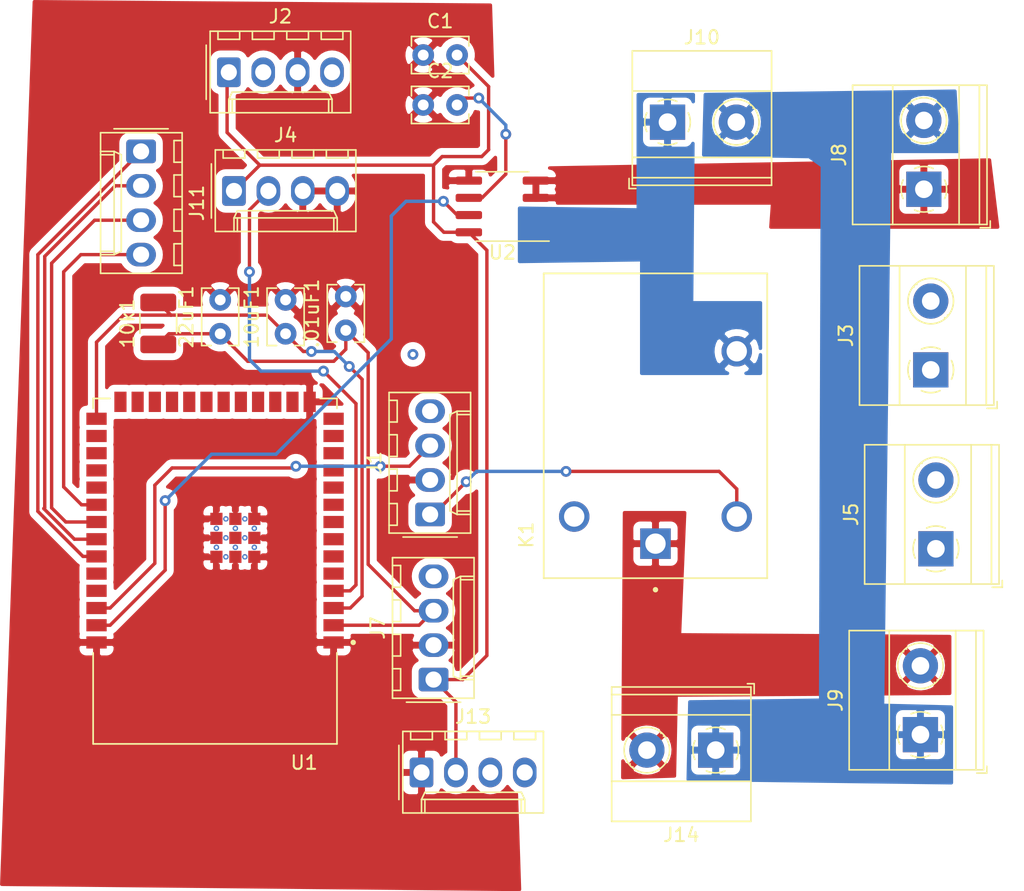
<source format=kicad_pcb>
(kicad_pcb (version 20171130) (host pcbnew "(5.1.10-1-10_14)")

  (general
    (thickness 1.6)
    (drawings 0)
    (tracks 122)
    (zones 0)
    (modules 21)
    (nets 54)
  )

  (page A4)
  (layers
    (0 F.Cu signal)
    (31 B.Cu signal)
    (32 B.Adhes user)
    (33 F.Adhes user)
    (34 B.Paste user)
    (35 F.Paste user)
    (36 B.SilkS user)
    (37 F.SilkS user)
    (38 B.Mask user)
    (39 F.Mask user)
    (40 Dwgs.User user)
    (41 Cmts.User user)
    (42 Eco1.User user)
    (43 Eco2.User user)
    (44 Edge.Cuts user)
    (45 Margin user)
    (46 B.CrtYd user)
    (47 F.CrtYd user)
    (48 B.Fab user)
    (49 F.Fab user)
  )

  (setup
    (last_trace_width 9.398)
    (user_trace_width 3.81)
    (user_trace_width 9.398)
    (trace_clearance 0.2)
    (zone_clearance 0.508)
    (zone_45_only no)
    (trace_min 0.2)
    (via_size 0.8)
    (via_drill 0.4)
    (via_min_size 0.4)
    (via_min_drill 0.3)
    (uvia_size 0.3)
    (uvia_drill 0.1)
    (uvias_allowed no)
    (uvia_min_size 0.2)
    (uvia_min_drill 0.1)
    (edge_width 0.05)
    (segment_width 0.2)
    (pcb_text_width 0.3)
    (pcb_text_size 1.5 1.5)
    (mod_edge_width 0.12)
    (mod_text_size 1 1)
    (mod_text_width 0.15)
    (pad_size 1.524 1.524)
    (pad_drill 0.762)
    (pad_to_mask_clearance 0)
    (aux_axis_origin 0 0)
    (visible_elements FFFBFF7F)
    (pcbplotparams
      (layerselection 0x010fc_ffffffff)
      (usegerberextensions false)
      (usegerberattributes true)
      (usegerberadvancedattributes true)
      (creategerberjobfile true)
      (excludeedgelayer true)
      (linewidth 0.100000)
      (plotframeref false)
      (viasonmask false)
      (mode 1)
      (useauxorigin false)
      (hpglpennumber 1)
      (hpglpenspeed 20)
      (hpglpendiameter 15.000000)
      (psnegative false)
      (psa4output false)
      (plotreference true)
      (plotvalue true)
      (plotinvisibletext false)
      (padsonsilk false)
      (subtractmaskfromsilk false)
      (outputformat 1)
      (mirror false)
      (drillshape 1)
      (scaleselection 1)
      (outputdirectory ""))
  )

  (net 0 "")
  (net 1 "Net-(C1-Pad2)")
  (net 2 GND)
  (net 3 "Net-(C2-Pad2)")
  (net 4 "Net-(J1-Pad4)")
  (net 5 "Net-(J1-Pad3)")
  (net 6 "Net-(J1-Pad1)")
  (net 7 "Net-(J3-Pad2)")
  (net 8 "Net-(J3-Pad1)")
  (net 9 "Net-(J4-Pad2)")
  (net 10 "Net-(J10-Pad1)")
  (net 11 "Net-(J10-Pad2)")
  (net 12 "Net-(J7-Pad4)")
  (net 13 "Net-(U1-Pad26)")
  (net 14 "Net-(U1-Pad25)")
  (net 15 "Net-(U1-Pad24)")
  (net 16 "Net-(U1-Pad23)")
  (net 17 "Net-(U1-Pad22)")
  (net 18 "Net-(U1-Pad21)")
  (net 19 "Net-(U1-Pad20)")
  (net 20 "Net-(U1-Pad19)")
  (net 21 "Net-(U1-Pad18)")
  (net 22 "Net-(U1-Pad17)")
  (net 23 "Net-(U1-Pad16)")
  (net 24 "Net-(U1-Pad39)")
  (net 25 "Net-(U1-Pad37)")
  (net 26 "Net-(U1-Pad36)")
  (net 27 "Net-(U1-Pad31)")
  (net 28 "Net-(U1-Pad30)")
  (net 29 "Net-(U1-Pad29)")
  (net 30 "Net-(U1-Pad28)")
  (net 31 "Net-(U1-Pad14)")
  (net 32 "Net-(U1-Pad13)")
  (net 33 "Net-(U1-Pad12)")
  (net 34 "Net-(U1-Pad11)")
  (net 35 "Net-(U1-Pad10)")
  (net 36 "Net-(U1-Pad9)")
  (net 37 "Net-(U1-Pad8)")
  (net 38 "Net-(U1-Pad7)")
  (net 39 "Net-(U1-Pad6)")
  (net 40 "Net-(U1-Pad5)")
  (net 41 "Net-(J2-Pad4)")
  (net 42 "Net-(J2-Pad2)")
  (net 43 "Net-(.01uF1-Pad1)")
  (net 44 "Net-(10k1-Pad2)")
  (net 45 "Net-(J11-Pad4)")
  (net 46 "Net-(J11-Pad3)")
  (net 47 "Net-(J11-Pad2)")
  (net 48 "Net-(J11-Pad1)")
  (net 49 "Net-(J13-Pad4)")
  (net 50 "Net-(J13-Pad3)")
  (net 51 "Net-(J5-Pad2)")
  (net 52 "Net-(J8-Pad1)")
  (net 53 "Net-(J14-Pad2)")

  (net_class Default "This is the default net class."
    (clearance 0.2)
    (trace_width 0.25)
    (via_dia 0.8)
    (via_drill 0.4)
    (uvia_dia 0.3)
    (uvia_drill 0.1)
    (add_net GND)
    (add_net "Net-(.01uF1-Pad1)")
    (add_net "Net-(10k1-Pad2)")
    (add_net "Net-(C1-Pad2)")
    (add_net "Net-(C2-Pad2)")
    (add_net "Net-(J1-Pad1)")
    (add_net "Net-(J1-Pad3)")
    (add_net "Net-(J1-Pad4)")
    (add_net "Net-(J10-Pad1)")
    (add_net "Net-(J10-Pad2)")
    (add_net "Net-(J11-Pad1)")
    (add_net "Net-(J11-Pad2)")
    (add_net "Net-(J11-Pad3)")
    (add_net "Net-(J11-Pad4)")
    (add_net "Net-(J13-Pad3)")
    (add_net "Net-(J13-Pad4)")
    (add_net "Net-(J14-Pad2)")
    (add_net "Net-(J2-Pad2)")
    (add_net "Net-(J2-Pad4)")
    (add_net "Net-(J3-Pad1)")
    (add_net "Net-(J3-Pad2)")
    (add_net "Net-(J4-Pad2)")
    (add_net "Net-(J5-Pad2)")
    (add_net "Net-(J7-Pad4)")
    (add_net "Net-(J8-Pad1)")
    (add_net "Net-(U1-Pad10)")
    (add_net "Net-(U1-Pad11)")
    (add_net "Net-(U1-Pad12)")
    (add_net "Net-(U1-Pad13)")
    (add_net "Net-(U1-Pad14)")
    (add_net "Net-(U1-Pad16)")
    (add_net "Net-(U1-Pad17)")
    (add_net "Net-(U1-Pad18)")
    (add_net "Net-(U1-Pad19)")
    (add_net "Net-(U1-Pad20)")
    (add_net "Net-(U1-Pad21)")
    (add_net "Net-(U1-Pad22)")
    (add_net "Net-(U1-Pad23)")
    (add_net "Net-(U1-Pad24)")
    (add_net "Net-(U1-Pad25)")
    (add_net "Net-(U1-Pad26)")
    (add_net "Net-(U1-Pad28)")
    (add_net "Net-(U1-Pad29)")
    (add_net "Net-(U1-Pad30)")
    (add_net "Net-(U1-Pad31)")
    (add_net "Net-(U1-Pad36)")
    (add_net "Net-(U1-Pad37)")
    (add_net "Net-(U1-Pad39)")
    (add_net "Net-(U1-Pad5)")
    (add_net "Net-(U1-Pad6)")
    (add_net "Net-(U1-Pad7)")
    (add_net "Net-(U1-Pad8)")
    (add_net "Net-(U1-Pad9)")
  )

  (module TerminalBlock_Phoenix:TerminalBlock_Phoenix_MKDS-1,5-2-5.08_1x02_P5.08mm_Horizontal (layer F.Cu) (tedit 5B294EBC) (tstamp 65261225)
    (at 211.328 132.715 180)
    (descr "Terminal Block Phoenix MKDS-1,5-2-5.08, 2 pins, pitch 5.08mm, size 10.2x9.8mm^2, drill diamater 1.3mm, pad diameter 2.6mm, see http://www.farnell.com/datasheets/100425.pdf, script-generated using https://github.com/pointhi/kicad-footprint-generator/scripts/TerminalBlock_Phoenix")
    (tags "THT Terminal Block Phoenix MKDS-1,5-2-5.08 pitch 5.08mm size 10.2x9.8mm^2 drill 1.3mm pad 2.6mm")
    (path /653D3B5E)
    (fp_text reference J14 (at 2.54 -6.26) (layer F.SilkS)
      (effects (font (size 1 1) (thickness 0.15)))
    )
    (fp_text value "VAC Conn" (at 2.54 5.66) (layer F.Fab)
      (effects (font (size 1 1) (thickness 0.15)))
    )
    (fp_circle (center 0 0) (end 1.5 0) (layer F.Fab) (width 0.1))
    (fp_circle (center 5.08 0) (end 6.58 0) (layer F.Fab) (width 0.1))
    (fp_circle (center 5.08 0) (end 6.76 0) (layer F.SilkS) (width 0.12))
    (fp_line (start -2.54 -5.2) (end 7.62 -5.2) (layer F.Fab) (width 0.1))
    (fp_line (start 7.62 -5.2) (end 7.62 4.6) (layer F.Fab) (width 0.1))
    (fp_line (start 7.62 4.6) (end -2.04 4.6) (layer F.Fab) (width 0.1))
    (fp_line (start -2.04 4.6) (end -2.54 4.1) (layer F.Fab) (width 0.1))
    (fp_line (start -2.54 4.1) (end -2.54 -5.2) (layer F.Fab) (width 0.1))
    (fp_line (start -2.54 4.1) (end 7.62 4.1) (layer F.Fab) (width 0.1))
    (fp_line (start -2.6 4.1) (end 7.68 4.1) (layer F.SilkS) (width 0.12))
    (fp_line (start -2.54 2.6) (end 7.62 2.6) (layer F.Fab) (width 0.1))
    (fp_line (start -2.6 2.6) (end 7.68 2.6) (layer F.SilkS) (width 0.12))
    (fp_line (start -2.54 -2.3) (end 7.62 -2.3) (layer F.Fab) (width 0.1))
    (fp_line (start -2.6 -2.301) (end 7.68 -2.301) (layer F.SilkS) (width 0.12))
    (fp_line (start -2.6 -5.261) (end 7.68 -5.261) (layer F.SilkS) (width 0.12))
    (fp_line (start -2.6 4.66) (end 7.68 4.66) (layer F.SilkS) (width 0.12))
    (fp_line (start -2.6 -5.261) (end -2.6 4.66) (layer F.SilkS) (width 0.12))
    (fp_line (start 7.68 -5.261) (end 7.68 4.66) (layer F.SilkS) (width 0.12))
    (fp_line (start 1.138 -0.955) (end -0.955 1.138) (layer F.Fab) (width 0.1))
    (fp_line (start 0.955 -1.138) (end -1.138 0.955) (layer F.Fab) (width 0.1))
    (fp_line (start 6.218 -0.955) (end 4.126 1.138) (layer F.Fab) (width 0.1))
    (fp_line (start 6.035 -1.138) (end 3.943 0.955) (layer F.Fab) (width 0.1))
    (fp_line (start 6.355 -1.069) (end 6.308 -1.023) (layer F.SilkS) (width 0.12))
    (fp_line (start 4.046 1.239) (end 4.011 1.274) (layer F.SilkS) (width 0.12))
    (fp_line (start 6.15 -1.275) (end 6.115 -1.239) (layer F.SilkS) (width 0.12))
    (fp_line (start 3.853 1.023) (end 3.806 1.069) (layer F.SilkS) (width 0.12))
    (fp_line (start -2.84 4.16) (end -2.84 4.9) (layer F.SilkS) (width 0.12))
    (fp_line (start -2.84 4.9) (end -2.34 4.9) (layer F.SilkS) (width 0.12))
    (fp_line (start -3.04 -5.71) (end -3.04 5.1) (layer F.CrtYd) (width 0.05))
    (fp_line (start -3.04 5.1) (end 8.13 5.1) (layer F.CrtYd) (width 0.05))
    (fp_line (start 8.13 5.1) (end 8.13 -5.71) (layer F.CrtYd) (width 0.05))
    (fp_line (start 8.13 -5.71) (end -3.04 -5.71) (layer F.CrtYd) (width 0.05))
    (fp_text user %R (at 2.54 3.2) (layer F.Fab)
      (effects (font (size 1 1) (thickness 0.15)))
    )
    (fp_arc (start 0 0) (end -0.684 1.535) (angle -25) (layer F.SilkS) (width 0.12))
    (fp_arc (start 0 0) (end -1.535 -0.684) (angle -48) (layer F.SilkS) (width 0.12))
    (fp_arc (start 0 0) (end 0.684 -1.535) (angle -48) (layer F.SilkS) (width 0.12))
    (fp_arc (start 0 0) (end 1.535 0.684) (angle -48) (layer F.SilkS) (width 0.12))
    (fp_arc (start 0 0) (end 0 1.68) (angle -24) (layer F.SilkS) (width 0.12))
    (pad 2 thru_hole circle (at 5.08 0 180) (size 2.6 2.6) (drill 1.3) (layers *.Cu *.Mask)
      (net 53 "Net-(J14-Pad2)"))
    (pad 1 thru_hole rect (at 0 0 180) (size 2.6 2.6) (drill 1.3) (layers *.Cu *.Mask)
      (net 11 "Net-(J10-Pad2)"))
    (model ${KISYS3DMOD}/TerminalBlock_Phoenix.3dshapes/TerminalBlock_Phoenix_MKDS-1,5-2-5.08_1x02_P5.08mm_Horizontal.wrl
      (at (xyz 0 0 0))
      (scale (xyz 1 1 1))
      (rotate (xyz 0 0 0))
    )
  )

  (module TerminalBlock_Phoenix:TerminalBlock_Phoenix_MKDS-1,5-2-5.08_1x02_P5.08mm_Horizontal (layer F.Cu) (tedit 5B294EBC) (tstamp 6526114D)
    (at 207.772 86.36)
    (descr "Terminal Block Phoenix MKDS-1,5-2-5.08, 2 pins, pitch 5.08mm, size 10.2x9.8mm^2, drill diamater 1.3mm, pad diameter 2.6mm, see http://www.farnell.com/datasheets/100425.pdf, script-generated using https://github.com/pointhi/kicad-footprint-generator/scripts/TerminalBlock_Phoenix")
    (tags "THT Terminal Block Phoenix MKDS-1,5-2-5.08 pitch 5.08mm size 10.2x9.8mm^2 drill 1.3mm pad 2.6mm")
    (path /65377245)
    (fp_text reference J10 (at 2.54 -6.26) (layer F.SilkS)
      (effects (font (size 1 1) (thickness 0.15)))
    )
    (fp_text value Voltage_Sensor_Input (at 2.54 5.66) (layer F.Fab)
      (effects (font (size 1 1) (thickness 0.15)))
    )
    (fp_circle (center 0 0) (end 1.5 0) (layer F.Fab) (width 0.1))
    (fp_circle (center 5.08 0) (end 6.58 0) (layer F.Fab) (width 0.1))
    (fp_circle (center 5.08 0) (end 6.76 0) (layer F.SilkS) (width 0.12))
    (fp_line (start -2.54 -5.2) (end 7.62 -5.2) (layer F.Fab) (width 0.1))
    (fp_line (start 7.62 -5.2) (end 7.62 4.6) (layer F.Fab) (width 0.1))
    (fp_line (start 7.62 4.6) (end -2.04 4.6) (layer F.Fab) (width 0.1))
    (fp_line (start -2.04 4.6) (end -2.54 4.1) (layer F.Fab) (width 0.1))
    (fp_line (start -2.54 4.1) (end -2.54 -5.2) (layer F.Fab) (width 0.1))
    (fp_line (start -2.54 4.1) (end 7.62 4.1) (layer F.Fab) (width 0.1))
    (fp_line (start -2.6 4.1) (end 7.68 4.1) (layer F.SilkS) (width 0.12))
    (fp_line (start -2.54 2.6) (end 7.62 2.6) (layer F.Fab) (width 0.1))
    (fp_line (start -2.6 2.6) (end 7.68 2.6) (layer F.SilkS) (width 0.12))
    (fp_line (start -2.54 -2.3) (end 7.62 -2.3) (layer F.Fab) (width 0.1))
    (fp_line (start -2.6 -2.301) (end 7.68 -2.301) (layer F.SilkS) (width 0.12))
    (fp_line (start -2.6 -5.261) (end 7.68 -5.261) (layer F.SilkS) (width 0.12))
    (fp_line (start -2.6 4.66) (end 7.68 4.66) (layer F.SilkS) (width 0.12))
    (fp_line (start -2.6 -5.261) (end -2.6 4.66) (layer F.SilkS) (width 0.12))
    (fp_line (start 7.68 -5.261) (end 7.68 4.66) (layer F.SilkS) (width 0.12))
    (fp_line (start 1.138 -0.955) (end -0.955 1.138) (layer F.Fab) (width 0.1))
    (fp_line (start 0.955 -1.138) (end -1.138 0.955) (layer F.Fab) (width 0.1))
    (fp_line (start 6.218 -0.955) (end 4.126 1.138) (layer F.Fab) (width 0.1))
    (fp_line (start 6.035 -1.138) (end 3.943 0.955) (layer F.Fab) (width 0.1))
    (fp_line (start 6.355 -1.069) (end 6.308 -1.023) (layer F.SilkS) (width 0.12))
    (fp_line (start 4.046 1.239) (end 4.011 1.274) (layer F.SilkS) (width 0.12))
    (fp_line (start 6.15 -1.275) (end 6.115 -1.239) (layer F.SilkS) (width 0.12))
    (fp_line (start 3.853 1.023) (end 3.806 1.069) (layer F.SilkS) (width 0.12))
    (fp_line (start -2.84 4.16) (end -2.84 4.9) (layer F.SilkS) (width 0.12))
    (fp_line (start -2.84 4.9) (end -2.34 4.9) (layer F.SilkS) (width 0.12))
    (fp_line (start -3.04 -5.71) (end -3.04 5.1) (layer F.CrtYd) (width 0.05))
    (fp_line (start -3.04 5.1) (end 8.13 5.1) (layer F.CrtYd) (width 0.05))
    (fp_line (start 8.13 5.1) (end 8.13 -5.71) (layer F.CrtYd) (width 0.05))
    (fp_line (start 8.13 -5.71) (end -3.04 -5.71) (layer F.CrtYd) (width 0.05))
    (fp_text user %R (at 2.54 3.2) (layer F.Fab)
      (effects (font (size 1 1) (thickness 0.15)))
    )
    (fp_arc (start 0 0) (end -0.684 1.535) (angle -25) (layer F.SilkS) (width 0.12))
    (fp_arc (start 0 0) (end -1.535 -0.684) (angle -48) (layer F.SilkS) (width 0.12))
    (fp_arc (start 0 0) (end 0.684 -1.535) (angle -48) (layer F.SilkS) (width 0.12))
    (fp_arc (start 0 0) (end 1.535 0.684) (angle -48) (layer F.SilkS) (width 0.12))
    (fp_arc (start 0 0) (end 0 1.68) (angle -24) (layer F.SilkS) (width 0.12))
    (pad 2 thru_hole circle (at 5.08 0) (size 2.6 2.6) (drill 1.3) (layers *.Cu *.Mask)
      (net 11 "Net-(J10-Pad2)"))
    (pad 1 thru_hole rect (at 0 0) (size 2.6 2.6) (drill 1.3) (layers *.Cu *.Mask)
      (net 10 "Net-(J10-Pad1)"))
    (model ${KISYS3DMOD}/TerminalBlock_Phoenix.3dshapes/TerminalBlock_Phoenix_MKDS-1,5-2-5.08_1x02_P5.08mm_Horizontal.wrl
      (at (xyz 0 0 0))
      (scale (xyz 1 1 1))
      (rotate (xyz 0 0 0))
    )
  )

  (module TerminalBlock_Phoenix:TerminalBlock_Phoenix_MKDS-1,5-2-5.08_1x02_P5.08mm_Horizontal (layer F.Cu) (tedit 5B294EBC) (tstamp 65261121)
    (at 226.441 131.572 90)
    (descr "Terminal Block Phoenix MKDS-1,5-2-5.08, 2 pins, pitch 5.08mm, size 10.2x9.8mm^2, drill diamater 1.3mm, pad diameter 2.6mm, see http://www.farnell.com/datasheets/100425.pdf, script-generated using https://github.com/pointhi/kicad-footprint-generator/scripts/TerminalBlock_Phoenix")
    (tags "THT Terminal Block Phoenix MKDS-1,5-2-5.08 pitch 5.08mm size 10.2x9.8mm^2 drill 1.3mm pad 2.6mm")
    (path /653616B5)
    (fp_text reference J9 (at 2.54 -6.26 90) (layer F.SilkS)
      (effects (font (size 1 1) (thickness 0.15)))
    )
    (fp_text value MainPin (at 2.54 5.66 90) (layer F.Fab)
      (effects (font (size 1 1) (thickness 0.15)))
    )
    (fp_circle (center 0 0) (end 1.5 0) (layer F.Fab) (width 0.1))
    (fp_circle (center 5.08 0) (end 6.58 0) (layer F.Fab) (width 0.1))
    (fp_circle (center 5.08 0) (end 6.76 0) (layer F.SilkS) (width 0.12))
    (fp_line (start -2.54 -5.2) (end 7.62 -5.2) (layer F.Fab) (width 0.1))
    (fp_line (start 7.62 -5.2) (end 7.62 4.6) (layer F.Fab) (width 0.1))
    (fp_line (start 7.62 4.6) (end -2.04 4.6) (layer F.Fab) (width 0.1))
    (fp_line (start -2.04 4.6) (end -2.54 4.1) (layer F.Fab) (width 0.1))
    (fp_line (start -2.54 4.1) (end -2.54 -5.2) (layer F.Fab) (width 0.1))
    (fp_line (start -2.54 4.1) (end 7.62 4.1) (layer F.Fab) (width 0.1))
    (fp_line (start -2.6 4.1) (end 7.68 4.1) (layer F.SilkS) (width 0.12))
    (fp_line (start -2.54 2.6) (end 7.62 2.6) (layer F.Fab) (width 0.1))
    (fp_line (start -2.6 2.6) (end 7.68 2.6) (layer F.SilkS) (width 0.12))
    (fp_line (start -2.54 -2.3) (end 7.62 -2.3) (layer F.Fab) (width 0.1))
    (fp_line (start -2.6 -2.301) (end 7.68 -2.301) (layer F.SilkS) (width 0.12))
    (fp_line (start -2.6 -5.261) (end 7.68 -5.261) (layer F.SilkS) (width 0.12))
    (fp_line (start -2.6 4.66) (end 7.68 4.66) (layer F.SilkS) (width 0.12))
    (fp_line (start -2.6 -5.261) (end -2.6 4.66) (layer F.SilkS) (width 0.12))
    (fp_line (start 7.68 -5.261) (end 7.68 4.66) (layer F.SilkS) (width 0.12))
    (fp_line (start 1.138 -0.955) (end -0.955 1.138) (layer F.Fab) (width 0.1))
    (fp_line (start 0.955 -1.138) (end -1.138 0.955) (layer F.Fab) (width 0.1))
    (fp_line (start 6.218 -0.955) (end 4.126 1.138) (layer F.Fab) (width 0.1))
    (fp_line (start 6.035 -1.138) (end 3.943 0.955) (layer F.Fab) (width 0.1))
    (fp_line (start 6.355 -1.069) (end 6.308 -1.023) (layer F.SilkS) (width 0.12))
    (fp_line (start 4.046 1.239) (end 4.011 1.274) (layer F.SilkS) (width 0.12))
    (fp_line (start 6.15 -1.275) (end 6.115 -1.239) (layer F.SilkS) (width 0.12))
    (fp_line (start 3.853 1.023) (end 3.806 1.069) (layer F.SilkS) (width 0.12))
    (fp_line (start -2.84 4.16) (end -2.84 4.9) (layer F.SilkS) (width 0.12))
    (fp_line (start -2.84 4.9) (end -2.34 4.9) (layer F.SilkS) (width 0.12))
    (fp_line (start -3.04 -5.71) (end -3.04 5.1) (layer F.CrtYd) (width 0.05))
    (fp_line (start -3.04 5.1) (end 8.13 5.1) (layer F.CrtYd) (width 0.05))
    (fp_line (start 8.13 5.1) (end 8.13 -5.71) (layer F.CrtYd) (width 0.05))
    (fp_line (start 8.13 -5.71) (end -3.04 -5.71) (layer F.CrtYd) (width 0.05))
    (fp_text user %R (at 2.54 3.2 90) (layer F.Fab)
      (effects (font (size 1 1) (thickness 0.15)))
    )
    (fp_arc (start 0 0) (end -0.684 1.535) (angle -25) (layer F.SilkS) (width 0.12))
    (fp_arc (start 0 0) (end -1.535 -0.684) (angle -48) (layer F.SilkS) (width 0.12))
    (fp_arc (start 0 0) (end 0.684 -1.535) (angle -48) (layer F.SilkS) (width 0.12))
    (fp_arc (start 0 0) (end 1.535 0.684) (angle -48) (layer F.SilkS) (width 0.12))
    (fp_arc (start 0 0) (end 0 1.68) (angle -24) (layer F.SilkS) (width 0.12))
    (pad 2 thru_hole circle (at 5.08 0 90) (size 2.6 2.6) (drill 1.3) (layers *.Cu *.Mask)
      (net 53 "Net-(J14-Pad2)"))
    (pad 1 thru_hole rect (at 0 0 90) (size 2.6 2.6) (drill 1.3) (layers *.Cu *.Mask)
      (net 11 "Net-(J10-Pad2)"))
    (model ${KISYS3DMOD}/TerminalBlock_Phoenix.3dshapes/TerminalBlock_Phoenix_MKDS-1,5-2-5.08_1x02_P5.08mm_Horizontal.wrl
      (at (xyz 0 0 0))
      (scale (xyz 1 1 1))
      (rotate (xyz 0 0 0))
    )
  )

  (module TerminalBlock_Phoenix:TerminalBlock_Phoenix_MKDS-1,5-2-5.08_1x02_P5.08mm_Horizontal (layer F.Cu) (tedit 5B294EBC) (tstamp 652610F5)
    (at 226.695 91.313 90)
    (descr "Terminal Block Phoenix MKDS-1,5-2-5.08, 2 pins, pitch 5.08mm, size 10.2x9.8mm^2, drill diamater 1.3mm, pad diameter 2.6mm, see http://www.farnell.com/datasheets/100425.pdf, script-generated using https://github.com/pointhi/kicad-footprint-generator/scripts/TerminalBlock_Phoenix")
    (tags "THT Terminal Block Phoenix MKDS-1,5-2-5.08 pitch 5.08mm size 10.2x9.8mm^2 drill 1.3mm pad 2.6mm")
    (path /6536F363)
    (fp_text reference J8 (at 2.54 -6.26 90) (layer F.SilkS)
      (effects (font (size 1 1) (thickness 0.15)))
    )
    (fp_text value OutVAC (at 2.54 5.66 90) (layer F.Fab)
      (effects (font (size 1 1) (thickness 0.15)))
    )
    (fp_circle (center 0 0) (end 1.5 0) (layer F.Fab) (width 0.1))
    (fp_circle (center 5.08 0) (end 6.58 0) (layer F.Fab) (width 0.1))
    (fp_circle (center 5.08 0) (end 6.76 0) (layer F.SilkS) (width 0.12))
    (fp_line (start -2.54 -5.2) (end 7.62 -5.2) (layer F.Fab) (width 0.1))
    (fp_line (start 7.62 -5.2) (end 7.62 4.6) (layer F.Fab) (width 0.1))
    (fp_line (start 7.62 4.6) (end -2.04 4.6) (layer F.Fab) (width 0.1))
    (fp_line (start -2.04 4.6) (end -2.54 4.1) (layer F.Fab) (width 0.1))
    (fp_line (start -2.54 4.1) (end -2.54 -5.2) (layer F.Fab) (width 0.1))
    (fp_line (start -2.54 4.1) (end 7.62 4.1) (layer F.Fab) (width 0.1))
    (fp_line (start -2.6 4.1) (end 7.68 4.1) (layer F.SilkS) (width 0.12))
    (fp_line (start -2.54 2.6) (end 7.62 2.6) (layer F.Fab) (width 0.1))
    (fp_line (start -2.6 2.6) (end 7.68 2.6) (layer F.SilkS) (width 0.12))
    (fp_line (start -2.54 -2.3) (end 7.62 -2.3) (layer F.Fab) (width 0.1))
    (fp_line (start -2.6 -2.301) (end 7.68 -2.301) (layer F.SilkS) (width 0.12))
    (fp_line (start -2.6 -5.261) (end 7.68 -5.261) (layer F.SilkS) (width 0.12))
    (fp_line (start -2.6 4.66) (end 7.68 4.66) (layer F.SilkS) (width 0.12))
    (fp_line (start -2.6 -5.261) (end -2.6 4.66) (layer F.SilkS) (width 0.12))
    (fp_line (start 7.68 -5.261) (end 7.68 4.66) (layer F.SilkS) (width 0.12))
    (fp_line (start 1.138 -0.955) (end -0.955 1.138) (layer F.Fab) (width 0.1))
    (fp_line (start 0.955 -1.138) (end -1.138 0.955) (layer F.Fab) (width 0.1))
    (fp_line (start 6.218 -0.955) (end 4.126 1.138) (layer F.Fab) (width 0.1))
    (fp_line (start 6.035 -1.138) (end 3.943 0.955) (layer F.Fab) (width 0.1))
    (fp_line (start 6.355 -1.069) (end 6.308 -1.023) (layer F.SilkS) (width 0.12))
    (fp_line (start 4.046 1.239) (end 4.011 1.274) (layer F.SilkS) (width 0.12))
    (fp_line (start 6.15 -1.275) (end 6.115 -1.239) (layer F.SilkS) (width 0.12))
    (fp_line (start 3.853 1.023) (end 3.806 1.069) (layer F.SilkS) (width 0.12))
    (fp_line (start -2.84 4.16) (end -2.84 4.9) (layer F.SilkS) (width 0.12))
    (fp_line (start -2.84 4.9) (end -2.34 4.9) (layer F.SilkS) (width 0.12))
    (fp_line (start -3.04 -5.71) (end -3.04 5.1) (layer F.CrtYd) (width 0.05))
    (fp_line (start -3.04 5.1) (end 8.13 5.1) (layer F.CrtYd) (width 0.05))
    (fp_line (start 8.13 5.1) (end 8.13 -5.71) (layer F.CrtYd) (width 0.05))
    (fp_line (start 8.13 -5.71) (end -3.04 -5.71) (layer F.CrtYd) (width 0.05))
    (fp_text user %R (at 2.54 3.2 90) (layer F.Fab)
      (effects (font (size 1 1) (thickness 0.15)))
    )
    (fp_arc (start 0 0) (end -0.684 1.535) (angle -25) (layer F.SilkS) (width 0.12))
    (fp_arc (start 0 0) (end -1.535 -0.684) (angle -48) (layer F.SilkS) (width 0.12))
    (fp_arc (start 0 0) (end 0.684 -1.535) (angle -48) (layer F.SilkS) (width 0.12))
    (fp_arc (start 0 0) (end 1.535 0.684) (angle -48) (layer F.SilkS) (width 0.12))
    (fp_arc (start 0 0) (end 0 1.68) (angle -24) (layer F.SilkS) (width 0.12))
    (pad 2 thru_hole circle (at 5.08 0 90) (size 2.6 2.6) (drill 1.3) (layers *.Cu *.Mask)
      (net 11 "Net-(J10-Pad2)"))
    (pad 1 thru_hole rect (at 0 0 90) (size 2.6 2.6) (drill 1.3) (layers *.Cu *.Mask)
      (net 52 "Net-(J8-Pad1)"))
    (model ${KISYS3DMOD}/TerminalBlock_Phoenix.3dshapes/TerminalBlock_Phoenix_MKDS-1,5-2-5.08_1x02_P5.08mm_Horizontal.wrl
      (at (xyz 0 0 0))
      (scale (xyz 1 1 1))
      (rotate (xyz 0 0 0))
    )
  )

  (module TerminalBlock_Phoenix:TerminalBlock_Phoenix_MKDS-1,5-2-5.08_1x02_P5.08mm_Horizontal (layer F.Cu) (tedit 5B294EBC) (tstamp 65261073)
    (at 227.584 117.856 90)
    (descr "Terminal Block Phoenix MKDS-1,5-2-5.08, 2 pins, pitch 5.08mm, size 10.2x9.8mm^2, drill diamater 1.3mm, pad diameter 2.6mm, see http://www.farnell.com/datasheets/100425.pdf, script-generated using https://github.com/pointhi/kicad-footprint-generator/scripts/TerminalBlock_Phoenix")
    (tags "THT Terminal Block Phoenix MKDS-1,5-2-5.08 pitch 5.08mm size 10.2x9.8mm^2 drill 1.3mm pad 2.6mm")
    (path /653622CB)
    (fp_text reference J5 (at 2.54 -6.26 90) (layer F.SilkS)
      (effects (font (size 1 1) (thickness 0.15)))
    )
    (fp_text value SecondGNDPin (at 2.54 5.66 90) (layer F.Fab)
      (effects (font (size 1 1) (thickness 0.15)))
    )
    (fp_circle (center 0 0) (end 1.5 0) (layer F.Fab) (width 0.1))
    (fp_circle (center 5.08 0) (end 6.58 0) (layer F.Fab) (width 0.1))
    (fp_circle (center 5.08 0) (end 6.76 0) (layer F.SilkS) (width 0.12))
    (fp_line (start -2.54 -5.2) (end 7.62 -5.2) (layer F.Fab) (width 0.1))
    (fp_line (start 7.62 -5.2) (end 7.62 4.6) (layer F.Fab) (width 0.1))
    (fp_line (start 7.62 4.6) (end -2.04 4.6) (layer F.Fab) (width 0.1))
    (fp_line (start -2.04 4.6) (end -2.54 4.1) (layer F.Fab) (width 0.1))
    (fp_line (start -2.54 4.1) (end -2.54 -5.2) (layer F.Fab) (width 0.1))
    (fp_line (start -2.54 4.1) (end 7.62 4.1) (layer F.Fab) (width 0.1))
    (fp_line (start -2.6 4.1) (end 7.68 4.1) (layer F.SilkS) (width 0.12))
    (fp_line (start -2.54 2.6) (end 7.62 2.6) (layer F.Fab) (width 0.1))
    (fp_line (start -2.6 2.6) (end 7.68 2.6) (layer F.SilkS) (width 0.12))
    (fp_line (start -2.54 -2.3) (end 7.62 -2.3) (layer F.Fab) (width 0.1))
    (fp_line (start -2.6 -2.301) (end 7.68 -2.301) (layer F.SilkS) (width 0.12))
    (fp_line (start -2.6 -5.261) (end 7.68 -5.261) (layer F.SilkS) (width 0.12))
    (fp_line (start -2.6 4.66) (end 7.68 4.66) (layer F.SilkS) (width 0.12))
    (fp_line (start -2.6 -5.261) (end -2.6 4.66) (layer F.SilkS) (width 0.12))
    (fp_line (start 7.68 -5.261) (end 7.68 4.66) (layer F.SilkS) (width 0.12))
    (fp_line (start 1.138 -0.955) (end -0.955 1.138) (layer F.Fab) (width 0.1))
    (fp_line (start 0.955 -1.138) (end -1.138 0.955) (layer F.Fab) (width 0.1))
    (fp_line (start 6.218 -0.955) (end 4.126 1.138) (layer F.Fab) (width 0.1))
    (fp_line (start 6.035 -1.138) (end 3.943 0.955) (layer F.Fab) (width 0.1))
    (fp_line (start 6.355 -1.069) (end 6.308 -1.023) (layer F.SilkS) (width 0.12))
    (fp_line (start 4.046 1.239) (end 4.011 1.274) (layer F.SilkS) (width 0.12))
    (fp_line (start 6.15 -1.275) (end 6.115 -1.239) (layer F.SilkS) (width 0.12))
    (fp_line (start 3.853 1.023) (end 3.806 1.069) (layer F.SilkS) (width 0.12))
    (fp_line (start -2.84 4.16) (end -2.84 4.9) (layer F.SilkS) (width 0.12))
    (fp_line (start -2.84 4.9) (end -2.34 4.9) (layer F.SilkS) (width 0.12))
    (fp_line (start -3.04 -5.71) (end -3.04 5.1) (layer F.CrtYd) (width 0.05))
    (fp_line (start -3.04 5.1) (end 8.13 5.1) (layer F.CrtYd) (width 0.05))
    (fp_line (start 8.13 5.1) (end 8.13 -5.71) (layer F.CrtYd) (width 0.05))
    (fp_line (start 8.13 -5.71) (end -3.04 -5.71) (layer F.CrtYd) (width 0.05))
    (fp_text user %R (at 2.54 3.2 90) (layer F.Fab)
      (effects (font (size 1 1) (thickness 0.15)))
    )
    (fp_arc (start 0 0) (end -0.684 1.535) (angle -25) (layer F.SilkS) (width 0.12))
    (fp_arc (start 0 0) (end -1.535 -0.684) (angle -48) (layer F.SilkS) (width 0.12))
    (fp_arc (start 0 0) (end 0.684 -1.535) (angle -48) (layer F.SilkS) (width 0.12))
    (fp_arc (start 0 0) (end 1.535 0.684) (angle -48) (layer F.SilkS) (width 0.12))
    (fp_arc (start 0 0) (end 0 1.68) (angle -24) (layer F.SilkS) (width 0.12))
    (pad 2 thru_hole circle (at 5.08 0 90) (size 2.6 2.6) (drill 1.3) (layers *.Cu *.Mask)
      (net 51 "Net-(J5-Pad2)"))
    (pad 1 thru_hole rect (at 0 0 90) (size 2.6 2.6) (drill 1.3) (layers *.Cu *.Mask)
      (net 7 "Net-(J3-Pad2)"))
    (model ${KISYS3DMOD}/TerminalBlock_Phoenix.3dshapes/TerminalBlock_Phoenix_MKDS-1,5-2-5.08_1x02_P5.08mm_Horizontal.wrl
      (at (xyz 0 0 0))
      (scale (xyz 1 1 1))
      (rotate (xyz 0 0 0))
    )
  )

  (module TerminalBlock_Phoenix:TerminalBlock_Phoenix_MKDS-1,5-2-5.08_1x02_P5.08mm_Horizontal (layer F.Cu) (tedit 5B294EBC) (tstamp 65260FF1)
    (at 227.203 104.648 90)
    (descr "Terminal Block Phoenix MKDS-1,5-2-5.08, 2 pins, pitch 5.08mm, size 10.2x9.8mm^2, drill diamater 1.3mm, pad diameter 2.6mm, see http://www.farnell.com/datasheets/100425.pdf, script-generated using https://github.com/pointhi/kicad-footprint-generator/scripts/TerminalBlock_Phoenix")
    (tags "THT Terminal Block Phoenix MKDS-1,5-2-5.08 pitch 5.08mm size 10.2x9.8mm^2 drill 1.3mm pad 2.6mm")
    (path /6536E731)
    (fp_text reference J3 (at 2.54 -6.26 90) (layer F.SilkS)
      (effects (font (size 1 1) (thickness 0.15)))
    )
    (fp_text value SecondOutGND (at 2.54 5.66 90) (layer F.Fab)
      (effects (font (size 1 1) (thickness 0.15)))
    )
    (fp_circle (center 0 0) (end 1.5 0) (layer F.Fab) (width 0.1))
    (fp_circle (center 5.08 0) (end 6.58 0) (layer F.Fab) (width 0.1))
    (fp_circle (center 5.08 0) (end 6.76 0) (layer F.SilkS) (width 0.12))
    (fp_line (start -2.54 -5.2) (end 7.62 -5.2) (layer F.Fab) (width 0.1))
    (fp_line (start 7.62 -5.2) (end 7.62 4.6) (layer F.Fab) (width 0.1))
    (fp_line (start 7.62 4.6) (end -2.04 4.6) (layer F.Fab) (width 0.1))
    (fp_line (start -2.04 4.6) (end -2.54 4.1) (layer F.Fab) (width 0.1))
    (fp_line (start -2.54 4.1) (end -2.54 -5.2) (layer F.Fab) (width 0.1))
    (fp_line (start -2.54 4.1) (end 7.62 4.1) (layer F.Fab) (width 0.1))
    (fp_line (start -2.6 4.1) (end 7.68 4.1) (layer F.SilkS) (width 0.12))
    (fp_line (start -2.54 2.6) (end 7.62 2.6) (layer F.Fab) (width 0.1))
    (fp_line (start -2.6 2.6) (end 7.68 2.6) (layer F.SilkS) (width 0.12))
    (fp_line (start -2.54 -2.3) (end 7.62 -2.3) (layer F.Fab) (width 0.1))
    (fp_line (start -2.6 -2.301) (end 7.68 -2.301) (layer F.SilkS) (width 0.12))
    (fp_line (start -2.6 -5.261) (end 7.68 -5.261) (layer F.SilkS) (width 0.12))
    (fp_line (start -2.6 4.66) (end 7.68 4.66) (layer F.SilkS) (width 0.12))
    (fp_line (start -2.6 -5.261) (end -2.6 4.66) (layer F.SilkS) (width 0.12))
    (fp_line (start 7.68 -5.261) (end 7.68 4.66) (layer F.SilkS) (width 0.12))
    (fp_line (start 1.138 -0.955) (end -0.955 1.138) (layer F.Fab) (width 0.1))
    (fp_line (start 0.955 -1.138) (end -1.138 0.955) (layer F.Fab) (width 0.1))
    (fp_line (start 6.218 -0.955) (end 4.126 1.138) (layer F.Fab) (width 0.1))
    (fp_line (start 6.035 -1.138) (end 3.943 0.955) (layer F.Fab) (width 0.1))
    (fp_line (start 6.355 -1.069) (end 6.308 -1.023) (layer F.SilkS) (width 0.12))
    (fp_line (start 4.046 1.239) (end 4.011 1.274) (layer F.SilkS) (width 0.12))
    (fp_line (start 6.15 -1.275) (end 6.115 -1.239) (layer F.SilkS) (width 0.12))
    (fp_line (start 3.853 1.023) (end 3.806 1.069) (layer F.SilkS) (width 0.12))
    (fp_line (start -2.84 4.16) (end -2.84 4.9) (layer F.SilkS) (width 0.12))
    (fp_line (start -2.84 4.9) (end -2.34 4.9) (layer F.SilkS) (width 0.12))
    (fp_line (start -3.04 -5.71) (end -3.04 5.1) (layer F.CrtYd) (width 0.05))
    (fp_line (start -3.04 5.1) (end 8.13 5.1) (layer F.CrtYd) (width 0.05))
    (fp_line (start 8.13 5.1) (end 8.13 -5.71) (layer F.CrtYd) (width 0.05))
    (fp_line (start 8.13 -5.71) (end -3.04 -5.71) (layer F.CrtYd) (width 0.05))
    (fp_text user %R (at 2.54 3.2 90) (layer F.Fab)
      (effects (font (size 1 1) (thickness 0.15)))
    )
    (fp_arc (start 0 0) (end -0.684 1.535) (angle -25) (layer F.SilkS) (width 0.12))
    (fp_arc (start 0 0) (end -1.535 -0.684) (angle -48) (layer F.SilkS) (width 0.12))
    (fp_arc (start 0 0) (end 0.684 -1.535) (angle -48) (layer F.SilkS) (width 0.12))
    (fp_arc (start 0 0) (end 1.535 0.684) (angle -48) (layer F.SilkS) (width 0.12))
    (fp_arc (start 0 0) (end 0 1.68) (angle -24) (layer F.SilkS) (width 0.12))
    (pad 2 thru_hole circle (at 5.08 0 90) (size 2.6 2.6) (drill 1.3) (layers *.Cu *.Mask)
      (net 7 "Net-(J3-Pad2)"))
    (pad 1 thru_hole rect (at 0 0 90) (size 2.6 2.6) (drill 1.3) (layers *.Cu *.Mask)
      (net 8 "Net-(J3-Pad1)"))
    (model ${KISYS3DMOD}/TerminalBlock_Phoenix.3dshapes/TerminalBlock_Phoenix_MKDS-1,5-2-5.08_1x02_P5.08mm_Horizontal.wrl
      (at (xyz 0 0 0))
      (scale (xyz 1 1 1))
      (rotate (xyz 0 0 0))
    )
  )

  (module Connector_Molex:Molex_KK-254_AE-6410-04A_1x04_P2.54mm_Vertical (layer F.Cu) (tedit 5EA53D3B) (tstamp 6525A3FE)
    (at 189.611 134.366)
    (descr "Molex KK-254 Interconnect System, old/engineering part number: AE-6410-04A example for new part number: 22-27-2041, 4 Pins (http://www.molex.com/pdm_docs/sd/022272021_sd.pdf), generated with kicad-footprint-generator")
    (tags "connector Molex KK-254 vertical")
    (path /6533FE5C)
    (fp_text reference J13 (at 3.81 -4.12) (layer F.SilkS)
      (effects (font (size 1 1) (thickness 0.15)))
    )
    (fp_text value "OutPut and Ground" (at 3.81 4.08) (layer F.Fab)
      (effects (font (size 1 1) (thickness 0.15)))
    )
    (fp_line (start 9.39 -3.42) (end -1.77 -3.42) (layer F.CrtYd) (width 0.05))
    (fp_line (start 9.39 3.38) (end 9.39 -3.42) (layer F.CrtYd) (width 0.05))
    (fp_line (start -1.77 3.38) (end 9.39 3.38) (layer F.CrtYd) (width 0.05))
    (fp_line (start -1.77 -3.42) (end -1.77 3.38) (layer F.CrtYd) (width 0.05))
    (fp_line (start 8.42 -2.43) (end 8.42 -3.03) (layer F.SilkS) (width 0.12))
    (fp_line (start 6.82 -2.43) (end 8.42 -2.43) (layer F.SilkS) (width 0.12))
    (fp_line (start 6.82 -3.03) (end 6.82 -2.43) (layer F.SilkS) (width 0.12))
    (fp_line (start 5.88 -2.43) (end 5.88 -3.03) (layer F.SilkS) (width 0.12))
    (fp_line (start 4.28 -2.43) (end 5.88 -2.43) (layer F.SilkS) (width 0.12))
    (fp_line (start 4.28 -3.03) (end 4.28 -2.43) (layer F.SilkS) (width 0.12))
    (fp_line (start 3.34 -2.43) (end 3.34 -3.03) (layer F.SilkS) (width 0.12))
    (fp_line (start 1.74 -2.43) (end 3.34 -2.43) (layer F.SilkS) (width 0.12))
    (fp_line (start 1.74 -3.03) (end 1.74 -2.43) (layer F.SilkS) (width 0.12))
    (fp_line (start 0.8 -2.43) (end 0.8 -3.03) (layer F.SilkS) (width 0.12))
    (fp_line (start -0.8 -2.43) (end 0.8 -2.43) (layer F.SilkS) (width 0.12))
    (fp_line (start -0.8 -3.03) (end -0.8 -2.43) (layer F.SilkS) (width 0.12))
    (fp_line (start 7.37 2.99) (end 7.37 1.99) (layer F.SilkS) (width 0.12))
    (fp_line (start 0.25 2.99) (end 0.25 1.99) (layer F.SilkS) (width 0.12))
    (fp_line (start 7.37 1.46) (end 7.62 1.99) (layer F.SilkS) (width 0.12))
    (fp_line (start 0.25 1.46) (end 7.37 1.46) (layer F.SilkS) (width 0.12))
    (fp_line (start 0 1.99) (end 0.25 1.46) (layer F.SilkS) (width 0.12))
    (fp_line (start 7.62 1.99) (end 7.62 2.99) (layer F.SilkS) (width 0.12))
    (fp_line (start 0 1.99) (end 7.62 1.99) (layer F.SilkS) (width 0.12))
    (fp_line (start 0 2.99) (end 0 1.99) (layer F.SilkS) (width 0.12))
    (fp_line (start -0.562893 0) (end -1.27 0.5) (layer F.Fab) (width 0.1))
    (fp_line (start -1.27 -0.5) (end -0.562893 0) (layer F.Fab) (width 0.1))
    (fp_line (start -1.67 -2) (end -1.67 2) (layer F.SilkS) (width 0.12))
    (fp_line (start 9 -3.03) (end -1.38 -3.03) (layer F.SilkS) (width 0.12))
    (fp_line (start 9 2.99) (end 9 -3.03) (layer F.SilkS) (width 0.12))
    (fp_line (start -1.38 2.99) (end 9 2.99) (layer F.SilkS) (width 0.12))
    (fp_line (start -1.38 -3.03) (end -1.38 2.99) (layer F.SilkS) (width 0.12))
    (fp_line (start 8.89 -2.92) (end -1.27 -2.92) (layer F.Fab) (width 0.1))
    (fp_line (start 8.89 2.88) (end 8.89 -2.92) (layer F.Fab) (width 0.1))
    (fp_line (start -1.27 2.88) (end 8.89 2.88) (layer F.Fab) (width 0.1))
    (fp_line (start -1.27 -2.92) (end -1.27 2.88) (layer F.Fab) (width 0.1))
    (fp_text user %R (at 3.81 -2.22) (layer F.Fab)
      (effects (font (size 1 1) (thickness 0.15)))
    )
    (pad 4 thru_hole oval (at 7.62 0) (size 1.74 2.19) (drill 1.19) (layers *.Cu *.Mask)
      (net 49 "Net-(J13-Pad4)"))
    (pad 3 thru_hole oval (at 5.08 0) (size 1.74 2.19) (drill 1.19) (layers *.Cu *.Mask)
      (net 50 "Net-(J13-Pad3)"))
    (pad 2 thru_hole oval (at 2.54 0) (size 1.74 2.19) (drill 1.19) (layers *.Cu *.Mask)
      (net 1 "Net-(C1-Pad2)"))
    (pad 1 thru_hole roundrect (at 0 0) (size 1.74 2.19) (drill 1.19) (layers *.Cu *.Mask) (roundrect_rratio 0.143678)
      (net 2 GND))
    (model ${KISYS3DMOD}/Connector_Molex.3dshapes/Molex_KK-254_AE-6410-04A_1x04_P2.54mm_Vertical.wrl
      (at (xyz 0 0 0))
      (scale (xyz 1 1 1))
      (rotate (xyz 0 0 0))
    )
  )

  (module Connector_Molex:Molex_KK-254_AE-6410-04A_1x04_P2.54mm_Vertical (layer F.Cu) (tedit 5EA53D3B) (tstamp 65258922)
    (at 168.91 88.519 270)
    (descr "Molex KK-254 Interconnect System, old/engineering part number: AE-6410-04A example for new part number: 22-27-2041, 4 Pins (http://www.molex.com/pdm_docs/sd/022272021_sd.pdf), generated with kicad-footprint-generator")
    (tags "connector Molex KK-254 vertical")
    (path /65308D3F)
    (fp_text reference J11 (at 3.81 -4.12 90) (layer F.SilkS)
      (effects (font (size 1 1) (thickness 0.15)))
    )
    (fp_text value JTAG (at 3.81 4.08 90) (layer F.Fab)
      (effects (font (size 1 1) (thickness 0.15)))
    )
    (fp_line (start -1.27 -2.92) (end -1.27 2.88) (layer F.Fab) (width 0.1))
    (fp_line (start -1.27 2.88) (end 8.89 2.88) (layer F.Fab) (width 0.1))
    (fp_line (start 8.89 2.88) (end 8.89 -2.92) (layer F.Fab) (width 0.1))
    (fp_line (start 8.89 -2.92) (end -1.27 -2.92) (layer F.Fab) (width 0.1))
    (fp_line (start -1.38 -3.03) (end -1.38 2.99) (layer F.SilkS) (width 0.12))
    (fp_line (start -1.38 2.99) (end 9 2.99) (layer F.SilkS) (width 0.12))
    (fp_line (start 9 2.99) (end 9 -3.03) (layer F.SilkS) (width 0.12))
    (fp_line (start 9 -3.03) (end -1.38 -3.03) (layer F.SilkS) (width 0.12))
    (fp_line (start -1.67 -2) (end -1.67 2) (layer F.SilkS) (width 0.12))
    (fp_line (start -1.27 -0.5) (end -0.562893 0) (layer F.Fab) (width 0.1))
    (fp_line (start -0.562893 0) (end -1.27 0.5) (layer F.Fab) (width 0.1))
    (fp_line (start 0 2.99) (end 0 1.99) (layer F.SilkS) (width 0.12))
    (fp_line (start 0 1.99) (end 7.62 1.99) (layer F.SilkS) (width 0.12))
    (fp_line (start 7.62 1.99) (end 7.62 2.99) (layer F.SilkS) (width 0.12))
    (fp_line (start 0 1.99) (end 0.25 1.46) (layer F.SilkS) (width 0.12))
    (fp_line (start 0.25 1.46) (end 7.37 1.46) (layer F.SilkS) (width 0.12))
    (fp_line (start 7.37 1.46) (end 7.62 1.99) (layer F.SilkS) (width 0.12))
    (fp_line (start 0.25 2.99) (end 0.25 1.99) (layer F.SilkS) (width 0.12))
    (fp_line (start 7.37 2.99) (end 7.37 1.99) (layer F.SilkS) (width 0.12))
    (fp_line (start -0.8 -3.03) (end -0.8 -2.43) (layer F.SilkS) (width 0.12))
    (fp_line (start -0.8 -2.43) (end 0.8 -2.43) (layer F.SilkS) (width 0.12))
    (fp_line (start 0.8 -2.43) (end 0.8 -3.03) (layer F.SilkS) (width 0.12))
    (fp_line (start 1.74 -3.03) (end 1.74 -2.43) (layer F.SilkS) (width 0.12))
    (fp_line (start 1.74 -2.43) (end 3.34 -2.43) (layer F.SilkS) (width 0.12))
    (fp_line (start 3.34 -2.43) (end 3.34 -3.03) (layer F.SilkS) (width 0.12))
    (fp_line (start 4.28 -3.03) (end 4.28 -2.43) (layer F.SilkS) (width 0.12))
    (fp_line (start 4.28 -2.43) (end 5.88 -2.43) (layer F.SilkS) (width 0.12))
    (fp_line (start 5.88 -2.43) (end 5.88 -3.03) (layer F.SilkS) (width 0.12))
    (fp_line (start 6.82 -3.03) (end 6.82 -2.43) (layer F.SilkS) (width 0.12))
    (fp_line (start 6.82 -2.43) (end 8.42 -2.43) (layer F.SilkS) (width 0.12))
    (fp_line (start 8.42 -2.43) (end 8.42 -3.03) (layer F.SilkS) (width 0.12))
    (fp_line (start -1.77 -3.42) (end -1.77 3.38) (layer F.CrtYd) (width 0.05))
    (fp_line (start -1.77 3.38) (end 9.39 3.38) (layer F.CrtYd) (width 0.05))
    (fp_line (start 9.39 3.38) (end 9.39 -3.42) (layer F.CrtYd) (width 0.05))
    (fp_line (start 9.39 -3.42) (end -1.77 -3.42) (layer F.CrtYd) (width 0.05))
    (fp_text user %R (at 3.81 -2.22 90) (layer F.Fab)
      (effects (font (size 1 1) (thickness 0.15)))
    )
    (pad 4 thru_hole oval (at 7.62 0 270) (size 1.74 2.19) (drill 1.19) (layers *.Cu *.Mask)
      (net 45 "Net-(J11-Pad4)"))
    (pad 3 thru_hole oval (at 5.08 0 270) (size 1.74 2.19) (drill 1.19) (layers *.Cu *.Mask)
      (net 46 "Net-(J11-Pad3)"))
    (pad 2 thru_hole oval (at 2.54 0 270) (size 1.74 2.19) (drill 1.19) (layers *.Cu *.Mask)
      (net 47 "Net-(J11-Pad2)"))
    (pad 1 thru_hole roundrect (at 0 0 270) (size 1.74 2.19) (drill 1.19) (layers *.Cu *.Mask) (roundrect_rratio 0.143678)
      (net 48 "Net-(J11-Pad1)"))
    (model ${KISYS3DMOD}/Connector_Molex.3dshapes/Molex_KK-254_AE-6410-04A_1x04_P2.54mm_Vertical.wrl
      (at (xyz 0 0 0))
      (scale (xyz 1 1 1))
      (rotate (xyz 0 0 0))
    )
  )

  (module Capacitor_THT:C_Rect_L4.0mm_W2.5mm_P2.50mm (layer F.Cu) (tedit 5AE50EF0) (tstamp 652584F4)
    (at 174.752 101.981 90)
    (descr "C, Rect series, Radial, pin pitch=2.50mm, , length*width=4*2.5mm^2, Capacitor")
    (tags "C Rect series Radial pin pitch 2.50mm  length 4mm width 2.5mm Capacitor")
    (path /652F513A)
    (fp_text reference 22uF1 (at 1.25 -2.5 90) (layer F.SilkS)
      (effects (font (size 1 1) (thickness 0.15)))
    )
    (fp_text value C (at 1.25 2.5 90) (layer F.Fab)
      (effects (font (size 1 1) (thickness 0.15)))
    )
    (fp_line (start -0.75 -1.25) (end -0.75 1.25) (layer F.Fab) (width 0.1))
    (fp_line (start -0.75 1.25) (end 3.25 1.25) (layer F.Fab) (width 0.1))
    (fp_line (start 3.25 1.25) (end 3.25 -1.25) (layer F.Fab) (width 0.1))
    (fp_line (start 3.25 -1.25) (end -0.75 -1.25) (layer F.Fab) (width 0.1))
    (fp_line (start -0.87 -1.37) (end 3.37 -1.37) (layer F.SilkS) (width 0.12))
    (fp_line (start -0.87 1.37) (end 3.37 1.37) (layer F.SilkS) (width 0.12))
    (fp_line (start -0.87 -1.37) (end -0.87 -0.665) (layer F.SilkS) (width 0.12))
    (fp_line (start -0.87 0.665) (end -0.87 1.37) (layer F.SilkS) (width 0.12))
    (fp_line (start 3.37 -1.37) (end 3.37 -0.665) (layer F.SilkS) (width 0.12))
    (fp_line (start 3.37 0.665) (end 3.37 1.37) (layer F.SilkS) (width 0.12))
    (fp_line (start -1.05 -1.5) (end -1.05 1.5) (layer F.CrtYd) (width 0.05))
    (fp_line (start -1.05 1.5) (end 3.55 1.5) (layer F.CrtYd) (width 0.05))
    (fp_line (start 3.55 1.5) (end 3.55 -1.5) (layer F.CrtYd) (width 0.05))
    (fp_line (start 3.55 -1.5) (end -1.05 -1.5) (layer F.CrtYd) (width 0.05))
    (fp_text user %R (at 1.25 0 90) (layer F.Fab)
      (effects (font (size 0.8 0.8) (thickness 0.12)))
    )
    (pad 2 thru_hole circle (at 2.5 0 90) (size 1.6 1.6) (drill 0.8) (layers *.Cu *.Mask)
      (net 2 GND))
    (pad 1 thru_hole circle (at 0 0 90) (size 1.6 1.6) (drill 0.8) (layers *.Cu *.Mask)
      (net 43 "Net-(.01uF1-Pad1)"))
    (model ${KISYS3DMOD}/Capacitor_THT.3dshapes/C_Rect_L4.0mm_W2.5mm_P2.50mm.wrl
      (at (xyz 0 0 0))
      (scale (xyz 1 1 1))
      (rotate (xyz 0 0 0))
    )
  )

  (module Capacitor_THT:C_Rect_L4.0mm_W2.5mm_P2.50mm (layer F.Cu) (tedit 5AE50EF0) (tstamp 652584DF)
    (at 179.578 101.981 90)
    (descr "C, Rect series, Radial, pin pitch=2.50mm, , length*width=4*2.5mm^2, Capacitor")
    (tags "C Rect series Radial pin pitch 2.50mm  length 4mm width 2.5mm Capacitor")
    (path /65302A38)
    (fp_text reference 10uF1 (at 1.25 -2.5 90) (layer F.SilkS)
      (effects (font (size 1 1) (thickness 0.15)))
    )
    (fp_text value C (at 1.25 2.5 90) (layer F.Fab)
      (effects (font (size 1 1) (thickness 0.15)))
    )
    (fp_line (start -0.75 -1.25) (end -0.75 1.25) (layer F.Fab) (width 0.1))
    (fp_line (start -0.75 1.25) (end 3.25 1.25) (layer F.Fab) (width 0.1))
    (fp_line (start 3.25 1.25) (end 3.25 -1.25) (layer F.Fab) (width 0.1))
    (fp_line (start 3.25 -1.25) (end -0.75 -1.25) (layer F.Fab) (width 0.1))
    (fp_line (start -0.87 -1.37) (end 3.37 -1.37) (layer F.SilkS) (width 0.12))
    (fp_line (start -0.87 1.37) (end 3.37 1.37) (layer F.SilkS) (width 0.12))
    (fp_line (start -0.87 -1.37) (end -0.87 -0.665) (layer F.SilkS) (width 0.12))
    (fp_line (start -0.87 0.665) (end -0.87 1.37) (layer F.SilkS) (width 0.12))
    (fp_line (start 3.37 -1.37) (end 3.37 -0.665) (layer F.SilkS) (width 0.12))
    (fp_line (start 3.37 0.665) (end 3.37 1.37) (layer F.SilkS) (width 0.12))
    (fp_line (start -1.05 -1.5) (end -1.05 1.5) (layer F.CrtYd) (width 0.05))
    (fp_line (start -1.05 1.5) (end 3.55 1.5) (layer F.CrtYd) (width 0.05))
    (fp_line (start 3.55 1.5) (end 3.55 -1.5) (layer F.CrtYd) (width 0.05))
    (fp_line (start 3.55 -1.5) (end -1.05 -1.5) (layer F.CrtYd) (width 0.05))
    (fp_text user %R (at 1.25 0 90) (layer F.Fab)
      (effects (font (size 0.8 0.8) (thickness 0.12)))
    )
    (pad 2 thru_hole circle (at 2.5 0 90) (size 1.6 1.6) (drill 0.8) (layers *.Cu *.Mask)
      (net 2 GND))
    (pad 1 thru_hole circle (at 0 0 90) (size 1.6 1.6) (drill 0.8) (layers *.Cu *.Mask)
      (net 44 "Net-(10k1-Pad2)"))
    (model ${KISYS3DMOD}/Capacitor_THT.3dshapes/C_Rect_L4.0mm_W2.5mm_P2.50mm.wrl
      (at (xyz 0 0 0))
      (scale (xyz 1 1 1))
      (rotate (xyz 0 0 0))
    )
  )

  (module Resistor_SMD:R_1210_3225Metric_Pad1.30x2.65mm_HandSolder (layer F.Cu) (tedit 5F68FEEE) (tstamp 652584CA)
    (at 170.18 101.219 90)
    (descr "Resistor SMD 1210 (3225 Metric), square (rectangular) end terminal, IPC_7351 nominal with elongated pad for handsoldering. (Body size source: IPC-SM-782 page 72, https://www.pcb-3d.com/wordpress/wp-content/uploads/ipc-sm-782a_amendment_1_and_2.pdf), generated with kicad-footprint-generator")
    (tags "resistor handsolder")
    (path /6530124A)
    (attr smd)
    (fp_text reference 10k1 (at 0 -2.28 90) (layer F.SilkS)
      (effects (font (size 1 1) (thickness 0.15)))
    )
    (fp_text value R (at 0 2.28 90) (layer F.Fab)
      (effects (font (size 1 1) (thickness 0.15)))
    )
    (fp_line (start -1.6 1.245) (end -1.6 -1.245) (layer F.Fab) (width 0.1))
    (fp_line (start -1.6 -1.245) (end 1.6 -1.245) (layer F.Fab) (width 0.1))
    (fp_line (start 1.6 -1.245) (end 1.6 1.245) (layer F.Fab) (width 0.1))
    (fp_line (start 1.6 1.245) (end -1.6 1.245) (layer F.Fab) (width 0.1))
    (fp_line (start -0.723737 -1.355) (end 0.723737 -1.355) (layer F.SilkS) (width 0.12))
    (fp_line (start -0.723737 1.355) (end 0.723737 1.355) (layer F.SilkS) (width 0.12))
    (fp_line (start -2.45 1.58) (end -2.45 -1.58) (layer F.CrtYd) (width 0.05))
    (fp_line (start -2.45 -1.58) (end 2.45 -1.58) (layer F.CrtYd) (width 0.05))
    (fp_line (start 2.45 -1.58) (end 2.45 1.58) (layer F.CrtYd) (width 0.05))
    (fp_line (start 2.45 1.58) (end -2.45 1.58) (layer F.CrtYd) (width 0.05))
    (fp_text user %R (at 0 0 90) (layer F.Fab)
      (effects (font (size 0.8 0.8) (thickness 0.12)))
    )
    (pad 2 smd roundrect (at 1.55 0 90) (size 1.3 2.65) (layers F.Cu F.Paste F.Mask) (roundrect_rratio 0.192308)
      (net 44 "Net-(10k1-Pad2)"))
    (pad 1 smd roundrect (at -1.55 0 90) (size 1.3 2.65) (layers F.Cu F.Paste F.Mask) (roundrect_rratio 0.192308)
      (net 43 "Net-(.01uF1-Pad1)"))
    (model ${KISYS3DMOD}/Resistor_SMD.3dshapes/R_1210_3225Metric.wrl
      (at (xyz 0 0 0))
      (scale (xyz 1 1 1))
      (rotate (xyz 0 0 0))
    )
  )

  (module Capacitor_THT:C_Rect_L4.0mm_W2.5mm_P2.50mm (layer F.Cu) (tedit 5AE50EF0) (tstamp 652584B9)
    (at 184.023 101.727 90)
    (descr "C, Rect series, Radial, pin pitch=2.50mm, , length*width=4*2.5mm^2, Capacitor")
    (tags "C Rect series Radial pin pitch 2.50mm  length 4mm width 2.5mm Capacitor")
    (path /652F499F)
    (fp_text reference .01uF1 (at 1.25 -2.5 90) (layer F.SilkS)
      (effects (font (size 1 1) (thickness 0.15)))
    )
    (fp_text value C (at 1.25 2.5 90) (layer F.Fab)
      (effects (font (size 1 1) (thickness 0.15)))
    )
    (fp_line (start -0.75 -1.25) (end -0.75 1.25) (layer F.Fab) (width 0.1))
    (fp_line (start -0.75 1.25) (end 3.25 1.25) (layer F.Fab) (width 0.1))
    (fp_line (start 3.25 1.25) (end 3.25 -1.25) (layer F.Fab) (width 0.1))
    (fp_line (start 3.25 -1.25) (end -0.75 -1.25) (layer F.Fab) (width 0.1))
    (fp_line (start -0.87 -1.37) (end 3.37 -1.37) (layer F.SilkS) (width 0.12))
    (fp_line (start -0.87 1.37) (end 3.37 1.37) (layer F.SilkS) (width 0.12))
    (fp_line (start -0.87 -1.37) (end -0.87 -0.665) (layer F.SilkS) (width 0.12))
    (fp_line (start -0.87 0.665) (end -0.87 1.37) (layer F.SilkS) (width 0.12))
    (fp_line (start 3.37 -1.37) (end 3.37 -0.665) (layer F.SilkS) (width 0.12))
    (fp_line (start 3.37 0.665) (end 3.37 1.37) (layer F.SilkS) (width 0.12))
    (fp_line (start -1.05 -1.5) (end -1.05 1.5) (layer F.CrtYd) (width 0.05))
    (fp_line (start -1.05 1.5) (end 3.55 1.5) (layer F.CrtYd) (width 0.05))
    (fp_line (start 3.55 1.5) (end 3.55 -1.5) (layer F.CrtYd) (width 0.05))
    (fp_line (start 3.55 -1.5) (end -1.05 -1.5) (layer F.CrtYd) (width 0.05))
    (fp_text user %R (at 1.25 0 90) (layer F.Fab)
      (effects (font (size 0.8 0.8) (thickness 0.12)))
    )
    (pad 2 thru_hole circle (at 2.5 0 90) (size 1.6 1.6) (drill 0.8) (layers *.Cu *.Mask)
      (net 2 GND))
    (pad 1 thru_hole circle (at 0 0 90) (size 1.6 1.6) (drill 0.8) (layers *.Cu *.Mask)
      (net 43 "Net-(.01uF1-Pad1)"))
    (model ${KISYS3DMOD}/Capacitor_THT.3dshapes/C_Rect_L4.0mm_W2.5mm_P2.50mm.wrl
      (at (xyz 0 0 0))
      (scale (xyz 1 1 1))
      (rotate (xyz 0 0 0))
    )
  )

  (module Connector_Molex:Molex_KK-254_AE-6410-04A_1x04_P2.54mm_Vertical (layer F.Cu) (tedit 5EA53D3B) (tstamp 6525782B)
    (at 175.387 82.677)
    (descr "Molex KK-254 Interconnect System, old/engineering part number: AE-6410-04A example for new part number: 22-27-2041, 4 Pins (http://www.molex.com/pdm_docs/sd/022272021_sd.pdf), generated with kicad-footprint-generator")
    (tags "connector Molex KK-254 vertical")
    (path /652DB79C)
    (fp_text reference J2 (at 3.81 -4.12) (layer F.SilkS)
      (effects (font (size 1 1) (thickness 0.15)))
    )
    (fp_text value "Scopy Connection" (at 3.81 4.08) (layer F.Fab)
      (effects (font (size 1 1) (thickness 0.15)))
    )
    (fp_line (start 9.39 -3.42) (end -1.77 -3.42) (layer F.CrtYd) (width 0.05))
    (fp_line (start 9.39 3.38) (end 9.39 -3.42) (layer F.CrtYd) (width 0.05))
    (fp_line (start -1.77 3.38) (end 9.39 3.38) (layer F.CrtYd) (width 0.05))
    (fp_line (start -1.77 -3.42) (end -1.77 3.38) (layer F.CrtYd) (width 0.05))
    (fp_line (start 8.42 -2.43) (end 8.42 -3.03) (layer F.SilkS) (width 0.12))
    (fp_line (start 6.82 -2.43) (end 8.42 -2.43) (layer F.SilkS) (width 0.12))
    (fp_line (start 6.82 -3.03) (end 6.82 -2.43) (layer F.SilkS) (width 0.12))
    (fp_line (start 5.88 -2.43) (end 5.88 -3.03) (layer F.SilkS) (width 0.12))
    (fp_line (start 4.28 -2.43) (end 5.88 -2.43) (layer F.SilkS) (width 0.12))
    (fp_line (start 4.28 -3.03) (end 4.28 -2.43) (layer F.SilkS) (width 0.12))
    (fp_line (start 3.34 -2.43) (end 3.34 -3.03) (layer F.SilkS) (width 0.12))
    (fp_line (start 1.74 -2.43) (end 3.34 -2.43) (layer F.SilkS) (width 0.12))
    (fp_line (start 1.74 -3.03) (end 1.74 -2.43) (layer F.SilkS) (width 0.12))
    (fp_line (start 0.8 -2.43) (end 0.8 -3.03) (layer F.SilkS) (width 0.12))
    (fp_line (start -0.8 -2.43) (end 0.8 -2.43) (layer F.SilkS) (width 0.12))
    (fp_line (start -0.8 -3.03) (end -0.8 -2.43) (layer F.SilkS) (width 0.12))
    (fp_line (start 7.37 2.99) (end 7.37 1.99) (layer F.SilkS) (width 0.12))
    (fp_line (start 0.25 2.99) (end 0.25 1.99) (layer F.SilkS) (width 0.12))
    (fp_line (start 7.37 1.46) (end 7.62 1.99) (layer F.SilkS) (width 0.12))
    (fp_line (start 0.25 1.46) (end 7.37 1.46) (layer F.SilkS) (width 0.12))
    (fp_line (start 0 1.99) (end 0.25 1.46) (layer F.SilkS) (width 0.12))
    (fp_line (start 7.62 1.99) (end 7.62 2.99) (layer F.SilkS) (width 0.12))
    (fp_line (start 0 1.99) (end 7.62 1.99) (layer F.SilkS) (width 0.12))
    (fp_line (start 0 2.99) (end 0 1.99) (layer F.SilkS) (width 0.12))
    (fp_line (start -0.562893 0) (end -1.27 0.5) (layer F.Fab) (width 0.1))
    (fp_line (start -1.27 -0.5) (end -0.562893 0) (layer F.Fab) (width 0.1))
    (fp_line (start -1.67 -2) (end -1.67 2) (layer F.SilkS) (width 0.12))
    (fp_line (start 9 -3.03) (end -1.38 -3.03) (layer F.SilkS) (width 0.12))
    (fp_line (start 9 2.99) (end 9 -3.03) (layer F.SilkS) (width 0.12))
    (fp_line (start -1.38 2.99) (end 9 2.99) (layer F.SilkS) (width 0.12))
    (fp_line (start -1.38 -3.03) (end -1.38 2.99) (layer F.SilkS) (width 0.12))
    (fp_line (start 8.89 -2.92) (end -1.27 -2.92) (layer F.Fab) (width 0.1))
    (fp_line (start 8.89 2.88) (end 8.89 -2.92) (layer F.Fab) (width 0.1))
    (fp_line (start -1.27 2.88) (end 8.89 2.88) (layer F.Fab) (width 0.1))
    (fp_line (start -1.27 -2.92) (end -1.27 2.88) (layer F.Fab) (width 0.1))
    (fp_text user %R (at 3.81 -2.22) (layer F.Fab)
      (effects (font (size 1 1) (thickness 0.15)))
    )
    (pad 4 thru_hole oval (at 7.62 0) (size 1.74 2.19) (drill 1.19) (layers *.Cu *.Mask)
      (net 41 "Net-(J2-Pad4)"))
    (pad 3 thru_hole oval (at 5.08 0) (size 1.74 2.19) (drill 1.19) (layers *.Cu *.Mask)
      (net 2 GND))
    (pad 2 thru_hole oval (at 2.54 0) (size 1.74 2.19) (drill 1.19) (layers *.Cu *.Mask)
      (net 42 "Net-(J2-Pad2)"))
    (pad 1 thru_hole roundrect (at 0 0) (size 1.74 2.19) (drill 1.19) (layers *.Cu *.Mask) (roundrect_rratio 0.143678)
      (net 1 "Net-(C1-Pad2)"))
    (model ${KISYS3DMOD}/Connector_Molex.3dshapes/Molex_KK-254_AE-6410-04A_1x04_P2.54mm_Vertical.wrl
      (at (xyz 0 0 0))
      (scale (xyz 1 1 1))
      (rotate (xyz 0 0 0))
    )
  )

  (module Package_SO:SOIC-8_3.9x4.9mm_P1.27mm (layer F.Cu) (tedit 5D9F72B1) (tstamp 65257032)
    (at 195.58 92.583 180)
    (descr "SOIC, 8 Pin (JEDEC MS-012AA, https://www.analog.com/media/en/package-pcb-resources/package/pkg_pdf/soic_narrow-r/r_8.pdf), generated with kicad-footprint-generator ipc_gullwing_generator.py")
    (tags "SOIC SO")
    (path /6524E648)
    (attr smd)
    (fp_text reference U2 (at 0 -3.4) (layer F.SilkS)
      (effects (font (size 1 1) (thickness 0.15)))
    )
    (fp_text value ACS712xLCTR-20A (at 0 3.4) (layer F.Fab)
      (effects (font (size 1 1) (thickness 0.15)))
    )
    (fp_line (start 3.7 -2.7) (end -3.7 -2.7) (layer F.CrtYd) (width 0.05))
    (fp_line (start 3.7 2.7) (end 3.7 -2.7) (layer F.CrtYd) (width 0.05))
    (fp_line (start -3.7 2.7) (end 3.7 2.7) (layer F.CrtYd) (width 0.05))
    (fp_line (start -3.7 -2.7) (end -3.7 2.7) (layer F.CrtYd) (width 0.05))
    (fp_line (start -1.95 -1.475) (end -0.975 -2.45) (layer F.Fab) (width 0.1))
    (fp_line (start -1.95 2.45) (end -1.95 -1.475) (layer F.Fab) (width 0.1))
    (fp_line (start 1.95 2.45) (end -1.95 2.45) (layer F.Fab) (width 0.1))
    (fp_line (start 1.95 -2.45) (end 1.95 2.45) (layer F.Fab) (width 0.1))
    (fp_line (start -0.975 -2.45) (end 1.95 -2.45) (layer F.Fab) (width 0.1))
    (fp_line (start 0 -2.56) (end -3.45 -2.56) (layer F.SilkS) (width 0.12))
    (fp_line (start 0 -2.56) (end 1.95 -2.56) (layer F.SilkS) (width 0.12))
    (fp_line (start 0 2.56) (end -1.95 2.56) (layer F.SilkS) (width 0.12))
    (fp_line (start 0 2.56) (end 1.95 2.56) (layer F.SilkS) (width 0.12))
    (fp_text user %R (at 0 0) (layer F.Fab)
      (effects (font (size 0.98 0.98) (thickness 0.15)))
    )
    (pad 8 smd roundrect (at 2.475 -1.905 180) (size 1.95 0.6) (layers F.Cu F.Paste F.Mask) (roundrect_rratio 0.25)
      (net 1 "Net-(C1-Pad2)"))
    (pad 7 smd roundrect (at 2.475 -0.635 180) (size 1.95 0.6) (layers F.Cu F.Paste F.Mask) (roundrect_rratio 0.25)
      (net 24 "Net-(U1-Pad39)"))
    (pad 6 smd roundrect (at 2.475 0.635 180) (size 1.95 0.6) (layers F.Cu F.Paste F.Mask) (roundrect_rratio 0.25)
      (net 3 "Net-(C2-Pad2)"))
    (pad 5 smd roundrect (at 2.475 1.905 180) (size 1.95 0.6) (layers F.Cu F.Paste F.Mask) (roundrect_rratio 0.25)
      (net 2 GND))
    (pad 4 smd roundrect (at -2.475 1.905 180) (size 1.95 0.6) (layers F.Cu F.Paste F.Mask) (roundrect_rratio 0.25)
      (net 52 "Net-(J8-Pad1)"))
    (pad 3 smd roundrect (at -2.475 0.635 180) (size 1.95 0.6) (layers F.Cu F.Paste F.Mask) (roundrect_rratio 0.25)
      (net 52 "Net-(J8-Pad1)"))
    (pad 2 smd roundrect (at -2.475 -0.635 180) (size 1.95 0.6) (layers F.Cu F.Paste F.Mask) (roundrect_rratio 0.25)
      (net 10 "Net-(J10-Pad1)"))
    (pad 1 smd roundrect (at -2.475 -1.905 180) (size 1.95 0.6) (layers F.Cu F.Paste F.Mask) (roundrect_rratio 0.25)
      (net 10 "Net-(J10-Pad1)"))
    (model ${KISYS3DMOD}/Package_SO.3dshapes/SOIC-8_3.9x4.9mm_P1.27mm.wrl
      (at (xyz 0 0 0))
      (scale (xyz 1 1 1))
      (rotate (xyz 0 0 0))
    )
  )

  (module MicroController_445:XCVR_ESP32-S3-WROOM-1-N16R2 (layer F.Cu) (tedit 6520599D) (tstamp 652543A1)
    (at 174.371 119.507 180)
    (path /65247EAD)
    (attr smd)
    (fp_text reference U1 (at -6.575 -14.135) (layer F.SilkS)
      (effects (font (size 1 1) (thickness 0.15)))
    )
    (fp_text value ESP32-S3-WROOM-1-N16R2 (at 10.795 -0.635 90) (layer F.Fab)
      (effects (font (size 1 1) (thickness 0.15)))
    )
    (fp_line (start 9 12.75) (end 7.755 12.75) (layer F.SilkS) (width 0.127))
    (fp_line (start 9 12.02) (end 9 12.75) (layer F.SilkS) (width 0.127))
    (fp_line (start -9 12.75) (end -7.755 12.75) (layer F.SilkS) (width 0.127))
    (fp_line (start -9 12.02) (end -9 12.75) (layer F.SilkS) (width 0.127))
    (fp_poly (pts (xy -9 -12.75) (xy 9 -12.75) (xy 9 -6.75) (xy -9 -6.75)) (layer Dwgs.User) (width 0.01))
    (fp_poly (pts (xy -9 -12.75) (xy 9 -12.75) (xy 9 -6.75) (xy -9 -6.75)) (layer Dwgs.User) (width 0.01))
    (fp_poly (pts (xy -9 -12.75) (xy 9 -12.75) (xy 9 -6.75) (xy -9 -6.75)) (layer Dwgs.User) (width 0.01))
    (fp_circle (center -10.2 -5.26) (end -10.1 -5.26) (layer F.SilkS) (width 0.2))
    (fp_line (start -9 -6.03) (end -9 -12.75) (layer F.SilkS) (width 0.127))
    (fp_line (start 9 -12.75) (end 9 -6.03) (layer F.SilkS) (width 0.127))
    (fp_line (start -9 -12.75) (end 9 -12.75) (layer F.SilkS) (width 0.127))
    (fp_circle (center -10.2 -5.26) (end -10.1 -5.26) (layer F.Fab) (width 0.2))
    (fp_line (start -9.75 13.5) (end 9.75 13.5) (layer F.CrtYd) (width 0.05))
    (fp_line (start 9.75 -13) (end 9.75 13.5) (layer F.CrtYd) (width 0.05))
    (fp_line (start -9.75 -13) (end 9.75 -13) (layer F.CrtYd) (width 0.05))
    (fp_line (start -9.75 13.5) (end -9.75 -13) (layer F.CrtYd) (width 0.05))
    (fp_line (start -9 -6.75) (end 9 -6.75) (layer F.Fab) (width 0.127))
    (fp_line (start -9 -6.75) (end -9 -12.75) (layer F.Fab) (width 0.127))
    (fp_line (start -9 12.75) (end -9 -6.75) (layer F.Fab) (width 0.127))
    (fp_line (start 9 12.75) (end -9 12.75) (layer F.Fab) (width 0.127))
    (fp_line (start 9 -6.75) (end 9 12.75) (layer F.Fab) (width 0.127))
    (fp_line (start 9 -12.75) (end 9 -6.75) (layer F.Fab) (width 0.127))
    (fp_line (start -9 -12.75) (end 9 -12.75) (layer F.Fab) (width 0.127))
    (fp_text user ANTENNA (at -4.5 -9.5) (layer F.Fab)
      (effects (font (size 1 1) (thickness 0.15)))
    )
    (pad 26 smd rect (at 6.985 12.5 180) (size 0.9 1.5) (layers F.Cu F.Paste F.Mask)
      (net 13 "Net-(U1-Pad26)") (solder_mask_margin 0.102))
    (pad 25 smd rect (at 5.715 12.5 180) (size 0.9 1.5) (layers F.Cu F.Paste F.Mask)
      (net 14 "Net-(U1-Pad25)") (solder_mask_margin 0.102))
    (pad 24 smd rect (at 4.445 12.5 180) (size 0.9 1.5) (layers F.Cu F.Paste F.Mask)
      (net 15 "Net-(U1-Pad24)") (solder_mask_margin 0.102))
    (pad 23 smd rect (at 3.175 12.5 180) (size 0.9 1.5) (layers F.Cu F.Paste F.Mask)
      (net 16 "Net-(U1-Pad23)") (solder_mask_margin 0.102))
    (pad 22 smd rect (at 1.905 12.5 180) (size 0.9 1.5) (layers F.Cu F.Paste F.Mask)
      (net 17 "Net-(U1-Pad22)") (solder_mask_margin 0.102))
    (pad 21 smd rect (at 0.635 12.5 180) (size 0.9 1.5) (layers F.Cu F.Paste F.Mask)
      (net 18 "Net-(U1-Pad21)") (solder_mask_margin 0.102))
    (pad 20 smd rect (at -0.635 12.5 180) (size 0.9 1.5) (layers F.Cu F.Paste F.Mask)
      (net 19 "Net-(U1-Pad20)") (solder_mask_margin 0.102))
    (pad 19 smd rect (at -1.905 12.5 180) (size 0.9 1.5) (layers F.Cu F.Paste F.Mask)
      (net 20 "Net-(U1-Pad19)") (solder_mask_margin 0.102))
    (pad 18 smd rect (at -3.175 12.5 180) (size 0.9 1.5) (layers F.Cu F.Paste F.Mask)
      (net 21 "Net-(U1-Pad18)") (solder_mask_margin 0.102))
    (pad 17 smd rect (at -4.445 12.5 180) (size 0.9 1.5) (layers F.Cu F.Paste F.Mask)
      (net 22 "Net-(U1-Pad17)") (solder_mask_margin 0.102))
    (pad 16 smd rect (at -5.715 12.5 180) (size 0.9 1.5) (layers F.Cu F.Paste F.Mask)
      (net 23 "Net-(U1-Pad16)") (solder_mask_margin 0.102))
    (pad 40 smd rect (at 8.75 -5.26 180) (size 1.5 0.9) (layers F.Cu F.Paste F.Mask)
      (net 2 GND) (solder_mask_margin 0.102))
    (pad 39 smd rect (at 8.75 -3.99 180) (size 1.5 0.9) (layers F.Cu F.Paste F.Mask)
      (net 24 "Net-(U1-Pad39)") (solder_mask_margin 0.102))
    (pad 38 smd rect (at 8.75 -2.72 180) (size 1.5 0.9) (layers F.Cu F.Paste F.Mask)
      (net 5 "Net-(J1-Pad3)") (solder_mask_margin 0.102))
    (pad 37 smd rect (at 8.75 -1.45 180) (size 1.5 0.9) (layers F.Cu F.Paste F.Mask)
      (net 25 "Net-(U1-Pad37)") (solder_mask_margin 0.102))
    (pad 36 smd rect (at 8.75 -0.18 180) (size 1.5 0.9) (layers F.Cu F.Paste F.Mask)
      (net 26 "Net-(U1-Pad36)") (solder_mask_margin 0.102))
    (pad 35 smd rect (at 8.75 1.09 180) (size 1.5 0.9) (layers F.Cu F.Paste F.Mask)
      (net 48 "Net-(J11-Pad1)") (solder_mask_margin 0.102))
    (pad 34 smd rect (at 8.75 2.36 180) (size 1.5 0.9) (layers F.Cu F.Paste F.Mask)
      (net 47 "Net-(J11-Pad2)") (solder_mask_margin 0.102))
    (pad 33 smd rect (at 8.75 3.63 180) (size 1.5 0.9) (layers F.Cu F.Paste F.Mask)
      (net 46 "Net-(J11-Pad3)") (solder_mask_margin 0.102))
    (pad 32 smd rect (at 8.75 4.9 180) (size 1.5 0.9) (layers F.Cu F.Paste F.Mask)
      (net 45 "Net-(J11-Pad4)") (solder_mask_margin 0.102))
    (pad 31 smd rect (at 8.75 6.17 180) (size 1.5 0.9) (layers F.Cu F.Paste F.Mask)
      (net 27 "Net-(U1-Pad31)") (solder_mask_margin 0.102))
    (pad 30 smd rect (at 8.75 7.44 180) (size 1.5 0.9) (layers F.Cu F.Paste F.Mask)
      (net 28 "Net-(U1-Pad30)") (solder_mask_margin 0.102))
    (pad 29 smd rect (at 8.75 8.71 180) (size 1.5 0.9) (layers F.Cu F.Paste F.Mask)
      (net 29 "Net-(U1-Pad29)") (solder_mask_margin 0.102))
    (pad 28 smd rect (at 8.75 9.98 180) (size 1.5 0.9) (layers F.Cu F.Paste F.Mask)
      (net 30 "Net-(U1-Pad28)") (solder_mask_margin 0.102))
    (pad 27 smd rect (at 8.75 11.25 180) (size 1.5 0.9) (layers F.Cu F.Paste F.Mask)
      (net 44 "Net-(10k1-Pad2)") (solder_mask_margin 0.102))
    (pad 15 smd rect (at -6.985 12.5 180) (size 0.9 1.5) (layers F.Cu F.Paste F.Mask)
      (net 2 GND) (solder_mask_margin 0.102))
    (pad 14 smd rect (at -8.75 11.25 180) (size 1.5 0.9) (layers F.Cu F.Paste F.Mask)
      (net 31 "Net-(U1-Pad14)") (solder_mask_margin 0.102))
    (pad 13 smd rect (at -8.75 9.98 180) (size 1.5 0.9) (layers F.Cu F.Paste F.Mask)
      (net 32 "Net-(U1-Pad13)") (solder_mask_margin 0.102))
    (pad 12 smd rect (at -8.75 8.71 180) (size 1.5 0.9) (layers F.Cu F.Paste F.Mask)
      (net 33 "Net-(U1-Pad12)") (solder_mask_margin 0.102))
    (pad 11 smd rect (at -8.75 7.44 180) (size 1.5 0.9) (layers F.Cu F.Paste F.Mask)
      (net 34 "Net-(U1-Pad11)") (solder_mask_margin 0.102))
    (pad 10 smd rect (at -8.75 6.17 180) (size 1.5 0.9) (layers F.Cu F.Paste F.Mask)
      (net 35 "Net-(U1-Pad10)") (solder_mask_margin 0.102))
    (pad 9 smd rect (at -8.75 4.9 180) (size 1.5 0.9) (layers F.Cu F.Paste F.Mask)
      (net 36 "Net-(U1-Pad9)") (solder_mask_margin 0.102))
    (pad 8 smd rect (at -8.75 3.63 180) (size 1.5 0.9) (layers F.Cu F.Paste F.Mask)
      (net 37 "Net-(U1-Pad8)") (solder_mask_margin 0.102))
    (pad 7 smd rect (at -8.75 2.36 180) (size 1.5 0.9) (layers F.Cu F.Paste F.Mask)
      (net 38 "Net-(U1-Pad7)") (solder_mask_margin 0.102))
    (pad 6 smd rect (at -8.75 1.09 180) (size 1.5 0.9) (layers F.Cu F.Paste F.Mask)
      (net 39 "Net-(U1-Pad6)") (solder_mask_margin 0.102))
    (pad 5 smd rect (at -8.75 -0.18 180) (size 1.5 0.9) (layers F.Cu F.Paste F.Mask)
      (net 40 "Net-(U1-Pad5)") (solder_mask_margin 0.102))
    (pad 4 smd rect (at -8.75 -1.45 180) (size 1.5 0.9) (layers F.Cu F.Paste F.Mask)
      (net 9 "Net-(J4-Pad2)") (solder_mask_margin 0.102))
    (pad 3 smd rect (at -8.75 -2.72 180) (size 1.5 0.9) (layers F.Cu F.Paste F.Mask)
      (net 44 "Net-(10k1-Pad2)") (solder_mask_margin 0.102))
    (pad 2 smd rect (at -8.75 -3.99 180) (size 1.5 0.9) (layers F.Cu F.Paste F.Mask)
      (net 43 "Net-(.01uF1-Pad1)") (solder_mask_margin 0.102))
    (pad 41_21 thru_hole circle (at -0.8 3.86 180) (size 0.4 0.4) (drill 0.2) (layers *.Cu))
    (pad 41_20 thru_hole circle (at -2.2 3.86 180) (size 0.4 0.4) (drill 0.2) (layers *.Cu))
    (pad 41_19 thru_hole circle (at -0.8 2.46 180) (size 0.4 0.4) (drill 0.2) (layers *.Cu))
    (pad 41_18 thru_hole circle (at -2.2 2.46 180) (size 0.4 0.4) (drill 0.2) (layers *.Cu))
    (pad 41_17 thru_hole circle (at -0.8 1.06 180) (size 0.4 0.4) (drill 0.2) (layers *.Cu))
    (pad 41_16 thru_hole circle (at -2.2 1.06 180) (size 0.4 0.4) (drill 0.2) (layers *.Cu))
    (pad 41_15 thru_hole circle (at -0.1 3.16 180) (size 0.4 0.4) (drill 0.2) (layers *.Cu))
    (pad 41_14 thru_hole circle (at -1.5 3.16 180) (size 0.4 0.4) (drill 0.2) (layers *.Cu))
    (pad 41_13 thru_hole circle (at -2.9 3.16 180) (size 0.4 0.4) (drill 0.2) (layers *.Cu))
    (pad 41_12 thru_hole circle (at -0.1 1.76 180) (size 0.4 0.4) (drill 0.2) (layers *.Cu))
    (pad 41_11 thru_hole circle (at -2.9 1.76 180) (size 0.4 0.4) (drill 0.2) (layers *.Cu))
    (pad 41_10 thru_hole circle (at -1.5 1.76 180) (size 0.4 0.4) (drill 0.2) (layers *.Cu))
    (pad 41_9 smd rect (at -0.1 1.06 180) (size 0.9 0.9) (layers F.Cu F.Paste F.Mask)
      (net 2 GND) (solder_mask_margin 0.102))
    (pad 41_8 smd rect (at -1.5 1.06 180) (size 0.9 0.9) (layers F.Cu F.Paste F.Mask)
      (net 2 GND) (solder_mask_margin 0.102))
    (pad 41_7 smd rect (at -2.9 1.06 180) (size 0.9 0.9) (layers F.Cu F.Paste F.Mask)
      (net 2 GND) (solder_mask_margin 0.102))
    (pad 41_6 smd rect (at -0.1 3.86 180) (size 0.9 0.9) (layers F.Cu F.Paste F.Mask)
      (net 2 GND) (solder_mask_margin 0.102))
    (pad 41_5 smd rect (at -1.5 3.86 180) (size 0.9 0.9) (layers F.Cu F.Paste F.Mask)
      (net 2 GND) (solder_mask_margin 0.102))
    (pad 41_4 smd rect (at -2.9 3.86 180) (size 0.9 0.9) (layers F.Cu F.Paste F.Mask)
      (net 2 GND) (solder_mask_margin 0.102))
    (pad 41_3 smd rect (at -0.1 2.46 180) (size 0.9 0.9) (layers F.Cu F.Paste F.Mask)
      (net 2 GND) (solder_mask_margin 0.102))
    (pad 41_2 smd rect (at -2.9 2.46 180) (size 0.9 0.9) (layers F.Cu F.Paste F.Mask)
      (net 2 GND) (solder_mask_margin 0.102))
    (pad 1 smd rect (at -8.75 -5.26 180) (size 1.5 0.9) (layers F.Cu F.Paste F.Mask)
      (net 2 GND) (solder_mask_margin 0.102))
    (pad 41_1 smd rect (at -1.5 2.46 180) (size 0.9 0.9) (layers F.Cu F.Paste F.Mask)
      (net 2 GND) (solder_mask_margin 0.102))
  )

  (module PowerRelay_445:RELAY_G5LE-1A-EDC5 (layer F.Cu) (tedit 65242C2F) (tstamp 65254348)
    (at 206.883 117.475 90)
    (path /6524C733)
    (fp_text reference K1 (at 0.63533 -9.52997 90) (layer F.SilkS)
      (effects (font (size 1.00052 1.00052) (thickness 0.15)))
    )
    (fp_text value G5LE-1A (at 8.90226 9.538125 90) (layer F.Fab)
      (effects (font (size 1.001378 1.001378) (thickness 0.15)))
    )
    (fp_circle (center -3.4 0) (end -3.3 0) (layer F.Fab) (width 0.2))
    (fp_circle (center -3.4 0) (end -3.3 0) (layer F.SilkS) (width 0.2))
    (fp_line (start 20.2 -8.5) (end -2.8 -8.5) (layer F.CrtYd) (width 0.05))
    (fp_line (start 20.2 8.5) (end 20.2 -8.5) (layer F.CrtYd) (width 0.05))
    (fp_line (start -2.8 8.5) (end 20.2 8.5) (layer F.CrtYd) (width 0.05))
    (fp_line (start -2.8 -8.5) (end -2.8 8.5) (layer F.CrtYd) (width 0.05))
    (fp_line (start 19.95 8.25) (end -2.55 8.25) (layer F.Fab) (width 0.127))
    (fp_line (start 19.95 -8.25) (end 19.95 8.25) (layer F.Fab) (width 0.127))
    (fp_line (start -2.55 -8.25) (end 19.95 -8.25) (layer F.Fab) (width 0.127))
    (fp_line (start -2.55 8.25) (end -2.55 -8.25) (layer F.Fab) (width 0.127))
    (fp_line (start -2.55 8.25) (end -2.55 -8.25) (layer F.SilkS) (width 0.127))
    (fp_line (start 19.95 8.25) (end -2.55 8.25) (layer F.SilkS) (width 0.127))
    (fp_line (start 19.95 -8.25) (end 19.95 8.25) (layer F.SilkS) (width 0.127))
    (fp_line (start -2.55 -8.25) (end 19.95 -8.25) (layer F.SilkS) (width 0.127))
    (pad 3 thru_hole circle (at 14.2 6 90) (size 2.25 2.25) (drill 1.5) (layers *.Cu *.Mask)
      (net 10 "Net-(J10-Pad1)") (solder_mask_margin 0.102))
    (pad 2 thru_hole circle (at 2 6 90) (size 2.25 2.25) (drill 1.5) (layers *.Cu *.Mask)
      (net 6 "Net-(J1-Pad1)") (solder_mask_margin 0.102))
    (pad 5 thru_hole circle (at 2 -6 90) (size 2.25 2.25) (drill 1.5) (layers *.Cu *.Mask)
      (net 2 GND) (solder_mask_margin 0.102))
    (pad 1 thru_hole rect (at 0 0 90) (size 2.25 2.25) (drill 1.5) (layers *.Cu *.Mask)
      (net 53 "Net-(J14-Pad2)") (solder_mask_margin 0.102))
  )

  (module Connector_Molex:Molex_KK-254_AE-6410-04A_1x04_P2.54mm_Vertical (layer F.Cu) (tedit 5EA53D3B) (tstamp 65254299)
    (at 190.5 127.508 90)
    (descr "Molex KK-254 Interconnect System, old/engineering part number: AE-6410-04A example for new part number: 22-27-2041, 4 Pins (http://www.molex.com/pdm_docs/sd/022272021_sd.pdf), generated with kicad-footprint-generator")
    (tags "connector Molex KK-254 vertical")
    (path /6528B201)
    (fp_text reference J7 (at 3.81 -4.12 90) (layer F.SilkS)
      (effects (font (size 1 1) (thickness 0.15)))
    )
    (fp_text value 5_3_connector (at 3.81 4.08 90) (layer F.Fab)
      (effects (font (size 1 1) (thickness 0.15)))
    )
    (fp_line (start 9.39 -3.42) (end -1.77 -3.42) (layer F.CrtYd) (width 0.05))
    (fp_line (start 9.39 3.38) (end 9.39 -3.42) (layer F.CrtYd) (width 0.05))
    (fp_line (start -1.77 3.38) (end 9.39 3.38) (layer F.CrtYd) (width 0.05))
    (fp_line (start -1.77 -3.42) (end -1.77 3.38) (layer F.CrtYd) (width 0.05))
    (fp_line (start 8.42 -2.43) (end 8.42 -3.03) (layer F.SilkS) (width 0.12))
    (fp_line (start 6.82 -2.43) (end 8.42 -2.43) (layer F.SilkS) (width 0.12))
    (fp_line (start 6.82 -3.03) (end 6.82 -2.43) (layer F.SilkS) (width 0.12))
    (fp_line (start 5.88 -2.43) (end 5.88 -3.03) (layer F.SilkS) (width 0.12))
    (fp_line (start 4.28 -2.43) (end 5.88 -2.43) (layer F.SilkS) (width 0.12))
    (fp_line (start 4.28 -3.03) (end 4.28 -2.43) (layer F.SilkS) (width 0.12))
    (fp_line (start 3.34 -2.43) (end 3.34 -3.03) (layer F.SilkS) (width 0.12))
    (fp_line (start 1.74 -2.43) (end 3.34 -2.43) (layer F.SilkS) (width 0.12))
    (fp_line (start 1.74 -3.03) (end 1.74 -2.43) (layer F.SilkS) (width 0.12))
    (fp_line (start 0.8 -2.43) (end 0.8 -3.03) (layer F.SilkS) (width 0.12))
    (fp_line (start -0.8 -2.43) (end 0.8 -2.43) (layer F.SilkS) (width 0.12))
    (fp_line (start -0.8 -3.03) (end -0.8 -2.43) (layer F.SilkS) (width 0.12))
    (fp_line (start 7.37 2.99) (end 7.37 1.99) (layer F.SilkS) (width 0.12))
    (fp_line (start 0.25 2.99) (end 0.25 1.99) (layer F.SilkS) (width 0.12))
    (fp_line (start 7.37 1.46) (end 7.62 1.99) (layer F.SilkS) (width 0.12))
    (fp_line (start 0.25 1.46) (end 7.37 1.46) (layer F.SilkS) (width 0.12))
    (fp_line (start 0 1.99) (end 0.25 1.46) (layer F.SilkS) (width 0.12))
    (fp_line (start 7.62 1.99) (end 7.62 2.99) (layer F.SilkS) (width 0.12))
    (fp_line (start 0 1.99) (end 7.62 1.99) (layer F.SilkS) (width 0.12))
    (fp_line (start 0 2.99) (end 0 1.99) (layer F.SilkS) (width 0.12))
    (fp_line (start -0.562893 0) (end -1.27 0.5) (layer F.Fab) (width 0.1))
    (fp_line (start -1.27 -0.5) (end -0.562893 0) (layer F.Fab) (width 0.1))
    (fp_line (start -1.67 -2) (end -1.67 2) (layer F.SilkS) (width 0.12))
    (fp_line (start 9 -3.03) (end -1.38 -3.03) (layer F.SilkS) (width 0.12))
    (fp_line (start 9 2.99) (end 9 -3.03) (layer F.SilkS) (width 0.12))
    (fp_line (start -1.38 2.99) (end 9 2.99) (layer F.SilkS) (width 0.12))
    (fp_line (start -1.38 -3.03) (end -1.38 2.99) (layer F.SilkS) (width 0.12))
    (fp_line (start 8.89 -2.92) (end -1.27 -2.92) (layer F.Fab) (width 0.1))
    (fp_line (start 8.89 2.88) (end 8.89 -2.92) (layer F.Fab) (width 0.1))
    (fp_line (start -1.27 2.88) (end 8.89 2.88) (layer F.Fab) (width 0.1))
    (fp_line (start -1.27 -2.92) (end -1.27 2.88) (layer F.Fab) (width 0.1))
    (fp_text user %R (at 3.81 -2.22 90) (layer F.Fab)
      (effects (font (size 1 1) (thickness 0.15)))
    )
    (pad 4 thru_hole oval (at 7.62 0 90) (size 1.74 2.19) (drill 1.19) (layers *.Cu *.Mask)
      (net 12 "Net-(J7-Pad4)"))
    (pad 3 thru_hole oval (at 5.08 0 90) (size 1.74 2.19) (drill 1.19) (layers *.Cu *.Mask)
      (net 43 "Net-(.01uF1-Pad1)"))
    (pad 2 thru_hole oval (at 2.54 0 90) (size 1.74 2.19) (drill 1.19) (layers *.Cu *.Mask)
      (net 2 GND))
    (pad 1 thru_hole roundrect (at 0 0 90) (size 1.74 2.19) (drill 1.19) (layers *.Cu *.Mask) (roundrect_rratio 0.143678)
      (net 1 "Net-(C1-Pad2)"))
    (model ${KISYS3DMOD}/Connector_Molex.3dshapes/Molex_KK-254_AE-6410-04A_1x04_P2.54mm_Vertical.wrl
      (at (xyz 0 0 0))
      (scale (xyz 1 1 1))
      (rotate (xyz 0 0 0))
    )
  )

  (module Connector_Molex:Molex_KK-254_AE-6410-04A_1x04_P2.54mm_Vertical (layer F.Cu) (tedit 5EA53D3B) (tstamp 65261A50)
    (at 175.768 91.44)
    (descr "Molex KK-254 Interconnect System, old/engineering part number: AE-6410-04A example for new part number: 22-27-2041, 4 Pins (http://www.molex.com/pdm_docs/sd/022272021_sd.pdf), generated with kicad-footprint-generator")
    (tags "connector Molex KK-254 vertical")
    (path /65264416)
    (fp_text reference J4 (at 3.81 -4.12) (layer F.SilkS)
      (effects (font (size 1 1) (thickness 0.15)))
    )
    (fp_text value Voltage_Sensor (at 3.81 4.08) (layer F.Fab)
      (effects (font (size 1 1) (thickness 0.15)))
    )
    (fp_line (start 9.39 -3.42) (end -1.77 -3.42) (layer F.CrtYd) (width 0.05))
    (fp_line (start 9.39 3.38) (end 9.39 -3.42) (layer F.CrtYd) (width 0.05))
    (fp_line (start -1.77 3.38) (end 9.39 3.38) (layer F.CrtYd) (width 0.05))
    (fp_line (start -1.77 -3.42) (end -1.77 3.38) (layer F.CrtYd) (width 0.05))
    (fp_line (start 8.42 -2.43) (end 8.42 -3.03) (layer F.SilkS) (width 0.12))
    (fp_line (start 6.82 -2.43) (end 8.42 -2.43) (layer F.SilkS) (width 0.12))
    (fp_line (start 6.82 -3.03) (end 6.82 -2.43) (layer F.SilkS) (width 0.12))
    (fp_line (start 5.88 -2.43) (end 5.88 -3.03) (layer F.SilkS) (width 0.12))
    (fp_line (start 4.28 -2.43) (end 5.88 -2.43) (layer F.SilkS) (width 0.12))
    (fp_line (start 4.28 -3.03) (end 4.28 -2.43) (layer F.SilkS) (width 0.12))
    (fp_line (start 3.34 -2.43) (end 3.34 -3.03) (layer F.SilkS) (width 0.12))
    (fp_line (start 1.74 -2.43) (end 3.34 -2.43) (layer F.SilkS) (width 0.12))
    (fp_line (start 1.74 -3.03) (end 1.74 -2.43) (layer F.SilkS) (width 0.12))
    (fp_line (start 0.8 -2.43) (end 0.8 -3.03) (layer F.SilkS) (width 0.12))
    (fp_line (start -0.8 -2.43) (end 0.8 -2.43) (layer F.SilkS) (width 0.12))
    (fp_line (start -0.8 -3.03) (end -0.8 -2.43) (layer F.SilkS) (width 0.12))
    (fp_line (start 7.37 2.99) (end 7.37 1.99) (layer F.SilkS) (width 0.12))
    (fp_line (start 0.25 2.99) (end 0.25 1.99) (layer F.SilkS) (width 0.12))
    (fp_line (start 7.37 1.46) (end 7.62 1.99) (layer F.SilkS) (width 0.12))
    (fp_line (start 0.25 1.46) (end 7.37 1.46) (layer F.SilkS) (width 0.12))
    (fp_line (start 0 1.99) (end 0.25 1.46) (layer F.SilkS) (width 0.12))
    (fp_line (start 7.62 1.99) (end 7.62 2.99) (layer F.SilkS) (width 0.12))
    (fp_line (start 0 1.99) (end 7.62 1.99) (layer F.SilkS) (width 0.12))
    (fp_line (start 0 2.99) (end 0 1.99) (layer F.SilkS) (width 0.12))
    (fp_line (start -0.562893 0) (end -1.27 0.5) (layer F.Fab) (width 0.1))
    (fp_line (start -1.27 -0.5) (end -0.562893 0) (layer F.Fab) (width 0.1))
    (fp_line (start -1.67 -2) (end -1.67 2) (layer F.SilkS) (width 0.12))
    (fp_line (start 9 -3.03) (end -1.38 -3.03) (layer F.SilkS) (width 0.12))
    (fp_line (start 9 2.99) (end 9 -3.03) (layer F.SilkS) (width 0.12))
    (fp_line (start -1.38 2.99) (end 9 2.99) (layer F.SilkS) (width 0.12))
    (fp_line (start -1.38 -3.03) (end -1.38 2.99) (layer F.SilkS) (width 0.12))
    (fp_line (start 8.89 -2.92) (end -1.27 -2.92) (layer F.Fab) (width 0.1))
    (fp_line (start 8.89 2.88) (end 8.89 -2.92) (layer F.Fab) (width 0.1))
    (fp_line (start -1.27 2.88) (end 8.89 2.88) (layer F.Fab) (width 0.1))
    (fp_line (start -1.27 -2.92) (end -1.27 2.88) (layer F.Fab) (width 0.1))
    (fp_text user %R (at 3.81 -2.22) (layer F.Fab)
      (effects (font (size 1 1) (thickness 0.15)))
    )
    (pad 4 thru_hole oval (at 7.62 0) (size 1.74 2.19) (drill 1.19) (layers *.Cu *.Mask)
      (net 2 GND))
    (pad 3 thru_hole oval (at 5.08 0) (size 1.74 2.19) (drill 1.19) (layers *.Cu *.Mask)
      (net 2 GND))
    (pad 2 thru_hole oval (at 2.54 0) (size 1.74 2.19) (drill 1.19) (layers *.Cu *.Mask)
      (net 9 "Net-(J4-Pad2)"))
    (pad 1 thru_hole roundrect (at 0 0) (size 1.74 2.19) (drill 1.19) (layers *.Cu *.Mask) (roundrect_rratio 0.143678)
      (net 1 "Net-(C1-Pad2)"))
    (model ${KISYS3DMOD}/Connector_Molex.3dshapes/Molex_KK-254_AE-6410-04A_1x04_P2.54mm_Vertical.wrl
      (at (xyz 0 0 0))
      (scale (xyz 1 1 1))
      (rotate (xyz 0 0 0))
    )
  )

  (module Connector_Molex:Molex_KK-254_AE-6410-04A_1x04_P2.54mm_Vertical (layer F.Cu) (tedit 5EA53D3B) (tstamp 652541A7)
    (at 190.246 115.316 90)
    (descr "Molex KK-254 Interconnect System, old/engineering part number: AE-6410-04A example for new part number: 22-27-2041, 4 Pins (http://www.molex.com/pdm_docs/sd/022272021_sd.pdf), generated with kicad-footprint-generator")
    (tags "connector Molex KK-254 vertical")
    (path /652873F9)
    (fp_text reference J1 (at 3.81 -4.12 90) (layer F.SilkS)
      (effects (font (size 1 1) (thickness 0.15)))
    )
    (fp_text value 3.3_5_boost (at 3.81 4.08 90) (layer F.Fab)
      (effects (font (size 1 1) (thickness 0.15)))
    )
    (fp_line (start 9.39 -3.42) (end -1.77 -3.42) (layer F.CrtYd) (width 0.05))
    (fp_line (start 9.39 3.38) (end 9.39 -3.42) (layer F.CrtYd) (width 0.05))
    (fp_line (start -1.77 3.38) (end 9.39 3.38) (layer F.CrtYd) (width 0.05))
    (fp_line (start -1.77 -3.42) (end -1.77 3.38) (layer F.CrtYd) (width 0.05))
    (fp_line (start 8.42 -2.43) (end 8.42 -3.03) (layer F.SilkS) (width 0.12))
    (fp_line (start 6.82 -2.43) (end 8.42 -2.43) (layer F.SilkS) (width 0.12))
    (fp_line (start 6.82 -3.03) (end 6.82 -2.43) (layer F.SilkS) (width 0.12))
    (fp_line (start 5.88 -2.43) (end 5.88 -3.03) (layer F.SilkS) (width 0.12))
    (fp_line (start 4.28 -2.43) (end 5.88 -2.43) (layer F.SilkS) (width 0.12))
    (fp_line (start 4.28 -3.03) (end 4.28 -2.43) (layer F.SilkS) (width 0.12))
    (fp_line (start 3.34 -2.43) (end 3.34 -3.03) (layer F.SilkS) (width 0.12))
    (fp_line (start 1.74 -2.43) (end 3.34 -2.43) (layer F.SilkS) (width 0.12))
    (fp_line (start 1.74 -3.03) (end 1.74 -2.43) (layer F.SilkS) (width 0.12))
    (fp_line (start 0.8 -2.43) (end 0.8 -3.03) (layer F.SilkS) (width 0.12))
    (fp_line (start -0.8 -2.43) (end 0.8 -2.43) (layer F.SilkS) (width 0.12))
    (fp_line (start -0.8 -3.03) (end -0.8 -2.43) (layer F.SilkS) (width 0.12))
    (fp_line (start 7.37 2.99) (end 7.37 1.99) (layer F.SilkS) (width 0.12))
    (fp_line (start 0.25 2.99) (end 0.25 1.99) (layer F.SilkS) (width 0.12))
    (fp_line (start 7.37 1.46) (end 7.62 1.99) (layer F.SilkS) (width 0.12))
    (fp_line (start 0.25 1.46) (end 7.37 1.46) (layer F.SilkS) (width 0.12))
    (fp_line (start 0 1.99) (end 0.25 1.46) (layer F.SilkS) (width 0.12))
    (fp_line (start 7.62 1.99) (end 7.62 2.99) (layer F.SilkS) (width 0.12))
    (fp_line (start 0 1.99) (end 7.62 1.99) (layer F.SilkS) (width 0.12))
    (fp_line (start 0 2.99) (end 0 1.99) (layer F.SilkS) (width 0.12))
    (fp_line (start -0.562893 0) (end -1.27 0.5) (layer F.Fab) (width 0.1))
    (fp_line (start -1.27 -0.5) (end -0.562893 0) (layer F.Fab) (width 0.1))
    (fp_line (start -1.67 -2) (end -1.67 2) (layer F.SilkS) (width 0.12))
    (fp_line (start 9 -3.03) (end -1.38 -3.03) (layer F.SilkS) (width 0.12))
    (fp_line (start 9 2.99) (end 9 -3.03) (layer F.SilkS) (width 0.12))
    (fp_line (start -1.38 2.99) (end 9 2.99) (layer F.SilkS) (width 0.12))
    (fp_line (start -1.38 -3.03) (end -1.38 2.99) (layer F.SilkS) (width 0.12))
    (fp_line (start 8.89 -2.92) (end -1.27 -2.92) (layer F.Fab) (width 0.1))
    (fp_line (start 8.89 2.88) (end 8.89 -2.92) (layer F.Fab) (width 0.1))
    (fp_line (start -1.27 2.88) (end 8.89 2.88) (layer F.Fab) (width 0.1))
    (fp_line (start -1.27 -2.92) (end -1.27 2.88) (layer F.Fab) (width 0.1))
    (fp_text user %R (at 3.81 -2.22 90) (layer F.Fab)
      (effects (font (size 1 1) (thickness 0.15)))
    )
    (pad 4 thru_hole oval (at 7.62 0 90) (size 1.74 2.19) (drill 1.19) (layers *.Cu *.Mask)
      (net 4 "Net-(J1-Pad4)"))
    (pad 3 thru_hole oval (at 5.08 0 90) (size 1.74 2.19) (drill 1.19) (layers *.Cu *.Mask)
      (net 5 "Net-(J1-Pad3)"))
    (pad 2 thru_hole oval (at 2.54 0 90) (size 1.74 2.19) (drill 1.19) (layers *.Cu *.Mask)
      (net 2 GND))
    (pad 1 thru_hole roundrect (at 0 0 90) (size 1.74 2.19) (drill 1.19) (layers *.Cu *.Mask) (roundrect_rratio 0.143678)
      (net 6 "Net-(J1-Pad1)"))
    (model ${KISYS3DMOD}/Connector_Molex.3dshapes/Molex_KK-254_AE-6410-04A_1x04_P2.54mm_Vertical.wrl
      (at (xyz 0 0 0))
      (scale (xyz 1 1 1))
      (rotate (xyz 0 0 0))
    )
  )

  (module Capacitor_THT:C_Rect_L4.0mm_W2.5mm_P2.50mm (layer F.Cu) (tedit 5AE50EF0) (tstamp 6525417B)
    (at 189.738 85.09)
    (descr "C, Rect series, Radial, pin pitch=2.50mm, , length*width=4*2.5mm^2, Capacitor")
    (tags "C Rect series Radial pin pitch 2.50mm  length 4mm width 2.5mm Capacitor")
    (path /652723ED)
    (fp_text reference C2 (at 1.25 -2.5) (layer F.SilkS)
      (effects (font (size 1 1) (thickness 0.15)))
    )
    (fp_text value C (at 1.25 2.5) (layer F.Fab)
      (effects (font (size 1 1) (thickness 0.15)))
    )
    (fp_line (start 3.55 -1.5) (end -1.05 -1.5) (layer F.CrtYd) (width 0.05))
    (fp_line (start 3.55 1.5) (end 3.55 -1.5) (layer F.CrtYd) (width 0.05))
    (fp_line (start -1.05 1.5) (end 3.55 1.5) (layer F.CrtYd) (width 0.05))
    (fp_line (start -1.05 -1.5) (end -1.05 1.5) (layer F.CrtYd) (width 0.05))
    (fp_line (start 3.37 0.665) (end 3.37 1.37) (layer F.SilkS) (width 0.12))
    (fp_line (start 3.37 -1.37) (end 3.37 -0.665) (layer F.SilkS) (width 0.12))
    (fp_line (start -0.87 0.665) (end -0.87 1.37) (layer F.SilkS) (width 0.12))
    (fp_line (start -0.87 -1.37) (end -0.87 -0.665) (layer F.SilkS) (width 0.12))
    (fp_line (start -0.87 1.37) (end 3.37 1.37) (layer F.SilkS) (width 0.12))
    (fp_line (start -0.87 -1.37) (end 3.37 -1.37) (layer F.SilkS) (width 0.12))
    (fp_line (start 3.25 -1.25) (end -0.75 -1.25) (layer F.Fab) (width 0.1))
    (fp_line (start 3.25 1.25) (end 3.25 -1.25) (layer F.Fab) (width 0.1))
    (fp_line (start -0.75 1.25) (end 3.25 1.25) (layer F.Fab) (width 0.1))
    (fp_line (start -0.75 -1.25) (end -0.75 1.25) (layer F.Fab) (width 0.1))
    (fp_text user %R (at 1.25 0) (layer F.Fab)
      (effects (font (size 0.8 0.8) (thickness 0.12)))
    )
    (pad 2 thru_hole circle (at 2.5 0) (size 1.6 1.6) (drill 0.8) (layers *.Cu *.Mask)
      (net 3 "Net-(C2-Pad2)"))
    (pad 1 thru_hole circle (at 0 0) (size 1.6 1.6) (drill 0.8) (layers *.Cu *.Mask)
      (net 2 GND))
    (model ${KISYS3DMOD}/Capacitor_THT.3dshapes/C_Rect_L4.0mm_W2.5mm_P2.50mm.wrl
      (at (xyz 0 0 0))
      (scale (xyz 1 1 1))
      (rotate (xyz 0 0 0))
    )
  )

  (module Capacitor_THT:C_Rect_L4.0mm_W2.5mm_P2.50mm (layer F.Cu) (tedit 5AE50EF0) (tstamp 65256BDE)
    (at 189.738 81.407)
    (descr "C, Rect series, Radial, pin pitch=2.50mm, , length*width=4*2.5mm^2, Capacitor")
    (tags "C Rect series Radial pin pitch 2.50mm  length 4mm width 2.5mm Capacitor")
    (path /65271B24)
    (fp_text reference C1 (at 1.25 -2.5) (layer F.SilkS)
      (effects (font (size 1 1) (thickness 0.15)))
    )
    (fp_text value C (at 1.25 2.5) (layer F.Fab)
      (effects (font (size 1 1) (thickness 0.15)))
    )
    (fp_line (start 3.55 -1.5) (end -1.05 -1.5) (layer F.CrtYd) (width 0.05))
    (fp_line (start 3.55 1.5) (end 3.55 -1.5) (layer F.CrtYd) (width 0.05))
    (fp_line (start -1.05 1.5) (end 3.55 1.5) (layer F.CrtYd) (width 0.05))
    (fp_line (start -1.05 -1.5) (end -1.05 1.5) (layer F.CrtYd) (width 0.05))
    (fp_line (start 3.37 0.665) (end 3.37 1.37) (layer F.SilkS) (width 0.12))
    (fp_line (start 3.37 -1.37) (end 3.37 -0.665) (layer F.SilkS) (width 0.12))
    (fp_line (start -0.87 0.665) (end -0.87 1.37) (layer F.SilkS) (width 0.12))
    (fp_line (start -0.87 -1.37) (end -0.87 -0.665) (layer F.SilkS) (width 0.12))
    (fp_line (start -0.87 1.37) (end 3.37 1.37) (layer F.SilkS) (width 0.12))
    (fp_line (start -0.87 -1.37) (end 3.37 -1.37) (layer F.SilkS) (width 0.12))
    (fp_line (start 3.25 -1.25) (end -0.75 -1.25) (layer F.Fab) (width 0.1))
    (fp_line (start 3.25 1.25) (end 3.25 -1.25) (layer F.Fab) (width 0.1))
    (fp_line (start -0.75 1.25) (end 3.25 1.25) (layer F.Fab) (width 0.1))
    (fp_line (start -0.75 -1.25) (end -0.75 1.25) (layer F.Fab) (width 0.1))
    (fp_text user %R (at 1.25 0) (layer F.Fab)
      (effects (font (size 0.8 0.8) (thickness 0.12)))
    )
    (pad 2 thru_hole circle (at 2.5 0) (size 1.6 1.6) (drill 0.8) (layers *.Cu *.Mask)
      (net 1 "Net-(C1-Pad2)"))
    (pad 1 thru_hole circle (at 0 0) (size 1.6 1.6) (drill 0.8) (layers *.Cu *.Mask)
      (net 2 GND))
    (model ${KISYS3DMOD}/Capacitor_THT.3dshapes/C_Rect_L4.0mm_W2.5mm_P2.50mm.wrl
      (at (xyz 0 0 0))
      (scale (xyz 1 1 1))
      (rotate (xyz 0 0 0))
    )
  )

  (via (at 188.976 103.505) (size 0.8) (drill 0.4) (layers F.Cu B.Cu) (net 0))
  (segment (start 192.151 129.159) (end 190.5 127.508) (width 0.25) (layer F.Cu) (net 1))
  (segment (start 192.151 134.366) (end 192.151 129.159) (width 0.25) (layer F.Cu) (net 1))
  (segment (start 190.5 127.508) (end 192.659 127.508) (width 0.25) (layer F.Cu) (net 1))
  (segment (start 192.659 127.508) (end 194.437 125.73) (width 0.25) (layer F.Cu) (net 1))
  (segment (start 194.437 95.82) (end 193.105 94.488) (width 0.25) (layer F.Cu) (net 1))
  (segment (start 194.437 125.73) (end 194.437 95.82) (width 0.25) (layer F.Cu) (net 1))
  (segment (start 194.564 83.733) (end 192.238 81.407) (width 0.25) (layer F.Cu) (net 1))
  (segment (start 194.564 88.392) (end 194.564 83.733) (width 0.25) (layer F.Cu) (net 1))
  (segment (start 194.056 88.9) (end 194.564 88.392) (width 0.25) (layer F.Cu) (net 1))
  (segment (start 190.5 89.535) (end 191.135 88.9) (width 0.25) (layer F.Cu) (net 1))
  (segment (start 191.135 88.9) (end 194.056 88.9) (width 0.25) (layer F.Cu) (net 1))
  (segment (start 193.105 94.488) (end 191.262 94.488) (width 0.25) (layer F.Cu) (net 1))
  (segment (start 190.5 93.726) (end 190.5 89.535) (width 0.25) (layer F.Cu) (net 1))
  (segment (start 191.262 94.488) (end 190.5 93.726) (width 0.25) (layer F.Cu) (net 1))
  (segment (start 177.673 89.535) (end 175.768 91.44) (width 0.25) (layer F.Cu) (net 1))
  (segment (start 190.5 89.535) (end 177.673 89.535) (width 0.25) (layer F.Cu) (net 1))
  (segment (start 177.673 89.535) (end 175.26 87.122) (width 0.25) (layer F.Cu) (net 1))
  (segment (start 175.26 82.804) (end 175.387 82.677) (width 0.25) (layer F.Cu) (net 1))
  (segment (start 175.26 87.122) (end 175.26 82.804) (width 0.25) (layer F.Cu) (net 1))
  (via (at 195.834 87.249) (size 0.8) (drill 0.4) (layers F.Cu B.Cu) (net 3))
  (segment (start 195.834 90.194) (end 195.834 87.249) (width 0.25) (layer F.Cu) (net 3))
  (segment (start 194.08 91.948) (end 195.834 90.194) (width 0.25) (layer F.Cu) (net 3))
  (segment (start 193.105 91.948) (end 194.08 91.948) (width 0.25) (layer F.Cu) (net 3))
  (via (at 193.839 84.582) (size 0.8) (drill 0.4) (layers F.Cu B.Cu) (net 3))
  (segment (start 195.834 86.577) (end 193.839 84.582) (width 0.25) (layer B.Cu) (net 3))
  (segment (start 195.834 87.249) (end 195.834 86.577) (width 0.25) (layer B.Cu) (net 3))
  (segment (start 192.746 84.582) (end 192.238 85.09) (width 0.25) (layer F.Cu) (net 3))
  (segment (start 193.839 84.582) (end 192.746 84.582) (width 0.25) (layer F.Cu) (net 3))
  (segment (start 166.621 122.227) (end 169.926 118.922) (width 0.25) (layer F.Cu) (net 5))
  (segment (start 165.621 122.227) (end 166.621 122.227) (width 0.25) (layer F.Cu) (net 5))
  (segment (start 169.926 118.922) (end 169.926 113.157) (width 0.25) (layer F.Cu) (net 5))
  (segment (start 169.926 113.157) (end 171.196 111.887) (width 0.25) (layer F.Cu) (net 5))
  (segment (start 180.213 111.887) (end 180.34 111.76) (width 0.25) (layer F.Cu) (net 5))
  (via (at 180.34 111.76) (size 0.8) (drill 0.4) (layers F.Cu B.Cu) (net 5))
  (segment (start 171.196 111.887) (end 180.213 111.887) (width 0.25) (layer F.Cu) (net 5))
  (via (at 186.563 111.76) (size 0.8) (drill 0.4) (layers F.Cu B.Cu) (net 5))
  (segment (start 180.34 111.76) (end 186.563 111.76) (width 0.25) (layer B.Cu) (net 5))
  (segment (start 188.722 111.76) (end 190.246 110.236) (width 0.25) (layer F.Cu) (net 5))
  (segment (start 186.563 111.76) (end 188.722 111.76) (width 0.25) (layer F.Cu) (net 5))
  (segment (start 212.883 115.475) (end 212.883 113.442) (width 0.25) (layer F.Cu) (net 6))
  (segment (start 211.582 112.141) (end 200.279 112.141) (width 0.25) (layer F.Cu) (net 6))
  (via (at 200.279 112.141) (size 0.8) (drill 0.4) (layers F.Cu B.Cu) (net 6))
  (segment (start 212.883 113.442) (end 211.582 112.141) (width 0.25) (layer F.Cu) (net 6))
  (via (at 192.913 112.903) (size 0.8) (drill 0.4) (layers F.Cu B.Cu) (net 6))
  (segment (start 193.675 112.141) (end 192.913 112.903) (width 0.25) (layer B.Cu) (net 6))
  (segment (start 200.279 112.141) (end 193.675 112.141) (width 0.25) (layer B.Cu) (net 6))
  (segment (start 190.5 115.316) (end 190.246 115.316) (width 0.25) (layer F.Cu) (net 6))
  (segment (start 192.913 112.903) (end 190.5 115.316) (width 0.25) (layer F.Cu) (net 6))
  (segment (start 183.121 120.957) (end 184.33998 120.957) (width 0.25) (layer F.Cu) (net 9))
  (segment (start 184.33998 120.957) (end 184.77398 120.523) (width 0.25) (layer F.Cu) (net 9))
  (segment (start 184.77398 107.13998) (end 182.372 104.738) (width 0.25) (layer F.Cu) (net 9))
  (via (at 182.372 104.738) (size 0.8) (drill 0.4) (layers F.Cu B.Cu) (net 9))
  (segment (start 184.77398 120.523) (end 184.77398 107.13998) (width 0.25) (layer F.Cu) (net 9))
  (segment (start 182.372 104.738) (end 177.763 104.738) (width 0.25) (layer B.Cu) (net 9))
  (via (at 176.911 97.409) (size 0.8) (drill 0.4) (layers F.Cu B.Cu) (net 9))
  (segment (start 176.911 103.886) (end 176.911 97.409) (width 0.25) (layer B.Cu) (net 9))
  (segment (start 177.763 104.738) (end 176.911 103.886) (width 0.25) (layer B.Cu) (net 9))
  (segment (start 176.911 92.837) (end 178.308 91.44) (width 0.25) (layer F.Cu) (net 9))
  (segment (start 176.911 97.409) (end 176.911 92.837) (width 0.25) (layer F.Cu) (net 9))
  (via (at 170.688 114.3) (size 0.8) (drill 0.4) (layers F.Cu B.Cu) (net 24))
  (segment (start 170.688 119.43) (end 170.688 114.3) (width 0.25) (layer F.Cu) (net 24))
  (segment (start 166.621 123.497) (end 170.688 119.43) (width 0.25) (layer F.Cu) (net 24))
  (segment (start 165.621 123.497) (end 166.621 123.497) (width 0.25) (layer F.Cu) (net 24))
  (segment (start 170.688 114.3) (end 174.117 110.871) (width 0.25) (layer B.Cu) (net 24))
  (segment (start 178.873002 110.871) (end 187.382002 102.362) (width 0.25) (layer B.Cu) (net 24))
  (segment (start 174.117 110.871) (end 178.873002 110.871) (width 0.25) (layer B.Cu) (net 24))
  (segment (start 187.382002 102.362) (end 187.382002 93.287998) (width 0.25) (layer B.Cu) (net 24))
  (via (at 191.225 92.202) (size 0.8) (drill 0.4) (layers F.Cu B.Cu) (net 24))
  (segment (start 188.468 92.202) (end 191.225 92.202) (width 0.25) (layer B.Cu) (net 24))
  (segment (start 187.382002 93.287998) (end 188.468 92.202) (width 0.25) (layer B.Cu) (net 24))
  (segment (start 192.241 93.218) (end 193.105 93.218) (width 0.25) (layer F.Cu) (net 24))
  (segment (start 191.225 92.202) (end 192.241 93.218) (width 0.25) (layer F.Cu) (net 24))
  (segment (start 189.431 123.497) (end 183.121 123.497) (width 0.25) (layer F.Cu) (net 43))
  (segment (start 190.5 122.428) (end 189.431 123.497) (width 0.25) (layer F.Cu) (net 43))
  (segment (start 190.5 122.428) (end 189.103 122.428) (width 0.25) (layer F.Cu) (net 43))
  (segment (start 189.103 122.428) (end 185.674 118.999) (width 0.25) (layer F.Cu) (net 43))
  (segment (start 185.674 103.378) (end 184.023 101.727) (width 0.25) (layer F.Cu) (net 43))
  (segment (start 185.674 118.999) (end 185.674 103.378) (width 0.25) (layer F.Cu) (net 43))
  (segment (start 184.023 101.727) (end 184.023 103.124) (width 0.25) (layer F.Cu) (net 43))
  (segment (start 184.023 103.124) (end 183.134 104.013) (width 0.25) (layer F.Cu) (net 43))
  (segment (start 176.784 104.013) (end 174.752 101.981) (width 0.25) (layer F.Cu) (net 43))
  (segment (start 183.134 104.013) (end 176.784 104.013) (width 0.25) (layer F.Cu) (net 43))
  (segment (start 170.968 101.981) (end 170.18 102.769) (width 0.25) (layer F.Cu) (net 43))
  (segment (start 174.752 101.981) (end 170.968 101.981) (width 0.25) (layer F.Cu) (net 43))
  (segment (start 183.121 122.227) (end 184.351 122.227) (width 0.25) (layer F.Cu) (net 44))
  (segment (start 184.351 122.227) (end 185.22399 121.35401) (width 0.25) (layer F.Cu) (net 44))
  (via (at 184.277 104.394) (size 0.8) (drill 0.4) (layers F.Cu B.Cu) (net 44))
  (segment (start 185.22399 105.34099) (end 184.277 104.394) (width 0.25) (layer F.Cu) (net 44))
  (segment (start 185.22399 121.35401) (end 185.22399 105.34099) (width 0.25) (layer F.Cu) (net 44))
  (via (at 181.483 103.288) (size 0.8) (drill 0.4) (layers F.Cu B.Cu) (net 44))
  (segment (start 183.171 103.288) (end 181.483 103.288) (width 0.25) (layer B.Cu) (net 44))
  (segment (start 184.277 104.394) (end 183.171 103.288) (width 0.25) (layer B.Cu) (net 44))
  (segment (start 180.885 103.288) (end 179.578 101.981) (width 0.25) (layer F.Cu) (net 44))
  (segment (start 181.483 103.288) (end 180.885 103.288) (width 0.25) (layer F.Cu) (net 44))
  (segment (start 178.203001 100.606001) (end 171.117001 100.606001) (width 0.25) (layer F.Cu) (net 44))
  (segment (start 171.117001 100.606001) (end 170.18 99.669) (width 0.25) (layer F.Cu) (net 44))
  (segment (start 179.578 101.981) (end 178.203001 100.606001) (width 0.25) (layer F.Cu) (net 44))
  (segment (start 171.117001 100.606001) (end 167.617999 100.606001) (width 0.25) (layer F.Cu) (net 44))
  (segment (start 165.621 102.603) (end 165.621 108.257) (width 0.25) (layer F.Cu) (net 44))
  (segment (start 167.617999 100.606001) (end 165.621 102.603) (width 0.25) (layer F.Cu) (net 44))
  (segment (start 168.91 96.139) (end 164.465 96.139) (width 0.25) (layer F.Cu) (net 45))
  (segment (start 163.195 97.409) (end 163.195 113.284) (width 0.25) (layer F.Cu) (net 45))
  (segment (start 164.465 96.139) (end 163.195 97.409) (width 0.25) (layer F.Cu) (net 45))
  (segment (start 164.518 114.607) (end 165.621 114.607) (width 0.25) (layer F.Cu) (net 45))
  (segment (start 163.195 113.284) (end 164.518 114.607) (width 0.25) (layer F.Cu) (net 45))
  (segment (start 168.91 93.599) (end 165.481 93.599) (width 0.25) (layer F.Cu) (net 46))
  (segment (start 165.481 93.599) (end 162.306 96.774) (width 0.25) (layer F.Cu) (net 46))
  (segment (start 162.306 96.774) (end 162.306 114.82918) (width 0.25) (layer F.Cu) (net 46))
  (segment (start 163.35382 115.877) (end 165.621 115.877) (width 0.25) (layer F.Cu) (net 46))
  (segment (start 162.306 114.82918) (end 163.35382 115.877) (width 0.25) (layer F.Cu) (net 46))
  (segment (start 168.91 91.059) (end 167.00641 91.059) (width 0.25) (layer F.Cu) (net 47))
  (segment (start 161.798 96.26741) (end 161.798 114.808) (width 0.25) (layer F.Cu) (net 47))
  (segment (start 161.798 114.808) (end 161.74001 114.86599) (width 0.25) (layer F.Cu) (net 47))
  (segment (start 167.00641 91.059) (end 161.798 96.26741) (width 0.25) (layer F.Cu) (net 47))
  (segment (start 161.74001 114.86599) (end 161.74001 114.8996) (width 0.25) (layer F.Cu) (net 47))
  (segment (start 163.98741 117.147) (end 165.621 117.147) (width 0.25) (layer F.Cu) (net 47))
  (segment (start 161.74001 114.8996) (end 163.98741 117.147) (width 0.25) (layer F.Cu) (net 47))
  (segment (start 168.91 88.519) (end 161.29 96.139) (width 0.25) (layer F.Cu) (net 48))
  (segment (start 164.621 118.417) (end 165.621 118.417) (width 0.25) (layer F.Cu) (net 48))
  (segment (start 161.29 115.086) (end 164.621 118.417) (width 0.25) (layer F.Cu) (net 48))
  (segment (start 161.29 96.139) (end 161.29 115.086) (width 0.25) (layer F.Cu) (net 48))

  (zone (net 10) (net_name "Net-(J10-Pad1)") (layer B.Cu) (tstamp 0) (hatch edge 0.508)
    (priority 1)
    (connect_pads (clearance 0.508))
    (min_thickness 0.254)
    (fill yes (arc_segments 32) (thermal_gap 0.508) (thermal_bridge_width 0.508))
    (polygon
      (pts
        (xy 209.677 99.568) (xy 214.757 99.568) (xy 214.757 105.029) (xy 205.74 105.029) (xy 205.74 96.647)
        (xy 196.723 96.774) (xy 196.723 92.583) (xy 205.486 92.71) (xy 205.486 84.201) (xy 209.804 84.201)
      )
    )
    (filled_polygon
      (pts
        (xy 209.671638 84.849235) (xy 209.661502 84.81582) (xy 209.602537 84.705506) (xy 209.523185 84.608815) (xy 209.426494 84.529463)
        (xy 209.31618 84.470498) (xy 209.196482 84.434188) (xy 209.072 84.421928) (xy 208.05775 84.425) (xy 207.899 84.58375)
        (xy 207.899 86.233) (xy 207.919 86.233) (xy 207.919 86.487) (xy 207.899 86.487) (xy 207.899 88.13625)
        (xy 208.05775 88.295) (xy 209.072 88.298072) (xy 209.196482 88.285812) (xy 209.31618 88.249502) (xy 209.426494 88.190537)
        (xy 209.523185 88.111185) (xy 209.602537 88.014494) (xy 209.646153 87.932895) (xy 209.550004 99.56695) (xy 209.55224 99.591746)
        (xy 209.55927 99.615629) (xy 209.570824 99.637682) (xy 209.586458 99.657057) (xy 209.605572 99.67301) (xy 209.627431 99.684927)
        (xy 209.651195 99.692351) (xy 209.677 99.695) (xy 214.63 99.695) (xy 214.63 103.060911) (xy 214.605366 102.87362)
        (xy 214.493966 102.545315) (xy 214.384714 102.340921) (xy 214.107531 102.230074) (xy 213.062605 103.275) (xy 214.107531 104.319926)
        (xy 214.384714 104.209079) (xy 214.538089 103.89816) (xy 214.62786 103.563295) (xy 214.63 103.530705) (xy 214.63 104.902)
        (xy 213.565431 104.902) (xy 213.612685 104.885966) (xy 213.817079 104.776714) (xy 213.927926 104.499531) (xy 212.883 103.454605)
        (xy 211.838074 104.499531) (xy 211.948921 104.776714) (xy 212.202898 104.902) (xy 205.867 104.902) (xy 205.867 103.33265)
        (xy 211.115424 103.33265) (xy 211.160634 103.67638) (xy 211.272034 104.004685) (xy 211.381286 104.209079) (xy 211.658469 104.319926)
        (xy 212.703395 103.275) (xy 211.658469 102.230074) (xy 211.381286 102.340921) (xy 211.227911 102.65184) (xy 211.13814 102.986705)
        (xy 211.115424 103.33265) (xy 205.867 103.33265) (xy 205.867 102.050469) (xy 211.838074 102.050469) (xy 212.883 103.095395)
        (xy 213.927926 102.050469) (xy 213.817079 101.773286) (xy 213.50616 101.619911) (xy 213.171295 101.53014) (xy 212.82535 101.507424)
        (xy 212.48162 101.552634) (xy 212.153315 101.664034) (xy 211.948921 101.773286) (xy 211.838074 102.050469) (xy 205.867 102.050469)
        (xy 205.867 96.647) (xy 205.86456 96.622224) (xy 205.857333 96.598399) (xy 205.845597 96.576443) (xy 205.829803 96.557197)
        (xy 205.810557 96.541403) (xy 205.788601 96.529667) (xy 205.764776 96.52244) (xy 205.738211 96.520013) (xy 196.85 96.645199)
        (xy 196.85 92.711854) (xy 205.48416 92.836987) (xy 205.508969 92.834906) (xy 205.532895 92.828025) (xy 205.55502 92.816608)
        (xy 205.574492 92.801094) (xy 205.590563 92.78208) (xy 205.602616 92.760296) (xy 205.610188 92.736579) (xy 205.613 92.71)
        (xy 205.613 87.66) (xy 205.833928 87.66) (xy 205.846188 87.784482) (xy 205.882498 87.90418) (xy 205.941463 88.014494)
        (xy 206.020815 88.111185) (xy 206.117506 88.190537) (xy 206.22782 88.249502) (xy 206.347518 88.285812) (xy 206.472 88.298072)
        (xy 207.48625 88.295) (xy 207.645 88.13625) (xy 207.645 86.487) (xy 205.99575 86.487) (xy 205.837 86.64575)
        (xy 205.833928 87.66) (xy 205.613 87.66) (xy 205.613 85.06) (xy 205.833928 85.06) (xy 205.837 86.07425)
        (xy 205.99575 86.233) (xy 207.645 86.233) (xy 207.645 84.58375) (xy 207.48625 84.425) (xy 206.472 84.421928)
        (xy 206.347518 84.434188) (xy 206.22782 84.470498) (xy 206.117506 84.529463) (xy 206.020815 84.608815) (xy 205.941463 84.705506)
        (xy 205.882498 84.81582) (xy 205.846188 84.935518) (xy 205.833928 85.06) (xy 205.613 85.06) (xy 205.613 84.328)
        (xy 209.675946 84.328)
      )
    )
  )
  (zone (net 11) (net_name "Net-(J10-Pad2)") (layer B.Cu) (tstamp 0) (hatch edge 0.508)
    (priority 1)
    (connect_pads (clearance 0.508))
    (min_thickness 0.254)
    (fill yes (arc_segments 32) (thermal_gap 0.508) (thermal_bridge_width 0.508))
    (polygon
      (pts
        (xy 229.362 88.646) (xy 224.282 88.646) (xy 223.774 129.286) (xy 228.854 129.413) (xy 228.854 135.255)
        (xy 209.169 135.001) (xy 209.296 129.032) (xy 218.948 128.905) (xy 219.075 89.662) (xy 218.186 89.027)
        (xy 210.312 88.9) (xy 210.439 84.201) (xy 229.108 83.947)
      )
    )
    (filled_polygon
      (pts
        (xy 229.22795 88.519) (xy 224.282 88.519) (xy 224.257224 88.52144) (xy 224.233399 88.528667) (xy 224.211443 88.540403)
        (xy 224.192197 88.556197) (xy 224.176403 88.575443) (xy 224.164667 88.597399) (xy 224.15744 88.621224) (xy 224.15501 88.644413)
        (xy 223.64701 129.284413) (xy 223.64914 129.309218) (xy 223.656069 129.33313) (xy 223.66753 129.355232) (xy 223.683082 129.374673)
        (xy 223.702128 129.390706) (xy 223.723936 129.402716) (xy 223.747669 129.41024) (xy 223.770826 129.41296) (xy 228.727 129.536864)
        (xy 228.727 135.126351) (xy 209.298695 134.875663) (xy 209.317007 134.015) (xy 209.389928 134.015) (xy 209.402188 134.139482)
        (xy 209.438498 134.25918) (xy 209.497463 134.369494) (xy 209.576815 134.466185) (xy 209.673506 134.545537) (xy 209.78382 134.604502)
        (xy 209.903518 134.640812) (xy 210.028 134.653072) (xy 211.04225 134.65) (xy 211.201 134.49125) (xy 211.201 132.842)
        (xy 211.455 132.842) (xy 211.455 134.49125) (xy 211.61375 134.65) (xy 212.628 134.653072) (xy 212.752482 134.640812)
        (xy 212.87218 134.604502) (xy 212.982494 134.545537) (xy 213.079185 134.466185) (xy 213.158537 134.369494) (xy 213.217502 134.25918)
        (xy 213.253812 134.139482) (xy 213.266072 134.015) (xy 213.263 133.00075) (xy 213.13425 132.872) (xy 224.502928 132.872)
        (xy 224.515188 132.996482) (xy 224.551498 133.11618) (xy 224.610463 133.226494) (xy 224.689815 133.323185) (xy 224.786506 133.402537)
        (xy 224.89682 133.461502) (xy 225.016518 133.497812) (xy 225.141 133.510072) (xy 226.15525 133.507) (xy 226.314 133.34825)
        (xy 226.314 131.699) (xy 226.568 131.699) (xy 226.568 133.34825) (xy 226.72675 133.507) (xy 227.741 133.510072)
        (xy 227.865482 133.497812) (xy 227.98518 133.461502) (xy 228.095494 133.402537) (xy 228.192185 133.323185) (xy 228.271537 133.226494)
        (xy 228.330502 133.11618) (xy 228.366812 132.996482) (xy 228.379072 132.872) (xy 228.376 131.85775) (xy 228.21725 131.699)
        (xy 226.568 131.699) (xy 226.314 131.699) (xy 224.66475 131.699) (xy 224.506 131.85775) (xy 224.502928 132.872)
        (xy 213.13425 132.872) (xy 213.10425 132.842) (xy 211.455 132.842) (xy 211.201 132.842) (xy 209.55175 132.842)
        (xy 209.393 133.00075) (xy 209.389928 134.015) (xy 209.317007 134.015) (xy 209.372326 131.415) (xy 209.389928 131.415)
        (xy 209.393 132.42925) (xy 209.55175 132.588) (xy 211.201 132.588) (xy 211.201 130.93875) (xy 211.455 130.93875)
        (xy 211.455 132.588) (xy 213.10425 132.588) (xy 213.263 132.42925) (xy 213.266072 131.415) (xy 213.253812 131.290518)
        (xy 213.217502 131.17082) (xy 213.158537 131.060506) (xy 213.079185 130.963815) (xy 212.982494 130.884463) (xy 212.87218 130.825498)
        (xy 212.752482 130.789188) (xy 212.628 130.776928) (xy 211.61375 130.78) (xy 211.455 130.93875) (xy 211.201 130.93875)
        (xy 211.04225 130.78) (xy 210.028 130.776928) (xy 209.903518 130.789188) (xy 209.78382 130.825498) (xy 209.673506 130.884463)
        (xy 209.576815 130.963815) (xy 209.497463 131.060506) (xy 209.438498 131.17082) (xy 209.402188 131.290518) (xy 209.389928 131.415)
        (xy 209.372326 131.415) (xy 209.396645 130.272) (xy 224.502928 130.272) (xy 224.506 131.28625) (xy 224.66475 131.445)
        (xy 226.314 131.445) (xy 226.314 129.79575) (xy 226.568 129.79575) (xy 226.568 131.445) (xy 228.21725 131.445)
        (xy 228.376 131.28625) (xy 228.379072 130.272) (xy 228.366812 130.147518) (xy 228.330502 130.02782) (xy 228.271537 129.917506)
        (xy 228.192185 129.820815) (xy 228.095494 129.741463) (xy 227.98518 129.682498) (xy 227.865482 129.646188) (xy 227.741 129.633928)
        (xy 226.72675 129.637) (xy 226.568 129.79575) (xy 226.314 129.79575) (xy 226.15525 129.637) (xy 225.141 129.633928)
        (xy 225.016518 129.646188) (xy 224.89682 129.682498) (xy 224.786506 129.741463) (xy 224.689815 129.820815) (xy 224.610463 129.917506)
        (xy 224.551498 130.02782) (xy 224.515188 130.147518) (xy 224.502928 130.272) (xy 209.396645 130.272) (xy 209.420361 129.157375)
        (xy 218.949671 129.031989) (xy 218.974413 129.029223) (xy 218.99814 129.021683) (xy 219.019941 129.009659) (xy 219.038976 128.993613)
        (xy 219.054516 128.974162) (xy 219.065962 128.952053) (xy 219.072875 128.928136) (xy 219.074999 128.905411) (xy 219.201999 89.662411)
        (xy 219.199639 89.637627) (xy 219.192489 89.613779) (xy 219.180824 89.591785) (xy 219.165093 89.572489) (xy 219.148817 89.558656)
        (xy 218.259817 88.923656) (xy 218.238237 88.911241) (xy 218.21465 88.903274) (xy 218.188048 88.900017) (xy 210.442423 88.775088)
        (xy 210.471229 87.709224) (xy 211.682381 87.709224) (xy 211.814317 88.004312) (xy 212.155045 88.175159) (xy 212.522557 88.27625)
        (xy 212.902729 88.303701) (xy 213.280951 88.256457) (xy 213.64269 88.136333) (xy 213.889683 88.004312) (xy 214.021619 87.709224)
        (xy 213.894619 87.582224) (xy 225.525381 87.582224) (xy 225.657317 87.877312) (xy 225.998045 88.048159) (xy 226.365557 88.14925)
        (xy 226.745729 88.176701) (xy 227.123951 88.129457) (xy 227.48569 88.009333) (xy 227.732683 87.877312) (xy 227.864619 87.582224)
        (xy 226.695 86.412605) (xy 225.525381 87.582224) (xy 213.894619 87.582224) (xy 212.852 86.539605) (xy 211.682381 87.709224)
        (xy 210.471229 87.709224) (xy 210.506324 86.410729) (xy 210.908299 86.410729) (xy 210.955543 86.788951) (xy 211.075667 87.15069)
        (xy 211.207688 87.397683) (xy 211.502776 87.529619) (xy 212.672395 86.36) (xy 213.031605 86.36) (xy 214.201224 87.529619)
        (xy 214.496312 87.397683) (xy 214.667159 87.056955) (xy 214.76825 86.689443) (xy 214.795701 86.309271) (xy 214.792511 86.283729)
        (xy 224.751299 86.283729) (xy 224.798543 86.661951) (xy 224.918667 87.02369) (xy 225.050688 87.270683) (xy 225.345776 87.402619)
        (xy 226.515395 86.233) (xy 226.874605 86.233) (xy 228.044224 87.402619) (xy 228.339312 87.270683) (xy 228.510159 86.929955)
        (xy 228.61125 86.562443) (xy 228.638701 86.182271) (xy 228.591457 85.804049) (xy 228.471333 85.44231) (xy 228.339312 85.195317)
        (xy 228.044224 85.063381) (xy 226.874605 86.233) (xy 226.515395 86.233) (xy 225.345776 85.063381) (xy 225.050688 85.195317)
        (xy 224.879841 85.536045) (xy 224.77875 85.903557) (xy 224.751299 86.283729) (xy 214.792511 86.283729) (xy 214.748457 85.931049)
        (xy 214.628333 85.56931) (xy 214.496312 85.322317) (xy 214.201224 85.190381) (xy 213.031605 86.36) (xy 212.672395 86.36)
        (xy 211.502776 85.190381) (xy 211.207688 85.322317) (xy 211.036841 85.663045) (xy 210.93575 86.030557) (xy 210.908299 86.410729)
        (xy 210.506324 86.410729) (xy 210.54416 85.010776) (xy 211.682381 85.010776) (xy 212.852 86.180395) (xy 214.021619 85.010776)
        (xy 213.964837 84.883776) (xy 225.525381 84.883776) (xy 226.695 86.053395) (xy 227.864619 84.883776) (xy 227.732683 84.588688)
        (xy 227.391955 84.417841) (xy 227.024443 84.31675) (xy 226.644271 84.289299) (xy 226.266049 84.336543) (xy 225.90431 84.456667)
        (xy 225.657317 84.588688) (xy 225.525381 84.883776) (xy 213.964837 84.883776) (xy 213.889683 84.715688) (xy 213.548955 84.544841)
        (xy 213.181443 84.44375) (xy 212.801271 84.416299) (xy 212.423049 84.463543) (xy 212.06131 84.583667) (xy 211.814317 84.715688)
        (xy 211.682381 85.010776) (xy 210.54416 85.010776) (xy 210.562659 84.326329) (xy 228.987768 84.075647)
      )
    )
  )
  (zone (net 52) (net_name "Net-(J8-Pad1)") (layer F.Cu) (tstamp 0) (hatch edge 0.508)
    (priority 1)
    (connect_pads (clearance 0.508))
    (min_thickness 0.254)
    (fill yes (arc_segments 32) (thermal_gap 0.508) (thermal_bridge_width 0.508))
    (polygon
      (pts
        (xy 232.283 94.234) (xy 215.265 94.234) (xy 215.392 92.456) (xy 196.723 92.456) (xy 196.596 89.662)
        (xy 231.648 89.027)
      )
    )
    (filled_polygon
      (pts
        (xy 232.139571 94.107) (xy 215.401395 94.107) (xy 215.508109 92.613) (xy 224.756928 92.613) (xy 224.769188 92.737482)
        (xy 224.805498 92.85718) (xy 224.864463 92.967494) (xy 224.943815 93.064185) (xy 225.040506 93.143537) (xy 225.15082 93.202502)
        (xy 225.270518 93.238812) (xy 225.395 93.251072) (xy 226.40925 93.248) (xy 226.568 93.08925) (xy 226.568 91.44)
        (xy 226.822 91.44) (xy 226.822 93.08925) (xy 226.98075 93.248) (xy 227.995 93.251072) (xy 228.119482 93.238812)
        (xy 228.23918 93.202502) (xy 228.349494 93.143537) (xy 228.446185 93.064185) (xy 228.525537 92.967494) (xy 228.584502 92.85718)
        (xy 228.620812 92.737482) (xy 228.633072 92.613) (xy 228.63 91.59875) (xy 228.47125 91.44) (xy 226.822 91.44)
        (xy 226.568 91.44) (xy 224.91875 91.44) (xy 224.76 91.59875) (xy 224.756928 92.613) (xy 215.508109 92.613)
        (xy 215.518677 92.465048) (xy 215.518008 92.440161) (xy 215.512497 92.415882) (xy 215.502355 92.393145) (xy 215.487973 92.372824)
        (xy 215.469902 92.355699) (xy 215.448837 92.342428) (xy 215.425588 92.333522) (xy 215.392 92.329) (xy 199.660094 92.329)
        (xy 199.668072 92.248) (xy 199.665 92.23375) (xy 199.50625 92.075) (xy 198.182 92.075) (xy 198.182 92.095)
        (xy 197.928 92.095) (xy 197.928 92.075) (xy 197.908 92.075) (xy 197.908 91.821) (xy 197.928 91.821)
        (xy 197.928 90.805) (xy 198.182 90.805) (xy 198.182 91.821) (xy 199.50625 91.821) (xy 199.665 91.66225)
        (xy 199.668072 91.648) (xy 199.655812 91.523518) (xy 199.619502 91.40382) (xy 199.570957 91.313) (xy 199.619502 91.22218)
        (xy 199.655812 91.102482) (xy 199.668072 90.978) (xy 199.665 90.96375) (xy 199.50625 90.805) (xy 198.182 90.805)
        (xy 197.928 90.805) (xy 197.908 90.805) (xy 197.908 90.551) (xy 197.928 90.551) (xy 197.928 90.531)
        (xy 198.182 90.531) (xy 198.182 90.551) (xy 199.50625 90.551) (xy 199.665 90.39225) (xy 199.668072 90.378)
        (xy 199.655812 90.253518) (xy 199.619502 90.13382) (xy 199.560537 90.023506) (xy 199.551915 90.013) (xy 224.756928 90.013)
        (xy 224.76 91.02725) (xy 224.91875 91.186) (xy 226.568 91.186) (xy 226.568 89.53675) (xy 226.822 89.53675)
        (xy 226.822 91.186) (xy 228.47125 91.186) (xy 228.63 91.02725) (xy 228.633072 90.013) (xy 228.620812 89.888518)
        (xy 228.584502 89.76882) (xy 228.525537 89.658506) (xy 228.446185 89.561815) (xy 228.349494 89.482463) (xy 228.23918 89.423498)
        (xy 228.119482 89.387188) (xy 227.995 89.374928) (xy 226.98075 89.378) (xy 226.822 89.53675) (xy 226.568 89.53675)
        (xy 226.40925 89.378) (xy 225.395 89.374928) (xy 225.270518 89.387188) (xy 225.15082 89.423498) (xy 225.040506 89.482463)
        (xy 224.943815 89.561815) (xy 224.864463 89.658506) (xy 224.805498 89.76882) (xy 224.769188 89.888518) (xy 224.756928 90.013)
        (xy 199.551915 90.013) (xy 199.481185 89.926815) (xy 199.384494 89.847463) (xy 199.27418 89.788498) (xy 199.154482 89.752188)
        (xy 199.072867 89.74415) (xy 231.535797 89.156053)
      )
    )
  )
  (zone (net 53) (net_name "Net-(J14-Pad2)") (layer F.Cu) (tstamp 0) (hatch edge 0.508)
    (priority 1)
    (connect_pads (clearance 0.508))
    (min_thickness 0.254)
    (fill yes (arc_segments 32) (thermal_gap 0.508) (thermal_bridge_width 0.508))
    (polygon
      (pts
        (xy 208.788 124.079) (xy 228.727 124.206) (xy 228.727 128.651) (xy 208.534 128.778) (xy 208.407 134.747)
        (xy 204.343 134.874) (xy 204.47 115.062) (xy 209.169 115.062)
      )
    )
    (filled_polygon
      (pts
        (xy 208.661113 124.073639) (xy 208.662505 124.098496) (xy 208.66872 124.122604) (xy 208.679519 124.145037) (xy 208.694486 124.164931)
        (xy 208.713048 124.181524) (xy 208.734489 124.194176) (xy 208.757987 124.202403) (xy 208.787191 124.205997) (xy 228.6 124.332193)
        (xy 228.6 128.524797) (xy 208.533201 128.651003) (xy 208.508441 128.653599) (xy 208.484662 128.660975) (xy 208.46278 128.672849)
        (xy 208.443634 128.688764) (xy 208.427962 128.708108) (xy 208.416364 128.730138) (xy 208.409287 128.754007) (xy 208.407029 128.775298)
        (xy 208.282592 134.623826) (xy 204.470842 134.742943) (xy 204.475192 134.064224) (xy 205.078381 134.064224) (xy 205.210317 134.359312)
        (xy 205.551045 134.530159) (xy 205.918557 134.63125) (xy 206.298729 134.658701) (xy 206.676951 134.611457) (xy 207.03869 134.491333)
        (xy 207.285683 134.359312) (xy 207.417619 134.064224) (xy 206.248 132.894605) (xy 205.078381 134.064224) (xy 204.475192 134.064224)
        (xy 204.478689 133.518827) (xy 204.603688 133.752683) (xy 204.898776 133.884619) (xy 206.068395 132.715) (xy 206.427605 132.715)
        (xy 207.597224 133.884619) (xy 207.892312 133.752683) (xy 208.063159 133.411955) (xy 208.16425 133.044443) (xy 208.191701 132.664271)
        (xy 208.144457 132.286049) (xy 208.024333 131.92431) (xy 207.892312 131.677317) (xy 207.597224 131.545381) (xy 206.427605 132.715)
        (xy 206.068395 132.715) (xy 204.898776 131.545381) (xy 204.603688 131.677317) (xy 204.489028 131.905989) (xy 204.49249 131.365776)
        (xy 205.078381 131.365776) (xy 206.248 132.535395) (xy 207.417619 131.365776) (xy 207.285683 131.070688) (xy 206.944955 130.899841)
        (xy 206.577443 130.79875) (xy 206.197271 130.771299) (xy 205.819049 130.818543) (xy 205.45731 130.938667) (xy 205.210317 131.070688)
        (xy 205.078381 131.365776) (xy 204.49249 131.365776) (xy 204.515083 127.841224) (xy 225.271381 127.841224) (xy 225.403317 128.136312)
        (xy 225.744045 128.307159) (xy 226.111557 128.40825) (xy 226.491729 128.435701) (xy 226.869951 128.388457) (xy 227.23169 128.268333)
        (xy 227.478683 128.136312) (xy 227.610619 127.841224) (xy 226.441 126.671605) (xy 225.271381 127.841224) (xy 204.515083 127.841224)
        (xy 204.523407 126.542729) (xy 224.497299 126.542729) (xy 224.544543 126.920951) (xy 224.664667 127.28269) (xy 224.796688 127.529683)
        (xy 225.091776 127.661619) (xy 226.261395 126.492) (xy 226.620605 126.492) (xy 227.790224 127.661619) (xy 228.085312 127.529683)
        (xy 228.256159 127.188955) (xy 228.35725 126.821443) (xy 228.384701 126.441271) (xy 228.337457 126.063049) (xy 228.217333 125.70131)
        (xy 228.085312 125.454317) (xy 227.790224 125.322381) (xy 226.620605 126.492) (xy 226.261395 126.492) (xy 225.091776 125.322381)
        (xy 224.796688 125.454317) (xy 224.625841 125.795045) (xy 224.52475 126.162557) (xy 224.497299 126.542729) (xy 204.523407 126.542729)
        (xy 204.532381 125.142776) (xy 225.271381 125.142776) (xy 226.441 126.312395) (xy 227.610619 125.142776) (xy 227.478683 124.847688)
        (xy 227.137955 124.676841) (xy 226.770443 124.57575) (xy 226.390271 124.548299) (xy 226.012049 124.595543) (xy 225.65031 124.715667)
        (xy 225.403317 124.847688) (xy 225.271381 125.142776) (xy 204.532381 125.142776) (xy 204.574322 118.6) (xy 205.119928 118.6)
        (xy 205.132188 118.724482) (xy 205.168498 118.84418) (xy 205.227463 118.954494) (xy 205.306815 119.051185) (xy 205.403506 119.130537)
        (xy 205.51382 119.189502) (xy 205.633518 119.225812) (xy 205.758 119.238072) (xy 206.59725 119.235) (xy 206.756 119.07625)
        (xy 206.756 117.602) (xy 207.01 117.602) (xy 207.01 119.07625) (xy 207.16875 119.235) (xy 208.008 119.238072)
        (xy 208.132482 119.225812) (xy 208.25218 119.189502) (xy 208.362494 119.130537) (xy 208.459185 119.051185) (xy 208.538537 118.954494)
        (xy 208.597502 118.84418) (xy 208.633812 118.724482) (xy 208.646072 118.6) (xy 208.643 117.76075) (xy 208.48425 117.602)
        (xy 207.01 117.602) (xy 206.756 117.602) (xy 205.28175 117.602) (xy 205.123 117.76075) (xy 205.119928 118.6)
        (xy 204.574322 118.6) (xy 204.588745 116.35) (xy 205.119928 116.35) (xy 205.123 117.18925) (xy 205.28175 117.348)
        (xy 206.756 117.348) (xy 206.756 115.87375) (xy 207.01 115.87375) (xy 207.01 117.348) (xy 208.48425 117.348)
        (xy 208.643 117.18925) (xy 208.646072 116.35) (xy 208.633812 116.225518) (xy 208.597502 116.10582) (xy 208.538537 115.995506)
        (xy 208.459185 115.898815) (xy 208.362494 115.819463) (xy 208.25218 115.760498) (xy 208.132482 115.724188) (xy 208.008 115.711928)
        (xy 207.16875 115.715) (xy 207.01 115.87375) (xy 206.756 115.87375) (xy 206.59725 115.715) (xy 205.758 115.711928)
        (xy 205.633518 115.724188) (xy 205.51382 115.760498) (xy 205.403506 115.819463) (xy 205.306815 115.898815) (xy 205.227463 115.995506)
        (xy 205.168498 116.10582) (xy 205.132188 116.225518) (xy 205.119928 116.35) (xy 204.588745 116.35) (xy 204.596188 115.189)
        (xy 209.03652 115.189)
      )
    )
  )
  (zone (net 2) (net_name GND) (layer F.Cu) (tstamp 0) (hatch edge 0.508)
    (priority 1)
    (connect_pads (clearance 0.508))
    (min_thickness 0.254)
    (fill yes (arc_segments 32) (thermal_gap 0.508) (thermal_bridge_width 0.508))
    (polygon
      (pts
        (xy 194.818 77.597) (xy 196.977 143.129) (xy 158.496 142.748) (xy 160.909 77.343)
      )
    )
    (filled_polygon
      (pts
        (xy 194.695085 77.723082) (xy 194.867681 82.961879) (xy 193.636688 81.730886) (xy 193.673 81.548335) (xy 193.673 81.265665)
        (xy 193.617853 80.988426) (xy 193.50968 80.727273) (xy 193.352637 80.492241) (xy 193.152759 80.292363) (xy 192.917727 80.13532)
        (xy 192.656574 80.027147) (xy 192.379335 79.972) (xy 192.096665 79.972) (xy 191.819426 80.027147) (xy 191.558273 80.13532)
        (xy 191.323241 80.292363) (xy 191.123363 80.492241) (xy 190.989308 80.692869) (xy 190.974671 80.665486) (xy 190.730702 80.593903)
        (xy 189.917605 81.407) (xy 190.730702 82.220097) (xy 190.974671 82.148514) (xy 190.988324 82.119659) (xy 191.123363 82.321759)
        (xy 191.323241 82.521637) (xy 191.558273 82.67868) (xy 191.819426 82.786853) (xy 192.096665 82.842) (xy 192.379335 82.842)
        (xy 192.561886 82.805688) (xy 193.399832 83.643634) (xy 193.348744 83.664795) (xy 193.179226 83.778063) (xy 193.135289 83.822)
        (xy 192.923235 83.822) (xy 192.917727 83.81832) (xy 192.656574 83.710147) (xy 192.379335 83.655) (xy 192.096665 83.655)
        (xy 191.819426 83.710147) (xy 191.558273 83.81832) (xy 191.323241 83.975363) (xy 191.123363 84.175241) (xy 190.989308 84.375869)
        (xy 190.974671 84.348486) (xy 190.730702 84.276903) (xy 189.917605 85.09) (xy 190.730702 85.903097) (xy 190.974671 85.831514)
        (xy 190.988324 85.802659) (xy 191.123363 86.004759) (xy 191.323241 86.204637) (xy 191.558273 86.36168) (xy 191.819426 86.469853)
        (xy 192.096665 86.525) (xy 192.379335 86.525) (xy 192.656574 86.469853) (xy 192.917727 86.36168) (xy 193.152759 86.204637)
        (xy 193.352637 86.004759) (xy 193.50968 85.769727) (xy 193.585434 85.58684) (xy 193.737061 85.617) (xy 193.804001 85.617)
        (xy 193.804 88.077198) (xy 193.741199 88.14) (xy 191.172333 88.14) (xy 191.135 88.136323) (xy 191.097667 88.14)
        (xy 190.986014 88.150997) (xy 190.842753 88.194454) (xy 190.710724 88.265026) (xy 190.594999 88.359999) (xy 190.5712 88.388998)
        (xy 190.185199 88.775) (xy 177.987802 88.775) (xy 176.02 86.807199) (xy 176.02 86.082702) (xy 188.924903 86.082702)
        (xy 188.996486 86.326671) (xy 189.251996 86.447571) (xy 189.526184 86.5163) (xy 189.808512 86.530217) (xy 190.08813 86.488787)
        (xy 190.354292 86.393603) (xy 190.479514 86.326671) (xy 190.551097 86.082702) (xy 189.738 85.269605) (xy 188.924903 86.082702)
        (xy 176.02 86.082702) (xy 176.02 85.160512) (xy 188.297783 85.160512) (xy 188.339213 85.44013) (xy 188.434397 85.706292)
        (xy 188.501329 85.831514) (xy 188.745298 85.903097) (xy 189.558395 85.09) (xy 188.745298 84.276903) (xy 188.501329 84.348486)
        (xy 188.380429 84.603996) (xy 188.3117 84.878184) (xy 188.297783 85.160512) (xy 176.02 85.160512) (xy 176.02 84.408792)
        (xy 176.180255 84.393008) (xy 176.346851 84.342472) (xy 176.500387 84.260405) (xy 176.634962 84.149962) (xy 176.745405 84.015387)
        (xy 176.803934 83.905886) (xy 176.857655 83.971345) (xy 177.086822 84.159417) (xy 177.348276 84.299166) (xy 177.631969 84.385224)
        (xy 177.927 84.414282) (xy 178.222032 84.385224) (xy 178.505725 84.299166) (xy 178.767179 84.159417) (xy 178.996345 83.971345)
        (xy 179.184417 83.742179) (xy 179.19956 83.713848) (xy 179.292292 83.854433) (xy 179.500674 84.065306) (xy 179.746191 84.231474)
        (xy 180.019409 84.346551) (xy 180.106969 84.363302) (xy 180.34 84.242246) (xy 180.34 82.804) (xy 180.32 82.804)
        (xy 180.32 82.55) (xy 180.34 82.55) (xy 180.34 81.111754) (xy 180.594 81.111754) (xy 180.594 82.55)
        (xy 180.614 82.55) (xy 180.614 82.804) (xy 180.594 82.804) (xy 180.594 84.242246) (xy 180.827031 84.363302)
        (xy 180.914591 84.346551) (xy 181.187809 84.231474) (xy 181.433326 84.065306) (xy 181.641708 83.854433) (xy 181.73444 83.713848)
        (xy 181.749583 83.742179) (xy 181.937655 83.971345) (xy 182.166822 84.159417) (xy 182.428276 84.299166) (xy 182.711969 84.385224)
        (xy 183.007 84.414282) (xy 183.302032 84.385224) (xy 183.585725 84.299166) (xy 183.847179 84.159417) (xy 183.922871 84.097298)
        (xy 188.924903 84.097298) (xy 189.738 84.910395) (xy 190.551097 84.097298) (xy 190.479514 83.853329) (xy 190.224004 83.732429)
        (xy 189.949816 83.6637) (xy 189.667488 83.649783) (xy 189.38787 83.691213) (xy 189.121708 83.786397) (xy 188.996486 83.853329)
        (xy 188.924903 84.097298) (xy 183.922871 84.097298) (xy 184.076345 83.971345) (xy 184.264417 83.742179) (xy 184.404166 83.480724)
        (xy 184.490224 83.197031) (xy 184.512 82.975935) (xy 184.512 82.399702) (xy 188.924903 82.399702) (xy 188.996486 82.643671)
        (xy 189.251996 82.764571) (xy 189.526184 82.8333) (xy 189.808512 82.847217) (xy 190.08813 82.805787) (xy 190.354292 82.710603)
        (xy 190.479514 82.643671) (xy 190.551097 82.399702) (xy 189.738 81.586605) (xy 188.924903 82.399702) (xy 184.512 82.399702)
        (xy 184.512 82.378064) (xy 184.490224 82.156968) (xy 184.404166 81.873275) (xy 184.264417 81.611821) (xy 184.154193 81.477512)
        (xy 188.297783 81.477512) (xy 188.339213 81.75713) (xy 188.434397 82.023292) (xy 188.501329 82.148514) (xy 188.745298 82.220097)
        (xy 189.558395 81.407) (xy 188.745298 80.593903) (xy 188.501329 80.665486) (xy 188.380429 80.920996) (xy 188.3117 81.195184)
        (xy 188.297783 81.477512) (xy 184.154193 81.477512) (xy 184.076345 81.382655) (xy 183.847178 81.194583) (xy 183.585724 81.054834)
        (xy 183.302031 80.968776) (xy 183.007 80.939718) (xy 182.711968 80.968776) (xy 182.428275 81.054834) (xy 182.166821 81.194583)
        (xy 181.937655 81.382655) (xy 181.749583 81.611822) (xy 181.73444 81.640152) (xy 181.641708 81.499567) (xy 181.433326 81.288694)
        (xy 181.187809 81.122526) (xy 180.914591 81.007449) (xy 180.827031 80.990698) (xy 180.594 81.111754) (xy 180.34 81.111754)
        (xy 180.106969 80.990698) (xy 180.019409 81.007449) (xy 179.746191 81.122526) (xy 179.500674 81.288694) (xy 179.292292 81.499567)
        (xy 179.19956 81.640152) (xy 179.184417 81.611821) (xy 178.996345 81.382655) (xy 178.767178 81.194583) (xy 178.505724 81.054834)
        (xy 178.222031 80.968776) (xy 177.927 80.939718) (xy 177.631968 80.968776) (xy 177.348275 81.054834) (xy 177.086821 81.194583)
        (xy 176.857655 81.382655) (xy 176.803935 81.448114) (xy 176.745405 81.338613) (xy 176.634962 81.204038) (xy 176.500387 81.093595)
        (xy 176.346851 81.011528) (xy 176.180255 80.960992) (xy 176.007001 80.943928) (xy 174.766999 80.943928) (xy 174.593745 80.960992)
        (xy 174.427149 81.011528) (xy 174.273613 81.093595) (xy 174.139038 81.204038) (xy 174.028595 81.338613) (xy 173.946528 81.492149)
        (xy 173.895992 81.658745) (xy 173.878928 81.831999) (xy 173.878928 83.522001) (xy 173.895992 83.695255) (xy 173.946528 83.861851)
        (xy 174.028595 84.015387) (xy 174.139038 84.149962) (xy 174.273613 84.260405) (xy 174.427149 84.342472) (xy 174.500001 84.364571)
        (xy 174.5 87.084677) (xy 174.496324 87.122) (xy 174.5 87.159322) (xy 174.5 87.159332) (xy 174.510997 87.270985)
        (xy 174.551835 87.405613) (xy 174.554454 87.414246) (xy 174.625026 87.546276) (xy 174.635591 87.559149) (xy 174.719999 87.662001)
        (xy 174.749003 87.685804) (xy 176.598198 89.535) (xy 176.422839 89.710359) (xy 176.388001 89.706928) (xy 175.147999 89.706928)
        (xy 174.974745 89.723992) (xy 174.808149 89.774528) (xy 174.654613 89.856595) (xy 174.520038 89.967038) (xy 174.409595 90.101613)
        (xy 174.327528 90.255149) (xy 174.276992 90.421745) (xy 174.259928 90.594999) (xy 174.259928 92.285001) (xy 174.276992 92.458255)
        (xy 174.327528 92.624851) (xy 174.409595 92.778387) (xy 174.520038 92.912962) (xy 174.654613 93.023405) (xy 174.808149 93.105472)
        (xy 174.974745 93.156008) (xy 175.147999 93.173072) (xy 176.151001 93.173072) (xy 176.151 96.705289) (xy 176.107063 96.749226)
        (xy 175.993795 96.918744) (xy 175.915774 97.107102) (xy 175.876 97.307061) (xy 175.876 97.510939) (xy 175.915774 97.710898)
        (xy 175.993795 97.899256) (xy 176.107063 98.068774) (xy 176.251226 98.212937) (xy 176.420744 98.326205) (xy 176.609102 98.404226)
        (xy 176.809061 98.444) (xy 177.012939 98.444) (xy 177.212898 98.404226) (xy 177.401256 98.326205) (xy 177.570774 98.212937)
        (xy 177.714937 98.068774) (xy 177.828205 97.899256) (xy 177.906226 97.710898) (xy 177.946 97.510939) (xy 177.946 97.307061)
        (xy 177.906226 97.107102) (xy 177.828205 96.918744) (xy 177.714937 96.749226) (xy 177.671 96.705289) (xy 177.671 93.151801)
        (xy 177.753336 93.069465) (xy 178.012969 93.148224) (xy 178.308 93.177282) (xy 178.603032 93.148224) (xy 178.886725 93.062166)
        (xy 179.148179 92.922417) (xy 179.377345 92.734345) (xy 179.565417 92.505179) (xy 179.58056 92.476848) (xy 179.673292 92.617433)
        (xy 179.881674 92.828306) (xy 180.127191 92.994474) (xy 180.400409 93.109551) (xy 180.487969 93.126302) (xy 180.721 93.005246)
        (xy 180.721 91.567) (xy 180.975 91.567) (xy 180.975 93.005246) (xy 181.208031 93.126302) (xy 181.295591 93.109551)
        (xy 181.568809 92.994474) (xy 181.814326 92.828306) (xy 182.022708 92.617433) (xy 182.118 92.472968) (xy 182.213292 92.617433)
        (xy 182.421674 92.828306) (xy 182.667191 92.994474) (xy 182.940409 93.109551) (xy 183.027969 93.126302) (xy 183.261 93.005246)
        (xy 183.261 91.567) (xy 183.515 91.567) (xy 183.515 93.005246) (xy 183.748031 93.126302) (xy 183.835591 93.109551)
        (xy 184.108809 92.994474) (xy 184.354326 92.828306) (xy 184.562708 92.617433) (xy 184.725947 92.369958) (xy 184.837769 92.095392)
        (xy 184.893877 91.804286) (xy 184.738376 91.567) (xy 183.515 91.567) (xy 183.261 91.567) (xy 180.975 91.567)
        (xy 180.721 91.567) (xy 180.701 91.567) (xy 180.701 91.313) (xy 180.721 91.313) (xy 180.721 91.293)
        (xy 180.975 91.293) (xy 180.975 91.313) (xy 183.261 91.313) (xy 183.261 91.293) (xy 183.515 91.293)
        (xy 183.515 91.313) (xy 184.738376 91.313) (xy 184.893877 91.075714) (xy 184.837769 90.784608) (xy 184.725947 90.510042)
        (xy 184.584101 90.295) (xy 189.740001 90.295) (xy 189.74 93.688677) (xy 189.736324 93.726) (xy 189.74 93.763322)
        (xy 189.74 93.763332) (xy 189.750997 93.874985) (xy 189.782246 93.978) (xy 189.794454 94.018246) (xy 189.865026 94.150276)
        (xy 189.869783 94.156072) (xy 189.959999 94.266001) (xy 189.989002 94.289803) (xy 190.698201 94.999002) (xy 190.721999 95.028001)
        (xy 190.837724 95.122974) (xy 190.969753 95.193546) (xy 191.113014 95.237003) (xy 191.224667 95.248) (xy 191.224675 95.248)
        (xy 191.262 95.251676) (xy 191.299325 95.248) (xy 191.787024 95.248) (xy 191.842171 95.293258) (xy 191.978418 95.366084)
        (xy 192.126255 95.410929) (xy 192.28 95.426072) (xy 192.96827 95.426072) (xy 193.677001 96.134804) (xy 193.677 112.203289)
        (xy 193.572774 112.099063) (xy 193.403256 111.985795) (xy 193.214898 111.907774) (xy 193.014939 111.868) (xy 192.811061 111.868)
        (xy 192.611102 111.907774) (xy 192.422744 111.985795) (xy 192.253226 112.099063) (xy 192.109063 112.243226) (xy 191.995795 112.412744)
        (xy 191.917774 112.601102) (xy 191.908247 112.648998) (xy 191.811247 112.648998) (xy 191.932302 112.415969) (xy 191.915551 112.328409)
        (xy 191.800474 112.055191) (xy 191.634306 111.809674) (xy 191.423433 111.601292) (xy 191.282848 111.50856) (xy 191.311179 111.493417)
        (xy 191.540345 111.305345) (xy 191.728417 111.076179) (xy 191.868166 110.814725) (xy 191.954224 110.531032) (xy 191.983282 110.236)
        (xy 191.954224 109.940968) (xy 191.868166 109.657275) (xy 191.728417 109.395821) (xy 191.540345 109.166655) (xy 191.311179 108.978583)
        (xy 191.287638 108.966) (xy 191.311179 108.953417) (xy 191.540345 108.765345) (xy 191.728417 108.536179) (xy 191.868166 108.274725)
        (xy 191.954224 107.991032) (xy 191.983282 107.696) (xy 191.954224 107.400968) (xy 191.868166 107.117275) (xy 191.728417 106.855821)
        (xy 191.540345 106.626655) (xy 191.311179 106.438583) (xy 191.049725 106.298834) (xy 190.766032 106.212776) (xy 190.544936 106.191)
        (xy 189.947064 106.191) (xy 189.725968 106.212776) (xy 189.442275 106.298834) (xy 189.180821 106.438583) (xy 188.951655 106.626655)
        (xy 188.763583 106.855821) (xy 188.623834 107.117275) (xy 188.537776 107.400968) (xy 188.508718 107.696) (xy 188.537776 107.991032)
        (xy 188.623834 108.274725) (xy 188.763583 108.536179) (xy 188.951655 108.765345) (xy 189.180821 108.953417) (xy 189.204362 108.966)
        (xy 189.180821 108.978583) (xy 188.951655 109.166655) (xy 188.763583 109.395821) (xy 188.623834 109.657275) (xy 188.537776 109.940968)
        (xy 188.508718 110.236) (xy 188.537776 110.531032) (xy 188.616535 110.790663) (xy 188.407199 111) (xy 187.266711 111)
        (xy 187.222774 110.956063) (xy 187.053256 110.842795) (xy 186.864898 110.764774) (xy 186.664939 110.725) (xy 186.461061 110.725)
        (xy 186.434 110.730383) (xy 186.434 103.415333) (xy 186.435208 103.403061) (xy 187.941 103.403061) (xy 187.941 103.606939)
        (xy 187.980774 103.806898) (xy 188.058795 103.995256) (xy 188.172063 104.164774) (xy 188.316226 104.308937) (xy 188.485744 104.422205)
        (xy 188.674102 104.500226) (xy 188.874061 104.54) (xy 189.077939 104.54) (xy 189.277898 104.500226) (xy 189.466256 104.422205)
        (xy 189.635774 104.308937) (xy 189.779937 104.164774) (xy 189.893205 103.995256) (xy 189.971226 103.806898) (xy 190.011 103.606939)
        (xy 190.011 103.403061) (xy 189.971226 103.203102) (xy 189.893205 103.014744) (xy 189.779937 102.845226) (xy 189.635774 102.701063)
        (xy 189.466256 102.587795) (xy 189.277898 102.509774) (xy 189.077939 102.47) (xy 188.874061 102.47) (xy 188.674102 102.509774)
        (xy 188.485744 102.587795) (xy 188.316226 102.701063) (xy 188.172063 102.845226) (xy 188.058795 103.014744) (xy 187.980774 103.203102)
        (xy 187.941 103.403061) (xy 186.435208 103.403061) (xy 186.437677 103.378) (xy 186.423003 103.229014) (xy 186.379546 103.085753)
        (xy 186.308974 102.953724) (xy 186.237799 102.866997) (xy 186.214001 102.837999) (xy 186.185003 102.814201) (xy 185.421688 102.050886)
        (xy 185.458 101.868335) (xy 185.458 101.585665) (xy 185.402853 101.308426) (xy 185.29468 101.047273) (xy 185.137637 100.812241)
        (xy 184.937759 100.612363) (xy 184.737131 100.478308) (xy 184.764514 100.463671) (xy 184.836097 100.219702) (xy 184.023 99.406605)
        (xy 183.209903 100.219702) (xy 183.281486 100.463671) (xy 183.310341 100.477324) (xy 183.108241 100.612363) (xy 182.908363 100.812241)
        (xy 182.75132 101.047273) (xy 182.643147 101.308426) (xy 182.588 101.585665) (xy 182.588 101.868335) (xy 182.643147 102.145574)
        (xy 182.75132 102.406727) (xy 182.908363 102.641759) (xy 183.108241 102.841637) (xy 183.181567 102.890632) (xy 182.819199 103.253)
        (xy 182.518 103.253) (xy 182.518 103.186061) (xy 182.478226 102.986102) (xy 182.400205 102.797744) (xy 182.286937 102.628226)
        (xy 182.142774 102.484063) (xy 181.973256 102.370795) (xy 181.784898 102.292774) (xy 181.584939 102.253) (xy 181.381061 102.253)
        (xy 181.181102 102.292774) (xy 181.027995 102.356193) (xy 180.976688 102.304886) (xy 181.013 102.122335) (xy 181.013 101.839665)
        (xy 180.957853 101.562426) (xy 180.84968 101.301273) (xy 180.692637 101.066241) (xy 180.492759 100.866363) (xy 180.292131 100.732308)
        (xy 180.319514 100.717671) (xy 180.391097 100.473702) (xy 179.578 99.660605) (xy 179.563858 99.674748) (xy 179.384253 99.495143)
        (xy 179.398395 99.481) (xy 179.757605 99.481) (xy 180.570702 100.294097) (xy 180.814671 100.222514) (xy 180.935571 99.967004)
        (xy 181.0043 99.692816) (xy 181.018217 99.410488) (xy 181.001478 99.297512) (xy 182.582783 99.297512) (xy 182.624213 99.57713)
        (xy 182.719397 99.843292) (xy 182.786329 99.968514) (xy 183.030298 100.040097) (xy 183.843395 99.227) (xy 184.202605 99.227)
        (xy 185.015702 100.040097) (xy 185.259671 99.968514) (xy 185.380571 99.713004) (xy 185.4493 99.438816) (xy 185.463217 99.156488)
        (xy 185.421787 98.87687) (xy 185.326603 98.610708) (xy 185.259671 98.485486) (xy 185.015702 98.413903) (xy 184.202605 99.227)
        (xy 183.843395 99.227) (xy 183.030298 98.413903) (xy 182.786329 98.485486) (xy 182.665429 98.740996) (xy 182.5967 99.015184)
        (xy 182.582783 99.297512) (xy 181.001478 99.297512) (xy 180.976787 99.13087) (xy 180.881603 98.864708) (xy 180.814671 98.739486)
        (xy 180.570702 98.667903) (xy 179.757605 99.481) (xy 179.398395 99.481) (xy 178.585298 98.667903) (xy 178.341329 98.739486)
        (xy 178.220429 98.994996) (xy 178.1517 99.269184) (xy 178.137783 99.551512) (xy 178.179213 99.83113) (xy 178.18389 99.844207)
        (xy 178.165679 99.846001) (xy 176.139902 99.846001) (xy 176.1783 99.692816) (xy 176.192217 99.410488) (xy 176.150787 99.13087)
        (xy 176.055603 98.864708) (xy 175.988671 98.739486) (xy 175.744702 98.667903) (xy 174.931605 99.481) (xy 174.945748 99.495143)
        (xy 174.766143 99.674748) (xy 174.752 99.660605) (xy 174.737858 99.674748) (xy 174.558253 99.495143) (xy 174.572395 99.481)
        (xy 173.759298 98.667903) (xy 173.515329 98.739486) (xy 173.394429 98.994996) (xy 173.3257 99.269184) (xy 173.311783 99.551512)
        (xy 173.353213 99.83113) (xy 173.358531 99.846001) (xy 172.143072 99.846001) (xy 172.143072 99.269) (xy 172.126008 99.095746)
        (xy 172.075472 98.92915) (xy 171.993405 98.775614) (xy 171.882962 98.641038) (xy 171.748386 98.530595) (xy 171.669255 98.488298)
        (xy 173.938903 98.488298) (xy 174.752 99.301395) (xy 175.565097 98.488298) (xy 178.764903 98.488298) (xy 179.578 99.301395)
        (xy 180.391097 98.488298) (xy 180.319514 98.244329) (xy 180.298315 98.234298) (xy 183.209903 98.234298) (xy 184.023 99.047395)
        (xy 184.836097 98.234298) (xy 184.764514 97.990329) (xy 184.509004 97.869429) (xy 184.234816 97.8007) (xy 183.952488 97.786783)
        (xy 183.67287 97.828213) (xy 183.406708 97.923397) (xy 183.281486 97.990329) (xy 183.209903 98.234298) (xy 180.298315 98.234298)
        (xy 180.064004 98.123429) (xy 179.789816 98.0547) (xy 179.507488 98.040783) (xy 179.22787 98.082213) (xy 178.961708 98.177397)
        (xy 178.836486 98.244329) (xy 178.764903 98.488298) (xy 175.565097 98.488298) (xy 175.493514 98.244329) (xy 175.238004 98.123429)
        (xy 174.963816 98.0547) (xy 174.681488 98.040783) (xy 174.40187 98.082213) (xy 174.135708 98.177397) (xy 174.010486 98.244329)
        (xy 173.938903 98.488298) (xy 171.669255 98.488298) (xy 171.59485 98.448528) (xy 171.428254 98.397992) (xy 171.255 98.380928)
        (xy 169.105 98.380928) (xy 168.931746 98.397992) (xy 168.76515 98.448528) (xy 168.611614 98.530595) (xy 168.477038 98.641038)
        (xy 168.366595 98.775614) (xy 168.284528 98.92915) (xy 168.233992 99.095746) (xy 168.216928 99.269) (xy 168.216928 99.846001)
        (xy 167.655321 99.846001) (xy 167.617998 99.842325) (xy 167.580675 99.846001) (xy 167.580666 99.846001) (xy 167.469013 99.856998)
        (xy 167.325752 99.900455) (xy 167.193722 99.971027) (xy 167.110082 100.039669) (xy 167.077998 100.066) (xy 167.0542 100.094998)
        (xy 165.110003 102.039196) (xy 165.080999 102.062999) (xy 165.032304 102.122335) (xy 164.986026 102.178724) (xy 164.943653 102.257998)
        (xy 164.915454 102.310754) (xy 164.871997 102.454015) (xy 164.861 102.565668) (xy 164.861 102.565678) (xy 164.857324 102.603)
        (xy 164.861 102.640323) (xy 164.861001 107.169913) (xy 164.746518 107.181188) (xy 164.62682 107.217498) (xy 164.516506 107.276463)
        (xy 164.419815 107.355815) (xy 164.340463 107.452506) (xy 164.281498 107.56282) (xy 164.245188 107.682518) (xy 164.232928 107.807)
        (xy 164.232928 108.707) (xy 164.245188 108.831482) (xy 164.263546 108.892) (xy 164.245188 108.952518) (xy 164.232928 109.077)
        (xy 164.232928 109.977) (xy 164.245188 110.101482) (xy 164.263546 110.162) (xy 164.245188 110.222518) (xy 164.232928 110.347)
        (xy 164.232928 111.247) (xy 164.245188 111.371482) (xy 164.263546 111.432) (xy 164.245188 111.492518) (xy 164.232928 111.617)
        (xy 164.232928 112.517) (xy 164.245188 112.641482) (xy 164.263546 112.702) (xy 164.245188 112.762518) (xy 164.232928 112.887)
        (xy 164.232928 113.247127) (xy 163.955 112.969199) (xy 163.955 97.723801) (xy 164.779802 96.899) (xy 167.384727 96.899)
        (xy 167.427583 96.979179) (xy 167.615655 97.208345) (xy 167.844821 97.396417) (xy 168.106275 97.536166) (xy 168.389968 97.622224)
        (xy 168.611064 97.644) (xy 169.208936 97.644) (xy 169.430032 97.622224) (xy 169.713725 97.536166) (xy 169.975179 97.396417)
        (xy 170.204345 97.208345) (xy 170.392417 96.979179) (xy 170.532166 96.717725) (xy 170.618224 96.434032) (xy 170.647282 96.139)
        (xy 170.618224 95.843968) (xy 170.532166 95.560275) (xy 170.392417 95.298821) (xy 170.204345 95.069655) (xy 169.975179 94.881583)
        (xy 169.951638 94.869) (xy 169.975179 94.856417) (xy 170.204345 94.668345) (xy 170.392417 94.439179) (xy 170.532166 94.177725)
        (xy 170.618224 93.894032) (xy 170.647282 93.599) (xy 170.618224 93.303968) (xy 170.532166 93.020275) (xy 170.392417 92.758821)
        (xy 170.204345 92.529655) (xy 169.975179 92.341583) (xy 169.951638 92.329) (xy 169.975179 92.316417) (xy 170.204345 92.128345)
        (xy 170.392417 91.899179) (xy 170.532166 91.637725) (xy 170.618224 91.354032) (xy 170.647282 91.059) (xy 170.618224 90.763968)
        (xy 170.532166 90.480275) (xy 170.392417 90.218821) (xy 170.204345 89.989655) (xy 170.138886 89.935934) (xy 170.248387 89.877405)
        (xy 170.382962 89.766962) (xy 170.493405 89.632387) (xy 170.575472 89.478851) (xy 170.626008 89.312255) (xy 170.643072 89.139001)
        (xy 170.643072 87.898999) (xy 170.626008 87.725745) (xy 170.575472 87.559149) (xy 170.493405 87.405613) (xy 170.382962 87.271038)
        (xy 170.248387 87.160595) (xy 170.094851 87.078528) (xy 169.928255 87.027992) (xy 169.755001 87.010928) (xy 168.064999 87.010928)
        (xy 167.891745 87.027992) (xy 167.725149 87.078528) (xy 167.571613 87.160595) (xy 167.437038 87.271038) (xy 167.326595 87.405613)
        (xy 167.244528 87.559149) (xy 167.193992 87.725745) (xy 167.176928 87.898999) (xy 167.176928 89.139001) (xy 167.180359 89.173839)
        (xy 160.779003 95.575196) (xy 160.749999 95.598999) (xy 160.694871 95.666174) (xy 160.655026 95.714724) (xy 160.598755 95.819999)
        (xy 160.584454 95.846754) (xy 160.540997 95.990015) (xy 160.53 96.101668) (xy 160.53 96.101678) (xy 160.526324 96.139)
        (xy 160.53 96.176322) (xy 160.530001 115.048667) (xy 160.526324 115.086) (xy 160.540998 115.234985) (xy 160.584454 115.378246)
        (xy 160.655026 115.510276) (xy 160.718433 115.587537) (xy 160.75 115.626001) (xy 160.778998 115.649799) (xy 164.057205 118.928008)
        (xy 164.080999 118.957001) (xy 164.109992 118.980795) (xy 164.109996 118.980799) (xy 164.140368 119.005724) (xy 164.196724 119.051974)
        (xy 164.25423 119.082712) (xy 164.245188 119.112518) (xy 164.232928 119.237) (xy 164.232928 120.137) (xy 164.245188 120.261482)
        (xy 164.263546 120.322) (xy 164.245188 120.382518) (xy 164.232928 120.507) (xy 164.232928 121.407) (xy 164.245188 121.531482)
        (xy 164.263546 121.592) (xy 164.245188 121.652518) (xy 164.232928 121.777) (xy 164.232928 122.677) (xy 164.245188 122.801482)
        (xy 164.263546 122.862) (xy 164.245188 122.922518) (xy 164.232928 123.047) (xy 164.232928 123.947) (xy 164.245188 124.071482)
        (xy 164.263546 124.132) (xy 164.245188 124.192518) (xy 164.232928 124.317) (xy 164.236 124.48125) (xy 164.39475 124.64)
        (xy 165.494 124.64) (xy 165.494 124.62) (xy 165.748 124.62) (xy 165.748 124.64) (xy 166.84725 124.64)
        (xy 167.006 124.48125) (xy 167.009072 124.317) (xy 166.996812 124.192518) (xy 166.98777 124.162712) (xy 167.045276 124.131974)
        (xy 167.161001 124.037001) (xy 167.184804 124.007997) (xy 171.199004 119.993798) (xy 171.228001 119.970001) (xy 171.322974 119.854276)
        (xy 171.393546 119.722247) (xy 171.437003 119.578986) (xy 171.448 119.467333) (xy 171.448 119.467332) (xy 171.451677 119.43)
        (xy 171.448 119.392667) (xy 171.448 118.897) (xy 173.382928 118.897) (xy 173.395188 119.021482) (xy 173.431498 119.14118)
        (xy 173.490463 119.251494) (xy 173.569815 119.348185) (xy 173.666506 119.427537) (xy 173.77682 119.486502) (xy 173.896518 119.522812)
        (xy 174.021 119.535072) (xy 174.18525 119.532) (xy 174.344 119.37325) (xy 174.344 118.574) (xy 173.54475 118.574)
        (xy 173.386 118.73275) (xy 173.382928 118.897) (xy 171.448 118.897) (xy 171.448 116.097) (xy 173.382928 116.097)
        (xy 173.395188 116.221482) (xy 173.431498 116.34118) (xy 173.434609 116.347) (xy 173.431498 116.35282) (xy 173.395188 116.472518)
        (xy 173.382928 116.597) (xy 173.386 116.76125) (xy 173.54475 116.92) (xy 173.863132 116.92) (xy 173.938719 116.995587)
        (xy 174.015664 117.047) (xy 173.938719 117.098413) (xy 173.863132 117.174) (xy 173.54475 117.174) (xy 173.386 117.33275)
        (xy 173.382928 117.497) (xy 173.395188 117.621482) (xy 173.431498 117.74118) (xy 173.434609 117.747) (xy 173.431498 117.75282)
        (xy 173.395188 117.872518) (xy 173.382928 117.997) (xy 173.386 118.16125) (xy 173.54475 118.32) (xy 173.863132 118.32)
        (xy 173.938719 118.395587) (xy 174.075479 118.486967) (xy 174.22744 118.549911) (xy 174.344754 118.573246) (xy 174.368089 118.69056)
        (xy 174.431033 118.842521) (xy 174.522413 118.979281) (xy 174.598 119.054868) (xy 174.598 119.37325) (xy 174.75675 119.532)
        (xy 174.921 119.535072) (xy 175.045482 119.522812) (xy 175.16518 119.486502) (xy 175.171 119.483391) (xy 175.17682 119.486502)
        (xy 175.296518 119.522812) (xy 175.421 119.535072) (xy 175.58525 119.532) (xy 175.744 119.37325) (xy 175.744 119.054868)
        (xy 175.819587 118.979281) (xy 175.871 118.902336) (xy 175.922413 118.979281) (xy 175.998 119.054868) (xy 175.998 119.37325)
        (xy 176.15675 119.532) (xy 176.321 119.535072) (xy 176.445482 119.522812) (xy 176.56518 119.486502) (xy 176.571 119.483391)
        (xy 176.57682 119.486502) (xy 176.696518 119.522812) (xy 176.821 119.535072) (xy 176.98525 119.532) (xy 177.144 119.37325)
        (xy 177.144 119.054868) (xy 177.219587 118.979281) (xy 177.310967 118.842521) (xy 177.373911 118.69056) (xy 177.397096 118.574)
        (xy 177.398 118.574) (xy 177.398 119.37325) (xy 177.55675 119.532) (xy 177.721 119.535072) (xy 177.845482 119.522812)
        (xy 177.96518 119.486502) (xy 178.075494 119.427537) (xy 178.172185 119.348185) (xy 178.251537 119.251494) (xy 178.310502 119.14118)
        (xy 178.346812 119.021482) (xy 178.359072 118.897) (xy 178.356 118.73275) (xy 178.19725 118.574) (xy 177.398 118.574)
        (xy 177.397096 118.574) (xy 177.397246 118.573246) (xy 177.51456 118.549911) (xy 177.666521 118.486967) (xy 177.803281 118.395587)
        (xy 177.878868 118.32) (xy 178.19725 118.32) (xy 178.356 118.16125) (xy 178.359072 117.997) (xy 178.346812 117.872518)
        (xy 178.310502 117.75282) (xy 178.307391 117.747) (xy 178.310502 117.74118) (xy 178.346812 117.621482) (xy 178.359072 117.497)
        (xy 178.356 117.33275) (xy 178.19725 117.174) (xy 177.878868 117.174) (xy 177.803281 117.098413) (xy 177.726336 117.047)
        (xy 177.803281 116.995587) (xy 177.878868 116.92) (xy 178.19725 116.92) (xy 178.356 116.76125) (xy 178.359072 116.597)
        (xy 178.346812 116.472518) (xy 178.310502 116.35282) (xy 178.307391 116.347) (xy 178.310502 116.34118) (xy 178.346812 116.221482)
        (xy 178.359072 116.097) (xy 178.356 115.93275) (xy 178.19725 115.774) (xy 177.878868 115.774) (xy 177.803281 115.698413)
        (xy 177.666521 115.607033) (xy 177.51456 115.544089) (xy 177.397246 115.520754) (xy 177.373911 115.40344) (xy 177.310967 115.251479)
        (xy 177.219587 115.114719) (xy 177.144 115.039132) (xy 177.144 114.72075) (xy 177.398 114.72075) (xy 177.398 115.52)
        (xy 178.19725 115.52) (xy 178.356 115.36125) (xy 178.359072 115.197) (xy 178.346812 115.072518) (xy 178.310502 114.95282)
        (xy 178.251537 114.842506) (xy 178.172185 114.745815) (xy 178.075494 114.666463) (xy 177.96518 114.607498) (xy 177.845482 114.571188)
        (xy 177.721 114.558928) (xy 177.55675 114.562) (xy 177.398 114.72075) (xy 177.144 114.72075) (xy 176.98525 114.562)
        (xy 176.821 114.558928) (xy 176.696518 114.571188) (xy 176.57682 114.607498) (xy 176.571 114.610609) (xy 176.56518 114.607498)
        (xy 176.445482 114.571188) (xy 176.321 114.558928) (xy 176.15675 114.562) (xy 175.998 114.72075) (xy 175.998 115.039132)
        (xy 175.922413 115.114719) (xy 175.871 115.191664) (xy 175.819587 115.114719) (xy 175.744 115.039132) (xy 175.744 114.72075)
        (xy 175.58525 114.562) (xy 175.421 114.558928) (xy 175.296518 114.571188) (xy 175.17682 114.607498) (xy 175.171 114.610609)
        (xy 175.16518 114.607498) (xy 175.045482 114.571188) (xy 174.921 114.558928) (xy 174.75675 114.562) (xy 174.598 114.72075)
        (xy 174.598 115.039132) (xy 174.522413 115.114719) (xy 174.431033 115.251479) (xy 174.368089 115.40344) (xy 174.344754 115.520754)
        (xy 174.22744 115.544089) (xy 174.075479 115.607033) (xy 173.938719 115.698413) (xy 173.863132 115.774) (xy 173.54475 115.774)
        (xy 173.386 115.93275) (xy 173.382928 116.097) (xy 171.448 116.097) (xy 171.448 115.197) (xy 173.382928 115.197)
        (xy 173.386 115.36125) (xy 173.54475 115.52) (xy 174.344 115.52) (xy 174.344 114.72075) (xy 174.18525 114.562)
        (xy 174.021 114.558928) (xy 173.896518 114.571188) (xy 173.77682 114.607498) (xy 173.666506 114.666463) (xy 173.569815 114.745815)
        (xy 173.490463 114.842506) (xy 173.431498 114.95282) (xy 173.395188 115.072518) (xy 173.382928 115.197) (xy 171.448 115.197)
        (xy 171.448 115.003711) (xy 171.491937 114.959774) (xy 171.605205 114.790256) (xy 171.683226 114.601898) (xy 171.723 114.401939)
        (xy 171.723 114.198061) (xy 171.683226 113.998102) (xy 171.605205 113.809744) (xy 171.491937 113.640226) (xy 171.347774 113.496063)
        (xy 171.178256 113.382795) (xy 170.989898 113.304774) (xy 170.875735 113.282066) (xy 171.510802 112.647) (xy 179.804539 112.647)
        (xy 179.849744 112.677205) (xy 180.038102 112.755226) (xy 180.238061 112.795) (xy 180.441939 112.795) (xy 180.641898 112.755226)
        (xy 180.830256 112.677205) (xy 180.999774 112.563937) (xy 181.143937 112.419774) (xy 181.257205 112.250256) (xy 181.335226 112.061898)
        (xy 181.375 111.861939) (xy 181.375 111.658061) (xy 181.335226 111.458102) (xy 181.257205 111.269744) (xy 181.143937 111.100226)
        (xy 180.999774 110.956063) (xy 180.830256 110.842795) (xy 180.641898 110.764774) (xy 180.441939 110.725) (xy 180.238061 110.725)
        (xy 180.038102 110.764774) (xy 179.849744 110.842795) (xy 179.680226 110.956063) (xy 179.536063 111.100226) (xy 179.518173 111.127)
        (xy 171.233322 111.127) (xy 171.195999 111.123324) (xy 171.158676 111.127) (xy 171.158667 111.127) (xy 171.047014 111.137997)
        (xy 170.903753 111.181454) (xy 170.771724 111.252026) (xy 170.655999 111.346999) (xy 170.632201 111.375997) (xy 169.414998 112.593201)
        (xy 169.386 112.616999) (xy 169.362202 112.645997) (xy 169.362201 112.645998) (xy 169.291026 112.732724) (xy 169.220454 112.864754)
        (xy 169.19018 112.964558) (xy 169.181931 112.991754) (xy 169.176998 113.008015) (xy 169.162324 113.157) (xy 169.166001 113.194332)
        (xy 169.166 118.607198) (xy 167.009072 120.764127) (xy 167.009072 120.507) (xy 166.996812 120.382518) (xy 166.978454 120.322)
        (xy 166.996812 120.261482) (xy 167.009072 120.137) (xy 167.009072 119.237) (xy 166.996812 119.112518) (xy 166.978454 119.052)
        (xy 166.996812 118.991482) (xy 167.009072 118.867) (xy 167.009072 117.967) (xy 166.996812 117.842518) (xy 166.978454 117.782)
        (xy 166.996812 117.721482) (xy 167.009072 117.597) (xy 167.009072 116.697) (xy 166.996812 116.572518) (xy 166.978454 116.512)
        (xy 166.996812 116.451482) (xy 167.009072 116.327) (xy 167.009072 115.427) (xy 166.996812 115.302518) (xy 166.978454 115.242)
        (xy 166.996812 115.181482) (xy 167.009072 115.057) (xy 167.009072 114.157) (xy 166.996812 114.032518) (xy 166.978454 113.972)
        (xy 166.996812 113.911482) (xy 167.009072 113.787) (xy 167.009072 112.887) (xy 166.996812 112.762518) (xy 166.978454 112.702)
        (xy 166.996812 112.641482) (xy 167.009072 112.517) (xy 167.009072 111.617) (xy 166.996812 111.492518) (xy 166.978454 111.432)
        (xy 166.996812 111.371482) (xy 167.009072 111.247) (xy 167.009072 110.347) (xy 166.996812 110.222518) (xy 166.978454 110.162)
        (xy 166.996812 110.101482) (xy 167.009072 109.977) (xy 167.009072 109.077) (xy 166.996812 108.952518) (xy 166.978454 108.892)
        (xy 166.996812 108.831482) (xy 167.009072 108.707) (xy 167.009072 108.395072) (xy 167.836 108.395072) (xy 167.960482 108.382812)
        (xy 168.021 108.364454) (xy 168.081518 108.382812) (xy 168.206 108.395072) (xy 169.106 108.395072) (xy 169.230482 108.382812)
        (xy 169.291 108.364454) (xy 169.351518 108.382812) (xy 169.476 108.395072) (xy 170.376 108.395072) (xy 170.500482 108.382812)
        (xy 170.561 108.364454) (xy 170.621518 108.382812) (xy 170.746 108.395072) (xy 171.646 108.395072) (xy 171.770482 108.382812)
        (xy 171.831 108.364454) (xy 171.891518 108.382812) (xy 172.016 108.395072) (xy 172.916 108.395072) (xy 173.040482 108.382812)
        (xy 173.101 108.364454) (xy 173.161518 108.382812) (xy 173.286 108.395072) (xy 174.186 108.395072) (xy 174.310482 108.382812)
        (xy 174.371 108.364454) (xy 174.431518 108.382812) (xy 174.556 108.395072) (xy 175.456 108.395072) (xy 175.580482 108.382812)
        (xy 175.641 108.364454) (xy 175.701518 108.382812) (xy 175.826 108.395072) (xy 176.726 108.395072) (xy 176.850482 108.382812)
        (xy 176.911 108.364454) (xy 176.971518 108.382812) (xy 177.096 108.395072) (xy 177.996 108.395072) (xy 178.120482 108.382812)
        (xy 178.181 108.364454) (xy 178.241518 108.382812) (xy 178.366 108.395072) (xy 179.266 108.395072) (xy 179.390482 108.382812)
        (xy 179.451 108.364454) (xy 179.511518 108.382812) (xy 179.636 108.395072) (xy 180.536 108.395072) (xy 180.660482 108.382812)
        (xy 180.721 108.364454) (xy 180.781518 108.382812) (xy 180.906 108.395072) (xy 181.07025 108.392) (xy 181.229 108.23325)
        (xy 181.229 107.134) (xy 181.209 107.134) (xy 181.209 106.88) (xy 181.229 106.88) (xy 181.229 105.78075)
        (xy 181.07025 105.622) (xy 180.906 105.618928) (xy 180.781518 105.631188) (xy 180.721 105.649546) (xy 180.660482 105.631188)
        (xy 180.536 105.618928) (xy 179.636 105.618928) (xy 179.511518 105.631188) (xy 179.451 105.649546) (xy 179.390482 105.631188)
        (xy 179.266 105.618928) (xy 178.366 105.618928) (xy 178.241518 105.631188) (xy 178.181 105.649546) (xy 178.120482 105.631188)
        (xy 177.996 105.618928) (xy 177.096 105.618928) (xy 176.971518 105.631188) (xy 176.911 105.649546) (xy 176.850482 105.631188)
        (xy 176.726 105.618928) (xy 175.826 105.618928) (xy 175.701518 105.631188) (xy 175.641 105.649546) (xy 175.580482 105.631188)
        (xy 175.456 105.618928) (xy 174.556 105.618928) (xy 174.431518 105.631188) (xy 174.371 105.649546) (xy 174.310482 105.631188)
        (xy 174.186 105.618928) (xy 173.286 105.618928) (xy 173.161518 105.631188) (xy 173.101 105.649546) (xy 173.040482 105.631188)
        (xy 172.916 105.618928) (xy 172.016 105.618928) (xy 171.891518 105.631188) (xy 171.831 105.649546) (xy 171.770482 105.631188)
        (xy 171.646 105.618928) (xy 170.746 105.618928) (xy 170.621518 105.631188) (xy 170.561 105.649546) (xy 170.500482 105.631188)
        (xy 170.376 105.618928) (xy 169.476 105.618928) (xy 169.351518 105.631188) (xy 169.291 105.649546) (xy 169.230482 105.631188)
        (xy 169.106 105.618928) (xy 168.206 105.618928) (xy 168.081518 105.631188) (xy 168.021 105.649546) (xy 167.960482 105.631188)
        (xy 167.836 105.618928) (xy 166.936 105.618928) (xy 166.811518 105.631188) (xy 166.69182 105.667498) (xy 166.581506 105.726463)
        (xy 166.484815 105.805815) (xy 166.405463 105.902506) (xy 166.381 105.948272) (xy 166.381 102.917801) (xy 167.932801 101.366001)
        (xy 170.519384 101.366001) (xy 170.427999 101.440999) (xy 170.404201 101.469997) (xy 170.39327 101.480928) (xy 169.105 101.480928)
        (xy 168.931746 101.497992) (xy 168.76515 101.548528) (xy 168.611614 101.630595) (xy 168.477038 101.741038) (xy 168.366595 101.875614)
        (xy 168.284528 102.02915) (xy 168.233992 102.195746) (xy 168.216928 102.369) (xy 168.216928 103.169) (xy 168.233992 103.342254)
        (xy 168.284528 103.50885) (xy 168.366595 103.662386) (xy 168.477038 103.796962) (xy 168.611614 103.907405) (xy 168.76515 103.989472)
        (xy 168.931746 104.040008) (xy 169.105 104.057072) (xy 171.255 104.057072) (xy 171.428254 104.040008) (xy 171.59485 103.989472)
        (xy 171.748386 103.907405) (xy 171.882962 103.796962) (xy 171.993405 103.662386) (xy 172.075472 103.50885) (xy 172.126008 103.342254)
        (xy 172.143072 103.169) (xy 172.143072 102.741) (xy 173.533957 102.741) (xy 173.637363 102.895759) (xy 173.837241 103.095637)
        (xy 174.072273 103.25268) (xy 174.333426 103.360853) (xy 174.610665 103.416) (xy 174.893335 103.416) (xy 175.075886 103.379688)
        (xy 176.220201 104.524003) (xy 176.243999 104.553001) (xy 176.272997 104.576799) (xy 176.359723 104.647974) (xy 176.449382 104.695898)
        (xy 176.491753 104.718546) (xy 176.635014 104.762003) (xy 176.746667 104.773) (xy 176.746677 104.773) (xy 176.784 104.776676)
        (xy 176.821323 104.773) (xy 181.337 104.773) (xy 181.337 104.839939) (xy 181.376774 105.039898) (xy 181.454795 105.228256)
        (xy 181.568063 105.397774) (xy 181.712226 105.541937) (xy 181.83116 105.621406) (xy 181.806 105.618928) (xy 181.64175 105.622)
        (xy 181.483 105.78075) (xy 181.483 106.88) (xy 182.28225 106.88) (xy 182.441 106.72125) (xy 182.444072 106.257)
        (xy 182.431812 106.132518) (xy 182.395502 106.01282) (xy 182.336537 105.902506) (xy 182.257185 105.805815) (xy 182.200289 105.759122)
        (xy 182.270061 105.773) (xy 182.332199 105.773) (xy 183.728126 107.168928) (xy 182.371 107.168928) (xy 182.322004 107.173754)
        (xy 182.28225 107.134) (xy 181.483 107.134) (xy 181.483 108.23325) (xy 181.64175 108.392) (xy 181.732928 108.393705)
        (xy 181.732928 108.707) (xy 181.745188 108.831482) (xy 181.763546 108.892) (xy 181.745188 108.952518) (xy 181.732928 109.077)
        (xy 181.732928 109.977) (xy 181.745188 110.101482) (xy 181.763546 110.162) (xy 181.745188 110.222518) (xy 181.732928 110.347)
        (xy 181.732928 111.247) (xy 181.745188 111.371482) (xy 181.763546 111.432) (xy 181.745188 111.492518) (xy 181.732928 111.617)
        (xy 181.732928 112.517) (xy 181.745188 112.641482) (xy 181.763546 112.702) (xy 181.745188 112.762518) (xy 181.732928 112.887)
        (xy 181.732928 113.787) (xy 181.745188 113.911482) (xy 181.763546 113.972) (xy 181.745188 114.032518) (xy 181.732928 114.157)
        (xy 181.732928 115.057) (xy 181.745188 115.181482) (xy 181.763546 115.242) (xy 181.745188 115.302518) (xy 181.732928 115.427)
        (xy 181.732928 116.327) (xy 181.745188 116.451482) (xy 181.763546 116.512) (xy 181.745188 116.572518) (xy 181.732928 116.697)
        (xy 181.732928 117.597) (xy 181.745188 117.721482) (xy 181.763546 117.782) (xy 181.745188 117.842518) (xy 181.732928 117.967)
        (xy 181.732928 118.867) (xy 181.745188 118.991482) (xy 181.763546 119.052) (xy 181.745188 119.112518) (xy 181.732928 119.237)
        (xy 181.732928 120.137) (xy 181.745188 120.261482) (xy 181.763546 120.322) (xy 181.745188 120.382518) (xy 181.732928 120.507)
        (xy 181.732928 121.407) (xy 181.745188 121.531482) (xy 181.763546 121.592) (xy 181.745188 121.652518) (xy 181.732928 121.777)
        (xy 181.732928 122.677) (xy 181.745188 122.801482) (xy 181.763546 122.862) (xy 181.745188 122.922518) (xy 181.732928 123.047)
        (xy 181.732928 123.947) (xy 181.745188 124.071482) (xy 181.763546 124.132) (xy 181.745188 124.192518) (xy 181.732928 124.317)
        (xy 181.736 124.48125) (xy 181.89475 124.64) (xy 182.994 124.64) (xy 182.994 124.62) (xy 183.248 124.62)
        (xy 183.248 124.64) (xy 184.34725 124.64) (xy 184.506 124.48125) (xy 184.509072 124.317) (xy 184.503163 124.257)
        (xy 188.941395 124.257) (xy 188.830449 124.520409) (xy 188.813698 124.607969) (xy 188.934754 124.841) (xy 190.373 124.841)
        (xy 190.373 124.821) (xy 190.627 124.821) (xy 190.627 124.841) (xy 192.065246 124.841) (xy 192.186302 124.607969)
        (xy 192.169551 124.520409) (xy 192.054474 124.247191) (xy 191.888306 124.001674) (xy 191.677433 123.793292) (xy 191.536848 123.70056)
        (xy 191.565179 123.685417) (xy 191.794345 123.497345) (xy 191.982417 123.268179) (xy 192.122166 123.006725) (xy 192.208224 122.723032)
        (xy 192.237282 122.428) (xy 192.208224 122.132968) (xy 192.122166 121.849275) (xy 191.982417 121.587821) (xy 191.794345 121.358655)
        (xy 191.565179 121.170583) (xy 191.541638 121.158) (xy 191.565179 121.145417) (xy 191.794345 120.957345) (xy 191.982417 120.728179)
        (xy 192.122166 120.466725) (xy 192.208224 120.183032) (xy 192.237282 119.888) (xy 192.208224 119.592968) (xy 192.122166 119.309275)
        (xy 191.982417 119.047821) (xy 191.794345 118.818655) (xy 191.565179 118.630583) (xy 191.303725 118.490834) (xy 191.020032 118.404776)
        (xy 190.798936 118.383) (xy 190.201064 118.383) (xy 189.979968 118.404776) (xy 189.696275 118.490834) (xy 189.434821 118.630583)
        (xy 189.205655 118.818655) (xy 189.017583 119.047821) (xy 188.877834 119.309275) (xy 188.791776 119.592968) (xy 188.762718 119.888)
        (xy 188.791776 120.183032) (xy 188.877834 120.466725) (xy 189.017583 120.728179) (xy 189.205655 120.957345) (xy 189.434821 121.145417)
        (xy 189.458362 121.158) (xy 189.434821 121.170583) (xy 189.205655 121.358655) (xy 189.161842 121.412041) (xy 186.434 118.684199)
        (xy 186.434 112.789617) (xy 186.461061 112.795) (xy 186.664939 112.795) (xy 186.864898 112.755226) (xy 187.053256 112.677205)
        (xy 187.222774 112.563937) (xy 187.266711 112.52) (xy 188.61374 112.52) (xy 188.680754 112.649) (xy 190.119 112.649)
        (xy 190.119 112.629) (xy 190.373 112.629) (xy 190.373 112.649) (xy 190.393 112.649) (xy 190.393 112.903)
        (xy 190.373 112.903) (xy 190.373 112.923) (xy 190.119 112.923) (xy 190.119 112.903) (xy 188.680754 112.903)
        (xy 188.559698 113.136031) (xy 188.576449 113.223591) (xy 188.691526 113.496809) (xy 188.857694 113.742326) (xy 189.01659 113.899345)
        (xy 188.907613 113.957595) (xy 188.773038 114.068038) (xy 188.662595 114.202613) (xy 188.580528 114.356149) (xy 188.529992 114.522745)
        (xy 188.512928 114.695999) (xy 188.512928 115.936001) (xy 188.529992 116.109255) (xy 188.580528 116.275851) (xy 188.662595 116.429387)
        (xy 188.773038 116.563962) (xy 188.907613 116.674405) (xy 189.061149 116.756472) (xy 189.227745 116.807008) (xy 189.400999 116.824072)
        (xy 191.091001 116.824072) (xy 191.264255 116.807008) (xy 191.430851 116.756472) (xy 191.584387 116.674405) (xy 191.718962 116.563962)
        (xy 191.829405 116.429387) (xy 191.911472 116.275851) (xy 191.962008 116.109255) (xy 191.979072 115.936001) (xy 191.979072 114.911729)
        (xy 192.952802 113.938) (xy 193.014939 113.938) (xy 193.214898 113.898226) (xy 193.403256 113.820205) (xy 193.572774 113.706937)
        (xy 193.677 113.602711) (xy 193.677 125.415198) (xy 192.344199 126.748) (xy 192.219283 126.748) (xy 192.216008 126.714745)
        (xy 192.165472 126.548149) (xy 192.083405 126.394613) (xy 191.972962 126.260038) (xy 191.838387 126.149595) (xy 191.72941 126.091345)
        (xy 191.888306 125.934326) (xy 192.054474 125.688809) (xy 192.169551 125.415591) (xy 192.186302 125.328031) (xy 192.065246 125.095)
        (xy 190.627 125.095) (xy 190.627 125.115) (xy 190.373 125.115) (xy 190.373 125.095) (xy 188.934754 125.095)
        (xy 188.813698 125.328031) (xy 188.830449 125.415591) (xy 188.945526 125.688809) (xy 189.111694 125.934326) (xy 189.27059 126.091345)
        (xy 189.161613 126.149595) (xy 189.027038 126.260038) (xy 188.916595 126.394613) (xy 188.834528 126.548149) (xy 188.783992 126.714745)
        (xy 188.766928 126.887999) (xy 188.766928 128.128001) (xy 188.783992 128.301255) (xy 188.834528 128.467851) (xy 188.916595 128.621387)
        (xy 189.027038 128.755962) (xy 189.161613 128.866405) (xy 189.315149 128.948472) (xy 189.481745 128.999008) (xy 189.654999 129.016072)
        (xy 190.93327 129.016072) (xy 191.391001 129.473803) (xy 191.391 132.840727) (xy 191.310821 132.883583) (xy 191.083615 133.070047)
        (xy 191.070502 133.02682) (xy 191.011537 132.916506) (xy 190.932185 132.819815) (xy 190.835494 132.740463) (xy 190.72518 132.681498)
        (xy 190.605482 132.645188) (xy 190.481 132.632928) (xy 189.89675 132.636) (xy 189.738 132.79475) (xy 189.738 134.239)
        (xy 189.758 134.239) (xy 189.758 134.493) (xy 189.738 134.493) (xy 189.738 135.93725) (xy 189.89675 136.096)
        (xy 190.481 136.099072) (xy 190.605482 136.086812) (xy 190.72518 136.050502) (xy 190.835494 135.991537) (xy 190.932185 135.912185)
        (xy 191.011537 135.815494) (xy 191.070502 135.70518) (xy 191.083615 135.661953) (xy 191.310822 135.848417) (xy 191.572276 135.988166)
        (xy 191.855969 136.074224) (xy 192.151 136.103282) (xy 192.446032 136.074224) (xy 192.729725 135.988166) (xy 192.991179 135.848417)
        (xy 193.220345 135.660345) (xy 193.408417 135.431179) (xy 193.421 135.407638) (xy 193.433583 135.431179) (xy 193.621655 135.660345)
        (xy 193.850822 135.848417) (xy 194.112276 135.988166) (xy 194.395969 136.074224) (xy 194.691 136.103282) (xy 194.986032 136.074224)
        (xy 195.269725 135.988166) (xy 195.531179 135.848417) (xy 195.760345 135.660345) (xy 195.948417 135.431179) (xy 195.961 135.407638)
        (xy 195.973583 135.431179) (xy 196.161655 135.660345) (xy 196.390822 135.848417) (xy 196.613997 135.967706) (xy 196.845704 143.000694)
        (xy 158.627724 142.622298) (xy 158.891927 135.461) (xy 188.102928 135.461) (xy 188.115188 135.585482) (xy 188.151498 135.70518)
        (xy 188.210463 135.815494) (xy 188.289815 135.912185) (xy 188.386506 135.991537) (xy 188.49682 136.050502) (xy 188.616518 136.086812)
        (xy 188.741 136.099072) (xy 189.32525 136.096) (xy 189.484 135.93725) (xy 189.484 134.493) (xy 188.26475 134.493)
        (xy 188.106 134.65175) (xy 188.102928 135.461) (xy 158.891927 135.461) (xy 158.972723 133.271) (xy 188.102928 133.271)
        (xy 188.106 134.08025) (xy 188.26475 134.239) (xy 189.484 134.239) (xy 189.484 132.79475) (xy 189.32525 132.636)
        (xy 188.741 132.632928) (xy 188.616518 132.645188) (xy 188.49682 132.681498) (xy 188.386506 132.740463) (xy 188.289815 132.819815)
        (xy 188.210463 132.916506) (xy 188.151498 133.02682) (xy 188.115188 133.146518) (xy 188.102928 133.271) (xy 158.972723 133.271)
        (xy 159.269861 125.217) (xy 164.232928 125.217) (xy 164.245188 125.341482) (xy 164.281498 125.46118) (xy 164.340463 125.571494)
        (xy 164.419815 125.668185) (xy 164.516506 125.747537) (xy 164.62682 125.806502) (xy 164.746518 125.842812) (xy 164.871 125.855072)
        (xy 165.33525 125.852) (xy 165.494 125.69325) (xy 165.494 124.894) (xy 165.748 124.894) (xy 165.748 125.69325)
        (xy 165.90675 125.852) (xy 166.371 125.855072) (xy 166.495482 125.842812) (xy 166.61518 125.806502) (xy 166.725494 125.747537)
        (xy 166.822185 125.668185) (xy 166.901537 125.571494) (xy 166.960502 125.46118) (xy 166.996812 125.341482) (xy 167.009072 125.217)
        (xy 181.732928 125.217) (xy 181.745188 125.341482) (xy 181.781498 125.46118) (xy 181.840463 125.571494) (xy 181.919815 125.668185)
        (xy 182.016506 125.747537) (xy 182.12682 125.806502) (xy 182.246518 125.842812) (xy 182.371 125.855072) (xy 182.83525 125.852)
        (xy 182.994 125.69325) (xy 182.994 124.894) (xy 183.248 124.894) (xy 183.248 125.69325) (xy 183.40675 125.852)
        (xy 183.871 125.855072) (xy 183.995482 125.842812) (xy 184.11518 125.806502) (xy 184.225494 125.747537) (xy 184.322185 125.668185)
        (xy 184.401537 125.571494) (xy 184.460502 125.46118) (xy 184.496812 125.341482) (xy 184.509072 125.217) (xy 184.506 125.05275)
        (xy 184.34725 124.894) (xy 183.248 124.894) (xy 182.994 124.894) (xy 181.89475 124.894) (xy 181.736 125.05275)
        (xy 181.732928 125.217) (xy 167.009072 125.217) (xy 167.006 125.05275) (xy 166.84725 124.894) (xy 165.748 124.894)
        (xy 165.494 124.894) (xy 164.39475 124.894) (xy 164.236 125.05275) (xy 164.232928 125.217) (xy 159.269861 125.217)
        (xy 160.922776 80.414298) (xy 188.924903 80.414298) (xy 189.738 81.227395) (xy 190.551097 80.414298) (xy 190.479514 80.170329)
        (xy 190.224004 80.049429) (xy 189.949816 79.9807) (xy 189.667488 79.966783) (xy 189.38787 80.008213) (xy 189.121708 80.103397)
        (xy 188.996486 80.170329) (xy 188.924903 80.414298) (xy 160.922776 80.414298) (xy 161.031367 77.47092)
      )
    )
    (filled_polygon
      (pts
        (xy 195.074 89.224267) (xy 195.074 89.879198) (xy 194.704385 90.248813) (xy 194.669502 90.13382) (xy 194.610537 90.023506)
        (xy 194.531185 89.926815) (xy 194.434494 89.847463) (xy 194.32418 89.788498) (xy 194.204482 89.752188) (xy 194.08 89.739928)
        (xy 193.39075 89.743) (xy 193.232 89.90175) (xy 193.232 90.551) (xy 193.252 90.551) (xy 193.252 90.805)
        (xy 193.232 90.805) (xy 193.232 90.825) (xy 192.978 90.825) (xy 192.978 90.805) (xy 191.65375 90.805)
        (xy 191.495 90.96375) (xy 191.491928 90.978) (xy 191.504188 91.102482) (xy 191.537107 91.211003) (xy 191.526898 91.206774)
        (xy 191.326939 91.167) (xy 191.26 91.167) (xy 191.26 90.378) (xy 191.491928 90.378) (xy 191.495 90.39225)
        (xy 191.65375 90.551) (xy 192.978 90.551) (xy 192.978 89.90175) (xy 192.81925 89.743) (xy 192.13 89.739928)
        (xy 192.005518 89.752188) (xy 191.88582 89.788498) (xy 191.775506 89.847463) (xy 191.678815 89.926815) (xy 191.599463 90.023506)
        (xy 191.540498 90.13382) (xy 191.504188 90.253518) (xy 191.491928 90.378) (xy 191.26 90.378) (xy 191.26 89.849801)
        (xy 191.449802 89.66) (xy 194.018678 89.66) (xy 194.056 89.663676) (xy 194.093322 89.66) (xy 194.093333 89.66)
        (xy 194.204986 89.649003) (xy 194.348247 89.605546) (xy 194.480276 89.534974) (xy 194.596001 89.440001) (xy 194.619803 89.410998)
        (xy 195.065469 88.965332)
      )
    )
  )
)

</source>
